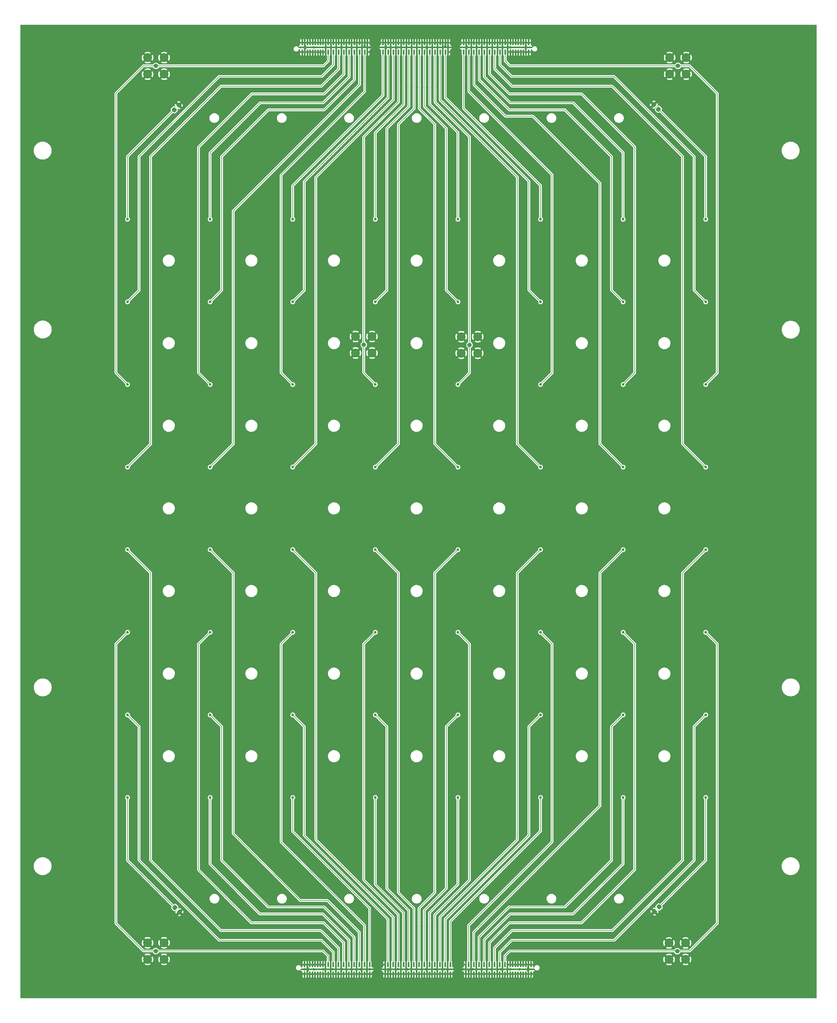
<source format=gbr>
%TF.GenerationSoftware,KiCad,Pcbnew,7.0.2*%
%TF.CreationDate,2023-05-22T19:30:06+02:00*%
%TF.ProjectId,Board2 - Housing and Samtech,426f6172-6432-4202-9d20-486f7573696e,rev?*%
%TF.SameCoordinates,Original*%
%TF.FileFunction,Copper,L4,Bot*%
%TF.FilePolarity,Positive*%
%FSLAX46Y46*%
G04 Gerber Fmt 4.6, Leading zero omitted, Abs format (unit mm)*
G04 Created by KiCad (PCBNEW 7.0.2) date 2023-05-22 19:30:06*
%MOMM*%
%LPD*%
G01*
G04 APERTURE LIST*
G04 Aperture macros list*
%AMRoundRect*
0 Rectangle with rounded corners*
0 $1 Rounding radius*
0 $2 $3 $4 $5 $6 $7 $8 $9 X,Y pos of 4 corners*
0 Add a 4 corners polygon primitive as box body*
4,1,4,$2,$3,$4,$5,$6,$7,$8,$9,$2,$3,0*
0 Add four circle primitives for the rounded corners*
1,1,$1+$1,$2,$3*
1,1,$1+$1,$4,$5*
1,1,$1+$1,$6,$7*
1,1,$1+$1,$8,$9*
0 Add four rect primitives between the rounded corners*
20,1,$1+$1,$2,$3,$4,$5,0*
20,1,$1+$1,$4,$5,$6,$7,0*
20,1,$1+$1,$6,$7,$8,$9,0*
20,1,$1+$1,$8,$9,$2,$3,0*%
G04 Aperture macros list end*
%TA.AperFunction,ComponentPad*%
%ADD10C,0.850000*%
%TD*%
%TA.AperFunction,SMDPad,CuDef*%
%ADD11C,1.371600*%
%TD*%
%TA.AperFunction,ComponentPad*%
%ADD12C,2.740000*%
%TD*%
%TA.AperFunction,SMDPad,CuDef*%
%ADD13RoundRect,0.250000X-0.070711X0.565685X-0.565685X0.070711X0.070711X-0.565685X0.565685X-0.070711X0*%
%TD*%
%TA.AperFunction,SMDPad,CuDef*%
%ADD14RoundRect,0.250000X-0.565685X-0.070711X-0.070711X-0.565685X0.565685X0.070711X0.070711X0.565685X0*%
%TD*%
%TA.AperFunction,SMDPad,CuDef*%
%ADD15RoundRect,0.250000X0.070711X-0.565685X0.565685X-0.070711X-0.070711X0.565685X-0.565685X0.070711X0*%
%TD*%
%TA.AperFunction,SMDPad,CuDef*%
%ADD16R,0.500000X1.500000*%
%TD*%
%TA.AperFunction,SMDPad,CuDef*%
%ADD17R,3.280000X0.510000*%
%TD*%
%TA.AperFunction,SMDPad,CuDef*%
%ADD18R,13.150000X0.510000*%
%TD*%
%TA.AperFunction,SMDPad,CuDef*%
%ADD19RoundRect,0.250000X0.565685X0.070711X0.070711X0.565685X-0.565685X-0.070711X-0.070711X-0.565685X0*%
%TD*%
%TA.AperFunction,ViaPad*%
%ADD20C,0.800000*%
%TD*%
%TA.AperFunction,Conductor*%
%ADD21C,0.500000*%
%TD*%
%TA.AperFunction,Conductor*%
%ADD22C,0.200000*%
%TD*%
G04 APERTURE END LIST*
D10*
%TO.P,U42,1,Pin_1*%
%TO.N,/f2*%
X324256400Y-146837400D03*
%TD*%
%TO.P,U63,1,Pin_1*%
%TO.N,/h7*%
X375056400Y-273837400D03*
%TD*%
%TO.P,U35,1,Pin_1*%
%TO.N,/e3*%
X298856400Y-172237400D03*
%TD*%
%TO.P,U46,1,Pin_1*%
%TO.N,/f6*%
X324256400Y-248437400D03*
%TD*%
%TO.P,U10,1,Pin_1*%
%TO.N,/b2*%
X222656400Y-146837400D03*
%TD*%
%TO.P,U57,1,Pin_1*%
%TO.N,/h1*%
X375056400Y-121437400D03*
%TD*%
%TO.P,U43,1,Pin_1*%
%TO.N,/f3*%
X324256400Y-172237400D03*
%TD*%
%TO.P,U49,1,Pin_1*%
%TO.N,/g1*%
X349656400Y-121437400D03*
%TD*%
%TO.P,U11,1,Pin_1*%
%TO.N,/b3*%
X222656400Y-172237400D03*
%TD*%
%TO.P,U9,1,Pin_1*%
%TO.N,/b1*%
X222656400Y-121437400D03*
%TD*%
%TO.P,U53,1,Pin_1*%
%TO.N,/g5*%
X349656400Y-223037400D03*
%TD*%
%TO.P,U32,1,Pin_1*%
%TO.N,/d8*%
X273456400Y-299237400D03*
%TD*%
%TO.P,U36,1,Pin_1*%
%TO.N,/e4*%
X298856400Y-197637400D03*
%TD*%
%TO.P,U12,1,Pin_1*%
%TO.N,/b4*%
X222656400Y-197637400D03*
%TD*%
%TO.P,U2,1,Pin_1*%
%TO.N,/a2*%
X197256400Y-146837400D03*
%TD*%
%TO.P,U50,1,Pin_1*%
%TO.N,/g2*%
X349656400Y-146837400D03*
%TD*%
%TO.P,U19,1,Pin_1*%
%TO.N,/c3*%
X248056400Y-172237400D03*
%TD*%
%TO.P,U58,1,Pin_1*%
%TO.N,/h2*%
X375056400Y-146837400D03*
%TD*%
%TO.P,U15,1,Pin_1*%
%TO.N,/b7*%
X222656400Y-273837400D03*
%TD*%
%TO.P,U16,1,Pin_1*%
%TO.N,/b8*%
X222656400Y-299237400D03*
%TD*%
%TO.P,U28,1,Pin_1*%
%TO.N,/d4*%
X273456400Y-197637400D03*
%TD*%
%TO.P,U20,1,Pin_1*%
%TO.N,/c4*%
X248056400Y-197637400D03*
%TD*%
%TO.P,U18,1,Pin_1*%
%TO.N,/c2*%
X248056400Y-146837400D03*
%TD*%
%TO.P,U64,1,Pin_1*%
%TO.N,/h8*%
X375056400Y-299237400D03*
%TD*%
%TO.P,U27,1,Pin_1*%
%TO.N,/d3*%
X273456400Y-172237400D03*
%TD*%
%TO.P,U8,1,Pin_1*%
%TO.N,/a8*%
X197256400Y-299237400D03*
%TD*%
%TO.P,U51,1,Pin_1*%
%TO.N,/g3*%
X349656400Y-172237400D03*
%TD*%
%TO.P,U45,1,Pin_1*%
%TO.N,/f5*%
X324256400Y-223037400D03*
%TD*%
%TO.P,U34,1,Pin_1*%
%TO.N,/e2*%
X298856400Y-146837400D03*
%TD*%
%TO.P,U14,1,Pin_1*%
%TO.N,/b6*%
X222656400Y-248437400D03*
%TD*%
%TO.P,U47,1,Pin_1*%
%TO.N,/f7*%
X324256400Y-273837400D03*
%TD*%
%TO.P,U3,1,Pin_1*%
%TO.N,/a3*%
X197256400Y-172237400D03*
%TD*%
%TO.P,U37,1,Pin_1*%
%TO.N,/e5*%
X298856400Y-223037400D03*
%TD*%
%TO.P,U40,1,Pin_1*%
%TO.N,/e8*%
X298856400Y-299237400D03*
%TD*%
%TO.P,U52,1,Pin_1*%
%TO.N,/g4*%
X349656400Y-197637400D03*
%TD*%
%TO.P,U62,1,Pin_1*%
%TO.N,/h6*%
X375056400Y-248437400D03*
%TD*%
%TO.P,U60,1,Pin_1*%
%TO.N,/h4*%
X375056400Y-197637400D03*
%TD*%
%TO.P,U17,1,Pin_1*%
%TO.N,/c1*%
X248056400Y-121437400D03*
%TD*%
%TO.P,U54,1,Pin_1*%
%TO.N,/g6*%
X349656400Y-248437400D03*
%TD*%
%TO.P,U5,1,Pin_1*%
%TO.N,/a5*%
X197256400Y-223037400D03*
%TD*%
%TO.P,U22,1,Pin_1*%
%TO.N,/c6*%
X248056400Y-248437400D03*
%TD*%
%TO.P,U21,1,Pin_1*%
%TO.N,/c5*%
X248056400Y-223037400D03*
%TD*%
%TO.P,U41,1,Pin_1*%
%TO.N,/f1*%
X324256400Y-121437400D03*
%TD*%
%TO.P,U13,1,Pin_1*%
%TO.N,/b5*%
X222656400Y-223037400D03*
%TD*%
%TO.P,U59,1,Pin_1*%
%TO.N,/h3*%
X375056400Y-172237400D03*
%TD*%
%TO.P,U4,1,Pin_1*%
%TO.N,/a4*%
X197256400Y-197637400D03*
%TD*%
%TO.P,U29,1,Pin_1*%
%TO.N,/d5*%
X273456400Y-223037400D03*
%TD*%
%TO.P,U26,1,Pin_1*%
%TO.N,/d2*%
X273456400Y-146837400D03*
%TD*%
%TO.P,U33,1,Pin_1*%
%TO.N,/e1*%
X298856400Y-121437400D03*
%TD*%
%TO.P,U23,1,Pin_1*%
%TO.N,/c7*%
X248056400Y-273837400D03*
%TD*%
%TO.P,U7,1,Pin_1*%
%TO.N,/a7*%
X197256400Y-273837400D03*
%TD*%
%TO.P,U39,1,Pin_1*%
%TO.N,/e7*%
X298856400Y-273837400D03*
%TD*%
%TO.P,U48,1,Pin_1*%
%TO.N,/f8*%
X324256400Y-299237400D03*
%TD*%
%TO.P,U61,1,Pin_1*%
%TO.N,/h5*%
X375056400Y-223037400D03*
%TD*%
%TO.P,U24,1,Pin_1*%
%TO.N,/c8*%
X248056400Y-299237400D03*
%TD*%
%TO.P,U55,1,Pin_1*%
%TO.N,/g7*%
X349656400Y-273837400D03*
%TD*%
%TO.P,U6,1,Pin_1*%
%TO.N,/a6*%
X197256400Y-248437400D03*
%TD*%
%TO.P,U44,1,Pin_1*%
%TO.N,/f4*%
X324256400Y-197637400D03*
%TD*%
%TO.P,U31,1,Pin_1*%
%TO.N,/d7*%
X273456400Y-273837400D03*
%TD*%
%TO.P,U38,1,Pin_1*%
%TO.N,/e6*%
X298856400Y-248437400D03*
%TD*%
%TO.P,U30,1,Pin_1*%
%TO.N,/d6*%
X273456400Y-248437400D03*
%TD*%
%TO.P,U56,1,Pin_1*%
%TO.N,/g8*%
X349656400Y-299237400D03*
%TD*%
%TO.P,U1,1,Pin_1*%
%TO.N,/a1*%
X197256400Y-121437400D03*
%TD*%
%TO.P,U25,1,Pin_1*%
%TO.N,/d1*%
X273456400Y-121437400D03*
%TD*%
D11*
%TO.P,REF\u002A\u002A,1*%
%TO.N,/a6*%
X205950000Y-346460000D03*
D12*
%TO.P,REF\u002A\u002A,2*%
%TO.N,GND*%
X208490000Y-349000000D03*
X208490000Y-343920000D03*
X203410000Y-349000000D03*
X203410000Y-343920000D03*
%TD*%
D13*
%TO.P,R2,1*%
%TO.N,/h8*%
X360702558Y-332879100D03*
%TO.P,R2,2*%
%TO.N,GND*%
X359288344Y-334293314D03*
%TD*%
D11*
%TO.P,REF\u002A\u002A,1*%
%TO.N,/h3*%
X366520000Y-74270000D03*
D12*
%TO.P,REF\u002A\u002A,2*%
%TO.N,GND*%
X369060000Y-76810000D03*
X369060000Y-71730000D03*
X363980000Y-76810000D03*
X363980000Y-71730000D03*
%TD*%
D11*
%TO.P,REF\u002A\u002A,1*%
%TO.N,/e3*%
X302420000Y-160080000D03*
D12*
%TO.P,REF\u002A\u002A,2*%
%TO.N,GND*%
X304960000Y-162620000D03*
X304960000Y-157540000D03*
X299880000Y-162620000D03*
X299880000Y-157540000D03*
%TD*%
D14*
%TO.P,R1,1*%
%TO.N,/a8*%
X211815451Y-333051993D03*
%TO.P,R1,2*%
%TO.N,GND*%
X213229665Y-334466207D03*
%TD*%
D15*
%TO.P,R3,1*%
%TO.N,/a1*%
X211620000Y-87780000D03*
%TO.P,R3,2*%
%TO.N,GND*%
X213034214Y-86365786D03*
%TD*%
D11*
%TO.P,REF\u002A\u002A,1*%
%TO.N,/d3*%
X269910000Y-160030000D03*
D12*
%TO.P,REF\u002A\u002A,2*%
%TO.N,GND*%
X272450000Y-162570000D03*
X272450000Y-157490000D03*
X267370000Y-162570000D03*
X267370000Y-157490000D03*
%TD*%
D16*
%TO.P,J1,01,01*%
%TO.N,GND*%
X320591479Y-67155000D03*
%TO.P,J1,02,02*%
X320591479Y-70005000D03*
%TO.P,J1,03,03*%
X319791479Y-67155000D03*
%TO.P,J1,04,04*%
X319791479Y-70005000D03*
%TO.P,J1,05,05*%
X318991479Y-67155000D03*
%TO.P,J1,06,06*%
X318991479Y-70005000D03*
%TO.P,J1,07,07*%
X318191479Y-67155000D03*
%TO.P,J1,08,08*%
X318191479Y-70005000D03*
%TO.P,J1,09,09*%
X317391479Y-67155000D03*
%TO.P,J1,10,10*%
X317391479Y-70005000D03*
%TO.P,J1,11,11*%
X316591479Y-67155000D03*
%TO.P,J1,12,12*%
X316591479Y-70005000D03*
%TO.P,J1,13,13*%
X315791479Y-67155000D03*
%TO.P,J1,14,14*%
X315791479Y-70005000D03*
%TO.P,J1,15,15*%
X314991479Y-67155000D03*
%TO.P,J1,16,16*%
X314991479Y-70005000D03*
%TO.P,J1,17,17*%
X314191479Y-67155000D03*
%TO.P,J1,18,18*%
X314191479Y-70005000D03*
%TO.P,J1,19,19*%
X313391479Y-67155000D03*
%TO.P,J1,20,20*%
%TO.N,/h3*%
X313391479Y-70005000D03*
%TO.P,J1,21,21*%
%TO.N,GND*%
X312591479Y-67155000D03*
%TO.P,J1,22,22*%
X312591479Y-70005000D03*
%TO.P,J1,23,23*%
X311791479Y-67155000D03*
%TO.P,J1,24,24*%
%TO.N,/h2*%
X311791479Y-70005000D03*
%TO.P,J1,25,25*%
%TO.N,GND*%
X310991479Y-67155000D03*
%TO.P,J1,26,26*%
X310991479Y-70005000D03*
%TO.P,J1,27,27*%
X310191479Y-67155000D03*
%TO.P,J1,28,28*%
%TO.N,/h4*%
X310191479Y-70005000D03*
%TO.P,J1,29,29*%
%TO.N,GND*%
X309391479Y-67155000D03*
%TO.P,J1,30,30*%
X309391479Y-70005000D03*
%TO.P,J1,31,31*%
X308591479Y-67155000D03*
%TO.P,J1,32,32*%
%TO.N,/g3*%
X308591479Y-70005000D03*
%TO.P,J1,33,33*%
%TO.N,GND*%
X307791479Y-67155000D03*
%TO.P,J1,34,34*%
X307791479Y-70005000D03*
%TO.P,J1,35,35*%
X306991479Y-67155000D03*
%TO.P,J1,36,36*%
%TO.N,/g1*%
X306991479Y-70005000D03*
%TO.P,J1,37,37*%
%TO.N,GND*%
X306191479Y-67155000D03*
%TO.P,J1,38,38*%
X306191479Y-70005000D03*
%TO.P,J1,39,39*%
X305391479Y-67155000D03*
%TO.P,J1,40,40*%
%TO.N,/g2*%
X305391479Y-70005000D03*
%TO.P,J1,41,41*%
%TO.N,GND*%
X304591479Y-67155000D03*
%TO.P,J1,42,42*%
X304591479Y-70005000D03*
%TO.P,J1,43,43*%
X303791479Y-67155000D03*
%TO.P,J1,44,44*%
%TO.N,/g4*%
X303791479Y-70005000D03*
%TO.P,J1,45,45*%
%TO.N,GND*%
X302991479Y-67155000D03*
%TO.P,J1,46,46*%
X302991479Y-70005000D03*
%TO.P,J1,47,47*%
X302191479Y-67155000D03*
%TO.P,J1,48,48*%
%TO.N,/f3*%
X302191479Y-70005000D03*
%TO.P,J1,49,49*%
%TO.N,GND*%
X301391479Y-67155000D03*
%TO.P,J1,50,50*%
X301391479Y-70005000D03*
%TO.P,J1,51,51*%
X300591479Y-67155000D03*
%TO.P,J1,52,52*%
%TO.N,/f1*%
X300591479Y-70005000D03*
%TO.P,J1,53,53*%
%TO.N,GND*%
X295791479Y-67155000D03*
%TO.P,J1,54,54*%
X295791479Y-70005000D03*
%TO.P,J1,55,55*%
X294991479Y-67155000D03*
%TO.P,J1,56,56*%
%TO.N,/f2*%
X294991479Y-70005000D03*
%TO.P,J1,57,57*%
%TO.N,GND*%
X294191479Y-67155000D03*
%TO.P,J1,58,58*%
X294191479Y-70005000D03*
%TO.P,J1,59,59*%
X293391479Y-67155000D03*
%TO.P,J1,60,60*%
%TO.N,/f4*%
X293391479Y-70005000D03*
%TO.P,J1,61,61*%
%TO.N,GND*%
X292591479Y-67155000D03*
%TO.P,J1,62,62*%
X292591479Y-70005000D03*
%TO.P,J1,63,63*%
X291791479Y-67155000D03*
%TO.P,J1,64,64*%
%TO.N,/e3*%
X291791479Y-70005000D03*
%TO.P,J1,65,65*%
%TO.N,GND*%
X290991479Y-67155000D03*
%TO.P,J1,66,66*%
X290991479Y-70005000D03*
%TO.P,J1,67,67*%
X290191479Y-67155000D03*
%TO.P,J1,68,68*%
%TO.N,/e1*%
X290191479Y-70005000D03*
%TO.P,J1,69,69*%
%TO.N,GND*%
X289391479Y-67155000D03*
%TO.P,J1,70,70*%
X289391479Y-70005000D03*
%TO.P,J1,71,71*%
X288591479Y-67155000D03*
%TO.P,J1,72,72*%
%TO.N,/e2*%
X288591479Y-70005000D03*
%TO.P,J1,73,73*%
%TO.N,GND*%
X287791479Y-67155000D03*
%TO.P,J1,74,74*%
X287791479Y-70005000D03*
%TO.P,J1,75,75*%
X286991479Y-67155000D03*
%TO.P,J1,76,76*%
%TO.N,/e4*%
X286991479Y-70005000D03*
%TO.P,J1,77,77*%
%TO.N,GND*%
X286191479Y-67155000D03*
%TO.P,J1,78,78*%
X286191479Y-70005000D03*
%TO.P,J1,79,79*%
X285391479Y-67155000D03*
%TO.P,J1,80,80*%
%TO.N,/d4*%
X285391479Y-70005000D03*
%TO.P,J1,81,81*%
%TO.N,GND*%
X284591479Y-67155000D03*
%TO.P,J1,82,82*%
X284591479Y-70005000D03*
%TO.P,J1,83,83*%
X283791479Y-67155000D03*
%TO.P,J1,84,84*%
%TO.N,/d2*%
X283791479Y-70005000D03*
%TO.P,J1,85,85*%
%TO.N,GND*%
X282991479Y-67155000D03*
%TO.P,J1,86,86*%
X282991479Y-70005000D03*
%TO.P,J1,87,87*%
X282191479Y-67155000D03*
%TO.P,J1,88,88*%
%TO.N,/d1*%
X282191479Y-70005000D03*
%TO.P,J1,89,89*%
%TO.N,GND*%
X281391479Y-67155000D03*
%TO.P,J1,90,90*%
X281391479Y-70005000D03*
%TO.P,J1,91,91*%
X280591479Y-67155000D03*
%TO.P,J1,92,92*%
%TO.N,/d3*%
X280591479Y-70005000D03*
%TO.P,J1,93,93*%
%TO.N,GND*%
X279791479Y-67155000D03*
%TO.P,J1,94,94*%
X279791479Y-70005000D03*
%TO.P,J1,95,95*%
X278991479Y-67155000D03*
%TO.P,J1,96,96*%
%TO.N,/c4*%
X278991479Y-70005000D03*
%TO.P,J1,97,97*%
%TO.N,GND*%
X278191479Y-67155000D03*
%TO.P,J1,98,98*%
X278191479Y-70005000D03*
%TO.P,J1,99,99*%
X277391479Y-67155000D03*
%TO.P,J1,100,100*%
%TO.N,/c2*%
X277391479Y-70005000D03*
%TO.P,J1,101,101*%
%TO.N,GND*%
X276591479Y-67155000D03*
%TO.P,J1,102,102*%
X276591479Y-70005000D03*
%TO.P,J1,103,103*%
X275791479Y-67155000D03*
%TO.P,J1,104,104*%
%TO.N,/c1*%
X275791479Y-70005000D03*
%TO.P,J1,105,105*%
%TO.N,GND*%
X270991479Y-67155000D03*
%TO.P,J1,106,106*%
X270991479Y-70005000D03*
%TO.P,J1,107,107*%
X270191479Y-67155000D03*
%TO.P,J1,108,108*%
%TO.N,/c3*%
X270191479Y-70005000D03*
%TO.P,J1,109,109*%
%TO.N,GND*%
X269391479Y-67155000D03*
%TO.P,J1,110,110*%
X269391479Y-70005000D03*
%TO.P,J1,111,111*%
X268591479Y-67155000D03*
%TO.P,J1,112,112*%
%TO.N,/b4*%
X268591479Y-70005000D03*
%TO.P,J1,113,113*%
%TO.N,GND*%
X267791479Y-67155000D03*
%TO.P,J1,114,114*%
X267791479Y-70005000D03*
%TO.P,J1,115,115*%
X266991479Y-67155000D03*
%TO.P,J1,116,116*%
%TO.N,/b2*%
X266991479Y-70005000D03*
%TO.P,J1,117,117*%
%TO.N,GND*%
X266191479Y-67155000D03*
%TO.P,J1,118,118*%
X266191479Y-70005000D03*
%TO.P,J1,119,119*%
X265391479Y-67155000D03*
%TO.P,J1,120,120*%
%TO.N,/b1*%
X265391479Y-70005000D03*
%TO.P,J1,121,121*%
%TO.N,GND*%
X264591479Y-67155000D03*
%TO.P,J1,122,122*%
X264591479Y-70005000D03*
%TO.P,J1,123,123*%
X263791479Y-67155000D03*
%TO.P,J1,124,124*%
%TO.N,/b3*%
X263791479Y-70005000D03*
%TO.P,J1,125,125*%
%TO.N,GND*%
X262991479Y-67155000D03*
%TO.P,J1,126,126*%
X262991479Y-70005000D03*
%TO.P,J1,127,127*%
X262191479Y-67155000D03*
%TO.P,J1,128,128*%
%TO.N,/a4*%
X262191479Y-70005000D03*
%TO.P,J1,129,129*%
%TO.N,GND*%
X261391479Y-67155000D03*
%TO.P,J1,130,130*%
X261391479Y-70005000D03*
%TO.P,J1,131,131*%
X260591479Y-67155000D03*
%TO.P,J1,132,132*%
%TO.N,/a2*%
X260591479Y-70005000D03*
%TO.P,J1,133,133*%
%TO.N,GND*%
X259791479Y-67155000D03*
%TO.P,J1,134,134*%
X259791479Y-70005000D03*
%TO.P,J1,135,135*%
X258991479Y-67155000D03*
%TO.P,J1,136,136*%
%TO.N,/a3*%
X258991479Y-70005000D03*
%TO.P,J1,137,137*%
%TO.N,GND*%
X258191479Y-67155000D03*
%TO.P,J1,138,138*%
X258191479Y-70005000D03*
%TO.P,J1,139,139*%
X257391479Y-67155000D03*
%TO.P,J1,140,140*%
X257391479Y-70005000D03*
%TO.P,J1,141,141*%
X256591479Y-67155000D03*
%TO.P,J1,142,142*%
X256591479Y-70005000D03*
%TO.P,J1,143,143*%
X255791479Y-67155000D03*
%TO.P,J1,144,144*%
X255791479Y-70005000D03*
%TO.P,J1,145,145*%
X254991479Y-67155000D03*
%TO.P,J1,146,146*%
X254991479Y-70005000D03*
%TO.P,J1,147,147*%
X254191479Y-67155000D03*
%TO.P,J1,148,148*%
X254191479Y-70005000D03*
%TO.P,J1,149,149*%
X253391479Y-67155000D03*
%TO.P,J1,150,150*%
X253391479Y-70005000D03*
%TO.P,J1,151,151*%
X252591479Y-67155000D03*
%TO.P,J1,152,152*%
X252591479Y-70005000D03*
%TO.P,J1,153,153*%
X251791479Y-67155000D03*
%TO.P,J1,154,154*%
X251791479Y-70005000D03*
%TO.P,J1,155,155*%
X250991479Y-67155000D03*
%TO.P,J1,156,156*%
X250991479Y-70005000D03*
D17*
%TO.P,J1,G1,G1*%
X319656479Y-68580000D03*
D18*
%TO.P,J1,G2,G2*%
X310591479Y-68580000D03*
D17*
%TO.P,J1,G3,G3*%
X301526479Y-68580000D03*
%TO.P,J1,G4,G4*%
X294856479Y-68580000D03*
D18*
%TO.P,J1,G5,G5*%
X285791479Y-68580000D03*
D17*
%TO.P,J1,G6,G6*%
X276726479Y-68580000D03*
%TO.P,J1,G7,G7*%
X270056479Y-68580000D03*
D18*
%TO.P,J1,G8,G8*%
X260991479Y-68580000D03*
D17*
%TO.P,J1,G9,G9*%
X251926479Y-68580000D03*
%TD*%
D11*
%TO.P,REF\u002A\u002A,1*%
%TO.N,/a3*%
X205980000Y-74300000D03*
D12*
%TO.P,REF\u002A\u002A,2*%
%TO.N,GND*%
X208520000Y-76840000D03*
X208520000Y-71760000D03*
X203440000Y-76840000D03*
X203440000Y-71760000D03*
%TD*%
D16*
%TO.P,J2,01,01*%
%TO.N,GND*%
X251721321Y-353494400D03*
%TO.P,J2,02,02*%
X251721321Y-350644400D03*
%TO.P,J2,03,03*%
X252521321Y-353494400D03*
%TO.P,J2,04,04*%
X252521321Y-350644400D03*
%TO.P,J2,05,05*%
X253321321Y-353494400D03*
%TO.P,J2,06,06*%
X253321321Y-350644400D03*
%TO.P,J2,07,07*%
X254121321Y-353494400D03*
%TO.P,J2,08,08*%
X254121321Y-350644400D03*
%TO.P,J2,09,09*%
X254921321Y-353494400D03*
%TO.P,J2,10,10*%
X254921321Y-350644400D03*
%TO.P,J2,11,11*%
X255721321Y-353494400D03*
%TO.P,J2,12,12*%
X255721321Y-350644400D03*
%TO.P,J2,13,13*%
X256521321Y-353494400D03*
%TO.P,J2,14,14*%
X256521321Y-350644400D03*
%TO.P,J2,15,15*%
X257321321Y-353494400D03*
%TO.P,J2,16,16*%
X257321321Y-350644400D03*
%TO.P,J2,17,17*%
X258121321Y-353494400D03*
%TO.P,J2,18,18*%
X258121321Y-350644400D03*
%TO.P,J2,19,19*%
X258921321Y-353494400D03*
%TO.P,J2,20,20*%
%TO.N,/a6*%
X258921321Y-350644400D03*
%TO.P,J2,21,21*%
%TO.N,GND*%
X259721321Y-353494400D03*
%TO.P,J2,22,22*%
X259721321Y-350644400D03*
%TO.P,J2,23,23*%
X260521321Y-353494400D03*
%TO.P,J2,24,24*%
%TO.N,/a7*%
X260521321Y-350644400D03*
%TO.P,J2,25,25*%
%TO.N,GND*%
X261321321Y-353494400D03*
%TO.P,J2,26,26*%
X261321321Y-350644400D03*
%TO.P,J2,27,27*%
X262121321Y-353494400D03*
%TO.P,J2,28,28*%
%TO.N,/a5*%
X262121321Y-350644400D03*
%TO.P,J2,29,29*%
%TO.N,GND*%
X262921321Y-353494400D03*
%TO.P,J2,30,30*%
X262921321Y-350644400D03*
%TO.P,J2,31,31*%
X263721321Y-353494400D03*
%TO.P,J2,32,32*%
%TO.N,/b6*%
X263721321Y-350644400D03*
%TO.P,J2,33,33*%
%TO.N,GND*%
X264521321Y-353494400D03*
%TO.P,J2,34,34*%
X264521321Y-350644400D03*
%TO.P,J2,35,35*%
X265321321Y-353494400D03*
%TO.P,J2,36,36*%
%TO.N,/b8*%
X265321321Y-350644400D03*
%TO.P,J2,37,37*%
%TO.N,GND*%
X266121321Y-353494400D03*
%TO.P,J2,38,38*%
X266121321Y-350644400D03*
%TO.P,J2,39,39*%
X266921321Y-353494400D03*
%TO.P,J2,40,40*%
%TO.N,/b7*%
X266921321Y-350644400D03*
%TO.P,J2,41,41*%
%TO.N,GND*%
X267721321Y-353494400D03*
%TO.P,J2,42,42*%
X267721321Y-350644400D03*
%TO.P,J2,43,43*%
X268521321Y-353494400D03*
%TO.P,J2,44,44*%
%TO.N,/b5*%
X268521321Y-350644400D03*
%TO.P,J2,45,45*%
%TO.N,GND*%
X269321321Y-353494400D03*
%TO.P,J2,46,46*%
X269321321Y-350644400D03*
%TO.P,J2,47,47*%
X270121321Y-353494400D03*
%TO.P,J2,48,48*%
%TO.N,/c6*%
X270121321Y-350644400D03*
%TO.P,J2,49,49*%
%TO.N,GND*%
X270921321Y-353494400D03*
%TO.P,J2,50,50*%
X270921321Y-350644400D03*
%TO.P,J2,51,51*%
X271721321Y-353494400D03*
%TO.P,J2,52,52*%
%TO.N,/c8*%
X271721321Y-350644400D03*
%TO.P,J2,53,53*%
%TO.N,GND*%
X276521321Y-353494400D03*
%TO.P,J2,54,54*%
X276521321Y-350644400D03*
%TO.P,J2,55,55*%
X277321321Y-353494400D03*
%TO.P,J2,56,56*%
%TO.N,/c7*%
X277321321Y-350644400D03*
%TO.P,J2,57,57*%
%TO.N,GND*%
X278121321Y-353494400D03*
%TO.P,J2,58,58*%
X278121321Y-350644400D03*
%TO.P,J2,59,59*%
X278921321Y-353494400D03*
%TO.P,J2,60,60*%
%TO.N,/c5*%
X278921321Y-350644400D03*
%TO.P,J2,61,61*%
%TO.N,GND*%
X279721321Y-353494400D03*
%TO.P,J2,62,62*%
X279721321Y-350644400D03*
%TO.P,J2,63,63*%
X280521321Y-353494400D03*
%TO.P,J2,64,64*%
%TO.N,/d6*%
X280521321Y-350644400D03*
%TO.P,J2,65,65*%
%TO.N,GND*%
X281321321Y-353494400D03*
%TO.P,J2,66,66*%
X281321321Y-350644400D03*
%TO.P,J2,67,67*%
X282121321Y-353494400D03*
%TO.P,J2,68,68*%
%TO.N,/d8*%
X282121321Y-350644400D03*
%TO.P,J2,69,69*%
%TO.N,GND*%
X282921321Y-353494400D03*
%TO.P,J2,70,70*%
X282921321Y-350644400D03*
%TO.P,J2,71,71*%
X283721321Y-353494400D03*
%TO.P,J2,72,72*%
%TO.N,/d7*%
X283721321Y-350644400D03*
%TO.P,J2,73,73*%
%TO.N,GND*%
X284521321Y-353494400D03*
%TO.P,J2,74,74*%
X284521321Y-350644400D03*
%TO.P,J2,75,75*%
X285321321Y-353494400D03*
%TO.P,J2,76,76*%
%TO.N,/d5*%
X285321321Y-350644400D03*
%TO.P,J2,77,77*%
%TO.N,GND*%
X286121321Y-353494400D03*
%TO.P,J2,78,78*%
X286121321Y-350644400D03*
%TO.P,J2,79,79*%
X286921321Y-353494400D03*
%TO.P,J2,80,80*%
%TO.N,/e5*%
X286921321Y-350644400D03*
%TO.P,J2,81,81*%
%TO.N,GND*%
X287721321Y-353494400D03*
%TO.P,J2,82,82*%
X287721321Y-350644400D03*
%TO.P,J2,83,83*%
X288521321Y-353494400D03*
%TO.P,J2,84,84*%
%TO.N,/e7*%
X288521321Y-350644400D03*
%TO.P,J2,85,85*%
%TO.N,GND*%
X289321321Y-353494400D03*
%TO.P,J2,86,86*%
X289321321Y-350644400D03*
%TO.P,J2,87,87*%
X290121321Y-353494400D03*
%TO.P,J2,88,88*%
%TO.N,/e8*%
X290121321Y-350644400D03*
%TO.P,J2,89,89*%
%TO.N,GND*%
X290921321Y-353494400D03*
%TO.P,J2,90,90*%
X290921321Y-350644400D03*
%TO.P,J2,91,91*%
X291721321Y-353494400D03*
%TO.P,J2,92,92*%
%TO.N,/e6*%
X291721321Y-350644400D03*
%TO.P,J2,93,93*%
%TO.N,GND*%
X292521321Y-353494400D03*
%TO.P,J2,94,94*%
X292521321Y-350644400D03*
%TO.P,J2,95,95*%
X293321321Y-353494400D03*
%TO.P,J2,96,96*%
%TO.N,/f5*%
X293321321Y-350644400D03*
%TO.P,J2,97,97*%
%TO.N,GND*%
X294121321Y-353494400D03*
%TO.P,J2,98,98*%
X294121321Y-350644400D03*
%TO.P,J2,99,99*%
X294921321Y-353494400D03*
%TO.P,J2,100,100*%
%TO.N,/f7*%
X294921321Y-350644400D03*
%TO.P,J2,101,101*%
%TO.N,GND*%
X295721321Y-353494400D03*
%TO.P,J2,102,102*%
X295721321Y-350644400D03*
%TO.P,J2,103,103*%
X296521321Y-353494400D03*
%TO.P,J2,104,104*%
%TO.N,/f8*%
X296521321Y-350644400D03*
%TO.P,J2,105,105*%
%TO.N,GND*%
X301321321Y-353494400D03*
%TO.P,J2,106,106*%
X301321321Y-350644400D03*
%TO.P,J2,107,107*%
X302121321Y-353494400D03*
%TO.P,J2,108,108*%
%TO.N,/f6*%
X302121321Y-350644400D03*
%TO.P,J2,109,109*%
%TO.N,GND*%
X302921321Y-353494400D03*
%TO.P,J2,110,110*%
X302921321Y-350644400D03*
%TO.P,J2,111,111*%
X303721321Y-353494400D03*
%TO.P,J2,112,112*%
%TO.N,/g5*%
X303721321Y-350644400D03*
%TO.P,J2,113,113*%
%TO.N,GND*%
X304521321Y-353494400D03*
%TO.P,J2,114,114*%
X304521321Y-350644400D03*
%TO.P,J2,115,115*%
X305321321Y-353494400D03*
%TO.P,J2,116,116*%
%TO.N,/g7*%
X305321321Y-350644400D03*
%TO.P,J2,117,117*%
%TO.N,GND*%
X306121321Y-353494400D03*
%TO.P,J2,118,118*%
X306121321Y-350644400D03*
%TO.P,J2,119,119*%
X306921321Y-353494400D03*
%TO.P,J2,120,120*%
%TO.N,/g8*%
X306921321Y-350644400D03*
%TO.P,J2,121,121*%
%TO.N,GND*%
X307721321Y-353494400D03*
%TO.P,J2,122,122*%
X307721321Y-350644400D03*
%TO.P,J2,123,123*%
X308521321Y-353494400D03*
%TO.P,J2,124,124*%
%TO.N,/g6*%
X308521321Y-350644400D03*
%TO.P,J2,125,125*%
%TO.N,GND*%
X309321321Y-353494400D03*
%TO.P,J2,126,126*%
X309321321Y-350644400D03*
%TO.P,J2,127,127*%
X310121321Y-353494400D03*
%TO.P,J2,128,128*%
%TO.N,/h5*%
X310121321Y-350644400D03*
%TO.P,J2,129,129*%
%TO.N,GND*%
X310921321Y-353494400D03*
%TO.P,J2,130,130*%
X310921321Y-350644400D03*
%TO.P,J2,131,131*%
X311721321Y-353494400D03*
%TO.P,J2,132,132*%
%TO.N,/h7*%
X311721321Y-350644400D03*
%TO.P,J2,133,133*%
%TO.N,GND*%
X312521321Y-353494400D03*
%TO.P,J2,134,134*%
X312521321Y-350644400D03*
%TO.P,J2,135,135*%
X313321321Y-353494400D03*
%TO.P,J2,136,136*%
%TO.N,/h6*%
X313321321Y-350644400D03*
%TO.P,J2,137,137*%
%TO.N,GND*%
X314121321Y-353494400D03*
%TO.P,J2,138,138*%
X314121321Y-350644400D03*
%TO.P,J2,139,139*%
X314921321Y-353494400D03*
%TO.P,J2,140,140*%
X314921321Y-350644400D03*
%TO.P,J2,141,141*%
X315721321Y-353494400D03*
%TO.P,J2,142,142*%
X315721321Y-350644400D03*
%TO.P,J2,143,143*%
X316521321Y-353494400D03*
%TO.P,J2,144,144*%
X316521321Y-350644400D03*
%TO.P,J2,145,145*%
X317321321Y-353494400D03*
%TO.P,J2,146,146*%
X317321321Y-350644400D03*
%TO.P,J2,147,147*%
X318121321Y-353494400D03*
%TO.P,J2,148,148*%
X318121321Y-350644400D03*
%TO.P,J2,149,149*%
X318921321Y-353494400D03*
%TO.P,J2,150,150*%
X318921321Y-350644400D03*
%TO.P,J2,151,151*%
X319721321Y-353494400D03*
%TO.P,J2,152,152*%
X319721321Y-350644400D03*
%TO.P,J2,153,153*%
X320521321Y-353494400D03*
%TO.P,J2,154,154*%
X320521321Y-350644400D03*
%TO.P,J2,155,155*%
X321321321Y-353494400D03*
%TO.P,J2,156,156*%
X321321321Y-350644400D03*
D17*
%TO.P,J2,G1,G1*%
X252656321Y-352069400D03*
D18*
%TO.P,J2,G2,G2*%
X261721321Y-352069400D03*
D17*
%TO.P,J2,G3,G3*%
X270786321Y-352069400D03*
%TO.P,J2,G4,G4*%
X277456321Y-352069400D03*
D18*
%TO.P,J2,G5,G5*%
X286521321Y-352069400D03*
D17*
%TO.P,J2,G6,G6*%
X295586321Y-352069400D03*
%TO.P,J2,G7,G7*%
X302256321Y-352069400D03*
D18*
%TO.P,J2,G8,G8*%
X311321321Y-352069400D03*
D17*
%TO.P,J2,G9,G9*%
X320386321Y-352069400D03*
%TD*%
D11*
%TO.P,REF\u002A\u002A,1*%
%TO.N,/h6*%
X366310000Y-346490000D03*
D12*
%TO.P,REF\u002A\u002A,2*%
%TO.N,GND*%
X368850000Y-349030000D03*
X368850000Y-343950000D03*
X363770000Y-349030000D03*
X363770000Y-343950000D03*
%TD*%
D19*
%TO.P,R4,1*%
%TO.N,/h1*%
X360507107Y-87607107D03*
%TO.P,R4,2*%
%TO.N,GND*%
X359092893Y-86192893D03*
%TD*%
D20*
%TO.N,GND*%
X211406400Y-100472580D03*
X245906400Y-160714120D03*
X383906400Y-320177020D03*
X355156400Y-210324800D03*
X248781400Y-235130140D03*
X372406400Y-235130140D03*
X335031400Y-320177020D03*
X179781400Y-171344980D03*
X383906400Y-100472580D03*
X329281400Y-352069400D03*
X266031400Y-284740820D03*
X371406400Y-100472580D03*
X221031400Y-320177020D03*
X392531400Y-150083260D03*
X289031400Y-352069400D03*
X217156400Y-259935480D03*
X179781400Y-330807880D03*
X204281400Y-320177020D03*
X293406400Y-235130140D03*
X392531400Y-249304620D03*
X179781400Y-181975840D03*
X245906400Y-320177020D03*
X358031400Y-160714120D03*
X349406400Y-259935480D03*
X392531400Y-160714120D03*
X245906400Y-352069400D03*
X217156400Y-100472580D03*
X188406400Y-284740820D03*
X332156400Y-320177020D03*
X199906400Y-135908780D03*
X221031400Y-100472580D03*
X355156400Y-235130140D03*
X202781400Y-185519460D03*
X337906400Y-320177020D03*
X254531400Y-68580000D03*
X381031400Y-185519460D03*
X372406400Y-259935480D03*
X182656400Y-185519460D03*
X392531400Y-157170500D03*
X245906400Y-100472580D03*
X220031400Y-210324800D03*
X306281400Y-284740820D03*
X197031400Y-100472580D03*
X355156400Y-135908780D03*
X281391479Y-80860000D03*
X290991479Y-80860000D03*
X352281400Y-352069400D03*
X251656400Y-352069400D03*
X329281400Y-210324800D03*
X358031400Y-235130140D03*
X378156400Y-352069400D03*
X349406400Y-235130140D03*
X179781400Y-316633400D03*
X297656400Y-68580000D03*
X392531400Y-245761000D03*
X289031400Y-235130140D03*
X392531400Y-327264260D03*
X266031400Y-235130140D03*
X199906400Y-235130140D03*
X240156400Y-100472580D03*
X205656400Y-352069400D03*
X392531400Y-206781180D03*
X303406400Y-135908780D03*
X297656400Y-185519460D03*
X179781400Y-139452400D03*
X392531400Y-220955660D03*
X199906400Y-210324800D03*
X392531400Y-295371680D03*
X392531400Y-203237560D03*
X182656400Y-100472580D03*
X243031400Y-320177020D03*
X392531400Y-128821540D03*
X378156400Y-68580000D03*
X392531400Y-139452400D03*
X228656400Y-210324800D03*
X237281400Y-320177020D03*
X220031400Y-185519460D03*
X257406400Y-284740820D03*
X179781400Y-249304620D03*
X275156400Y-320177020D03*
X268906400Y-185519460D03*
X392531400Y-313089780D03*
X179781400Y-135908780D03*
X363781400Y-100472580D03*
X309156400Y-352069400D03*
X248781400Y-185519460D03*
X297656400Y-210324800D03*
X271781400Y-210324800D03*
X191281400Y-135908780D03*
X306281400Y-259935480D03*
X179781400Y-199693940D03*
X386781400Y-160714120D03*
X271781400Y-135908780D03*
X253656400Y-135908780D03*
X314906400Y-284740820D03*
X185531400Y-100472580D03*
X392531400Y-252848240D03*
X284591479Y-80860000D03*
X228656400Y-352069400D03*
X217156400Y-352069400D03*
X381031400Y-320177020D03*
X217156400Y-320177020D03*
X392531400Y-291828060D03*
X323531400Y-135908780D03*
X318781400Y-135908780D03*
X329281400Y-235130140D03*
X185531400Y-284740820D03*
X214281400Y-210324800D03*
X310270000Y-100470000D03*
X368031400Y-320177020D03*
X274656400Y-284740820D03*
X188406400Y-320177020D03*
X197031400Y-320177020D03*
X266031400Y-352069400D03*
X366656400Y-135908780D03*
X312550000Y-100472580D03*
X248781400Y-259935480D03*
X326406400Y-100472580D03*
X271781400Y-259935480D03*
X245906400Y-284740820D03*
X205656400Y-284740820D03*
X340781400Y-160714120D03*
X208531400Y-100472580D03*
X179781400Y-118190680D03*
X352281400Y-210324800D03*
X386781400Y-284740820D03*
X326406400Y-259935480D03*
X306281400Y-68580000D03*
X260281400Y-352069400D03*
X392531400Y-334351500D03*
X315406400Y-100472580D03*
X289031400Y-100472580D03*
X179781400Y-337895120D03*
X202781400Y-259935480D03*
X392531400Y-274109960D03*
X372406400Y-210324800D03*
X231531400Y-284740820D03*
X303406400Y-235130140D03*
X197031400Y-259935480D03*
X297656400Y-235130140D03*
X243031400Y-210324800D03*
X268906400Y-352069400D03*
X300531400Y-284740820D03*
X222906400Y-259935480D03*
X294191479Y-80860000D03*
X322531400Y-320177020D03*
X231531400Y-259935480D03*
X352281400Y-235130140D03*
X283281400Y-185519460D03*
X392531400Y-89841720D03*
X392531400Y-330807880D03*
X200906400Y-320177020D03*
X355156400Y-259935480D03*
X179781400Y-86298100D03*
X369531400Y-185519460D03*
X214281400Y-160714120D03*
X314906400Y-185519460D03*
X240156400Y-160714120D03*
X306281400Y-135908780D03*
X309156400Y-259935480D03*
X248781400Y-210324800D03*
X214281400Y-259935480D03*
X349406400Y-210324800D03*
X392531400Y-121734300D03*
X257406400Y-259935480D03*
X268906400Y-100472580D03*
X248781400Y-160714120D03*
X369531400Y-259935480D03*
X392531400Y-228042900D03*
X306281400Y-100472580D03*
X274656400Y-259935480D03*
X263156400Y-259935480D03*
X392531400Y-213868420D03*
X179781400Y-217412040D03*
X248781400Y-135908780D03*
X179781400Y-107559820D03*
X332156400Y-352069400D03*
X366656400Y-259935480D03*
X297656400Y-259935480D03*
X366656400Y-160714120D03*
X351281400Y-320177020D03*
X243031400Y-284740820D03*
X279031400Y-235130140D03*
X179781400Y-142996020D03*
X369531400Y-160714120D03*
X217156400Y-284740820D03*
X314906400Y-259935480D03*
X368031400Y-100472580D03*
X375281400Y-259935480D03*
X280406400Y-352069400D03*
X179781400Y-238673760D03*
X375281400Y-352069400D03*
X179781400Y-132365160D03*
X277531400Y-352069400D03*
X358031400Y-320177020D03*
X287721321Y-338860000D03*
X392531400Y-323720640D03*
X256906400Y-320177020D03*
X314906400Y-210324800D03*
X289031400Y-259935480D03*
X179781400Y-104016200D03*
X179781400Y-100472580D03*
X392531400Y-153626880D03*
X309156400Y-210324800D03*
X309156400Y-135908780D03*
X268906400Y-135908780D03*
X268906400Y-259935480D03*
X208531400Y-352069400D03*
X389656400Y-259935480D03*
X343656400Y-235130140D03*
X257406400Y-185519460D03*
X185531400Y-210324800D03*
X322531400Y-100472580D03*
X283281400Y-235130140D03*
X326406400Y-135908780D03*
X360906400Y-100472580D03*
X179781400Y-274109960D03*
X392531400Y-118190680D03*
X381031400Y-352069400D03*
X366656400Y-284740820D03*
X343656400Y-259935480D03*
X332156400Y-210324800D03*
X283281400Y-160714120D03*
X355156400Y-352069400D03*
X279031400Y-284740820D03*
X234406400Y-68580000D03*
X179781400Y-192606700D03*
X335031400Y-68580000D03*
X179781400Y-89841720D03*
X303406400Y-284740820D03*
X286156400Y-100472580D03*
X358031400Y-100472580D03*
X179781400Y-245761000D03*
X197031400Y-352069400D03*
X191281400Y-284740820D03*
X389656400Y-210324800D03*
X214281400Y-352069400D03*
X231531400Y-160714120D03*
X217156400Y-68580000D03*
X289031400Y-284740820D03*
X243031400Y-160714120D03*
X257406400Y-210324800D03*
X381031400Y-284740820D03*
X392531400Y-259935480D03*
X360906400Y-68580000D03*
X205656400Y-259935480D03*
X202781400Y-160714120D03*
X369531400Y-284740820D03*
X351281400Y-100472580D03*
X179781400Y-270566340D03*
X179781400Y-242217380D03*
X217156400Y-235130140D03*
X179781400Y-160714120D03*
X366656400Y-352069400D03*
X294121321Y-338860000D03*
X222906400Y-135908780D03*
X243031400Y-259935480D03*
X332156400Y-160714120D03*
X392531400Y-171344980D03*
X343656400Y-68580000D03*
X222906400Y-284740820D03*
X228656400Y-284740820D03*
X185531400Y-135908780D03*
X340781400Y-235130140D03*
X179781400Y-153626880D03*
X263156400Y-68580000D03*
X268906400Y-284740820D03*
X314906400Y-135908780D03*
X179781400Y-231586520D03*
X358031400Y-284740820D03*
X352281400Y-284740820D03*
X392531400Y-178432220D03*
X317781400Y-100472580D03*
X182656400Y-135908780D03*
X179781400Y-206781180D03*
X314906400Y-68580000D03*
X222906400Y-160714120D03*
X392531400Y-306002540D03*
X191281400Y-68580000D03*
X179781400Y-185519460D03*
X245906400Y-259935480D03*
X366656400Y-185519460D03*
X392531400Y-298915300D03*
X309156400Y-160714120D03*
X259730000Y-320177020D03*
X214281400Y-185519460D03*
X194156400Y-352069400D03*
X243031400Y-135908780D03*
X293406400Y-100472580D03*
X375281400Y-185519460D03*
X191281400Y-210324800D03*
X182656400Y-320177020D03*
X254531400Y-352069400D03*
X329281400Y-259935480D03*
X191281400Y-259935480D03*
X337906400Y-352069400D03*
X310220000Y-320200000D03*
X225781400Y-100472580D03*
X188406400Y-235130140D03*
X332156400Y-135908780D03*
X332156400Y-284740820D03*
X278906400Y-320177020D03*
X392531400Y-82754480D03*
X197031400Y-185519460D03*
X343656400Y-210324800D03*
X317781400Y-320177020D03*
X293406400Y-210324800D03*
X228656400Y-185519460D03*
X300531400Y-320177020D03*
X179781400Y-267022720D03*
X256906400Y-100472580D03*
X199906400Y-185519460D03*
X257406400Y-160714120D03*
X332156400Y-259935480D03*
X234406400Y-352069400D03*
X392531400Y-146539640D03*
X392531400Y-217412040D03*
X231531400Y-100472580D03*
X372406400Y-160714120D03*
X369531400Y-235130140D03*
X179781400Y-128821540D03*
X284521321Y-338860000D03*
X309156400Y-235130140D03*
X389656400Y-185519460D03*
X389656400Y-160714120D03*
X323531400Y-160714120D03*
X179781400Y-320177020D03*
X281321321Y-338860000D03*
X371406400Y-320177020D03*
X297156400Y-100472580D03*
X200906400Y-100472580D03*
X254531400Y-100472580D03*
X202781400Y-235130140D03*
X372406400Y-352069400D03*
X386781400Y-210324800D03*
X386781400Y-259935480D03*
X318781400Y-160714120D03*
X205656400Y-235130140D03*
X262100000Y-100470000D03*
X220031400Y-352069400D03*
X197031400Y-135908780D03*
X386781400Y-135908780D03*
X274656400Y-210324800D03*
X278906400Y-100472580D03*
X383906400Y-284740820D03*
X360906400Y-352069400D03*
X297656400Y-284740820D03*
X188406400Y-259935480D03*
X220031400Y-160714120D03*
X234406400Y-100472580D03*
X179781400Y-164257740D03*
X306281400Y-185519460D03*
X352281400Y-185519460D03*
X283281400Y-135908780D03*
X366656400Y-210324800D03*
X263156400Y-235130140D03*
X179781400Y-125277920D03*
X179781400Y-295371680D03*
X383906400Y-135908780D03*
X199906400Y-160714120D03*
X349406400Y-284740820D03*
X266031400Y-185519460D03*
X375281400Y-135908780D03*
X245906400Y-210324800D03*
X240156400Y-210324800D03*
X392531400Y-104016200D03*
X383906400Y-160714120D03*
X205656400Y-160714120D03*
X300531400Y-185519460D03*
X197031400Y-284740820D03*
X375281400Y-284740820D03*
X329281400Y-284740820D03*
X240156400Y-235130140D03*
X312031400Y-352069400D03*
X335031400Y-352069400D03*
X300531400Y-235130140D03*
X293406400Y-284740820D03*
X309156400Y-284740820D03*
X248781400Y-284740820D03*
X254531400Y-320177020D03*
X253656400Y-235130140D03*
X346531400Y-100472580D03*
X340781400Y-100472580D03*
X392531400Y-196150320D03*
X358031400Y-259935480D03*
X253656400Y-185519460D03*
X286156400Y-320177020D03*
X271781400Y-185519460D03*
X340781400Y-135908780D03*
X220031400Y-235130140D03*
X381031400Y-235130140D03*
X392531400Y-309546160D03*
X197031400Y-160714120D03*
X286191479Y-80860000D03*
X306281400Y-235130140D03*
X326406400Y-352069400D03*
X329281400Y-100472580D03*
X263156400Y-284740820D03*
X392531400Y-107559820D03*
X340781400Y-352069400D03*
X303406400Y-210324800D03*
X352281400Y-68580000D03*
X249781400Y-320177020D03*
X271781400Y-284740820D03*
X202781400Y-210324800D03*
X279031400Y-185519460D03*
X383906400Y-185519460D03*
X220031400Y-135908780D03*
X289031400Y-320177020D03*
X208531400Y-68580000D03*
X179781400Y-323720640D03*
X179781400Y-189063080D03*
X185531400Y-185519460D03*
X287791479Y-80860000D03*
X300531400Y-135908780D03*
X346531400Y-320177020D03*
X381031400Y-259935480D03*
X323531400Y-235130140D03*
X366656400Y-235130140D03*
X389656400Y-284740820D03*
X179781400Y-174888600D03*
X346531400Y-352069400D03*
X179781400Y-150083260D03*
X240156400Y-185519460D03*
X279721321Y-338860000D03*
X392531400Y-284740820D03*
X392531400Y-86298100D03*
X279791479Y-80860000D03*
X383906400Y-235130140D03*
X266031400Y-259935480D03*
X228656400Y-235130140D03*
X369531400Y-68580000D03*
X381031400Y-135908780D03*
X271781400Y-68580000D03*
X314906400Y-352069400D03*
X278121321Y-338860000D03*
X292591479Y-80860000D03*
X220031400Y-259935480D03*
X292521321Y-338860000D03*
X343656400Y-160714120D03*
X271781400Y-320177020D03*
X231531400Y-320177020D03*
X217156400Y-160714120D03*
X392531400Y-238673760D03*
X185531400Y-259935480D03*
X300531400Y-259935480D03*
X231531400Y-185519460D03*
X386781400Y-320177020D03*
X349406400Y-352069400D03*
X179781400Y-111103440D03*
X355156400Y-185519460D03*
X392531400Y-277653580D03*
X375281400Y-235130140D03*
X179781400Y-210324800D03*
X199906400Y-352069400D03*
X289031400Y-68580000D03*
X243031400Y-185519460D03*
X352281400Y-135908780D03*
X326406400Y-210324800D03*
X318781400Y-210324800D03*
X179781400Y-96928960D03*
X278191479Y-80860000D03*
X204281400Y-100472580D03*
X214281400Y-235130140D03*
X283281400Y-320177020D03*
X392531400Y-100472580D03*
X179781400Y-220955660D03*
X326406400Y-185519460D03*
X214281400Y-100472580D03*
X179781400Y-252848240D03*
X214281400Y-135908780D03*
X337906400Y-100472580D03*
X392531400Y-302458920D03*
X234406400Y-320177020D03*
X355156400Y-160714120D03*
X323531400Y-259935480D03*
X222906400Y-210324800D03*
X279031400Y-210324800D03*
X314906400Y-160714120D03*
X266031400Y-320177020D03*
X243031400Y-235130140D03*
X179781400Y-259935480D03*
X372406400Y-185519460D03*
X392531400Y-125277920D03*
X297656400Y-135908780D03*
X179781400Y-213868420D03*
X263156400Y-185519460D03*
X228656400Y-160714120D03*
X253656400Y-210324800D03*
X392531400Y-185519460D03*
X318781400Y-284740820D03*
X179781400Y-82754480D03*
X263156400Y-135908780D03*
X293406400Y-185519460D03*
X375281400Y-160714120D03*
X363781400Y-352069400D03*
X188406400Y-210324800D03*
X389656400Y-135908780D03*
X202781400Y-135908780D03*
X349406400Y-185519460D03*
X188406400Y-160714120D03*
X392531400Y-96928960D03*
X179781400Y-203237560D03*
X220031400Y-284740820D03*
X266031400Y-100472580D03*
X329281400Y-135908780D03*
X245906400Y-135908780D03*
X392531400Y-263479100D03*
X320656400Y-352069400D03*
X197031400Y-210324800D03*
X282921321Y-338860000D03*
X276591479Y-80860000D03*
X199906400Y-284740820D03*
X225781400Y-320177020D03*
X179781400Y-146539640D03*
X381031400Y-160714120D03*
X211406400Y-320177020D03*
X323531400Y-210324800D03*
X355156400Y-100472580D03*
X340781400Y-320177020D03*
X340781400Y-210324800D03*
X179781400Y-228042900D03*
X389656400Y-235130140D03*
X240156400Y-259935480D03*
X372406400Y-284740820D03*
X253656400Y-284740820D03*
X217156400Y-185519460D03*
X392531400Y-164257740D03*
X262020000Y-320180000D03*
X179781400Y-167801360D03*
X179781400Y-235130140D03*
X274656400Y-352069400D03*
X363781400Y-320177020D03*
X259820000Y-100460000D03*
X199906400Y-259935480D03*
X369531400Y-352069400D03*
X332156400Y-235130140D03*
X349406400Y-135908780D03*
X314906400Y-235130140D03*
X240156400Y-284740820D03*
X291906400Y-352069400D03*
X289031400Y-135908780D03*
X268906400Y-235130140D03*
X179781400Y-309546160D03*
X300531400Y-210324800D03*
X280406400Y-68580000D03*
X335031400Y-100472580D03*
X217156400Y-210324800D03*
X179781400Y-196150320D03*
X326406400Y-320177020D03*
X231531400Y-135908780D03*
X392531400Y-316633400D03*
X323531400Y-185519460D03*
X340781400Y-185519460D03*
X222906400Y-352069400D03*
X253656400Y-160714120D03*
X289031400Y-210324800D03*
X326406400Y-284740820D03*
X179781400Y-306002540D03*
X268906400Y-210324800D03*
X188406400Y-185519460D03*
X392531400Y-132365160D03*
X249781400Y-100472580D03*
X179781400Y-93385340D03*
X293406400Y-135908780D03*
X386781400Y-235130140D03*
X352281400Y-259935480D03*
X289321321Y-338860000D03*
X214281400Y-284740820D03*
X318781400Y-235130140D03*
X179781400Y-224499280D03*
X266031400Y-135908780D03*
X392531400Y-199693940D03*
X182656400Y-235130140D03*
X340781400Y-259935480D03*
X179781400Y-298915300D03*
X392531400Y-142996020D03*
X179781400Y-178432220D03*
X199906400Y-68580000D03*
X381031400Y-210324800D03*
X300531400Y-352069400D03*
X375281400Y-210324800D03*
X275156400Y-100472580D03*
X381031400Y-100472580D03*
X263156400Y-160714120D03*
X392531400Y-231586520D03*
X358031400Y-135908780D03*
X297656400Y-352069400D03*
X315406400Y-320177020D03*
X306281400Y-210324800D03*
X369531400Y-210324800D03*
X191281400Y-320177020D03*
X245906400Y-185519460D03*
X231531400Y-352069400D03*
X253656400Y-259935480D03*
X191281400Y-235130140D03*
X243031400Y-352069400D03*
X392531400Y-224499280D03*
X202781400Y-352069400D03*
X392531400Y-281197200D03*
X303406400Y-320177020D03*
X208531400Y-320177020D03*
X182656400Y-259935480D03*
X231531400Y-235130140D03*
X392531400Y-174888600D03*
X293406400Y-160714120D03*
X326406400Y-160714120D03*
X188406400Y-135908780D03*
X222906400Y-235130140D03*
X293406400Y-320177020D03*
X188406400Y-100472580D03*
X343656400Y-352069400D03*
X323531400Y-284740820D03*
X392531400Y-181975840D03*
X263156400Y-352069400D03*
X293406400Y-259935480D03*
X318781400Y-259935480D03*
X392531400Y-192606700D03*
X185531400Y-235130140D03*
X214281400Y-320177020D03*
X231531400Y-210324800D03*
X303406400Y-352069400D03*
X317781400Y-352069400D03*
X332156400Y-185519460D03*
X329281400Y-185519460D03*
X369531400Y-135908780D03*
X392531400Y-167801360D03*
X222906400Y-185519460D03*
X295721321Y-338860000D03*
X182656400Y-284740820D03*
X286121321Y-338860000D03*
X372406400Y-135908780D03*
X268906400Y-320177020D03*
X392531400Y-235130140D03*
X340781400Y-284740820D03*
X279031400Y-135908780D03*
X271781400Y-235130140D03*
X303406400Y-185519460D03*
X182656400Y-210324800D03*
X392531400Y-210324800D03*
X243031400Y-100472580D03*
X383906400Y-210324800D03*
X283281400Y-210324800D03*
X205656400Y-210324800D03*
X355156400Y-320177020D03*
X349406400Y-160714120D03*
X263156400Y-210324800D03*
X329281400Y-320177020D03*
X343656400Y-135908780D03*
X358031400Y-210324800D03*
X392531400Y-242217380D03*
X179781400Y-288284440D03*
X358031400Y-352069400D03*
X392531400Y-320177020D03*
X306281400Y-352069400D03*
X202781400Y-284740820D03*
X225781400Y-68580000D03*
X228656400Y-135908780D03*
X389656400Y-320177020D03*
X179781400Y-277653580D03*
X191281400Y-160714120D03*
X297156400Y-320177020D03*
X266031400Y-210324800D03*
X392531400Y-135908780D03*
X185531400Y-160714120D03*
X205656400Y-185519460D03*
X225781400Y-352069400D03*
X179781400Y-327264260D03*
X375281400Y-320177020D03*
X392531400Y-114647060D03*
X179781400Y-256391860D03*
X257406400Y-352069400D03*
X286156400Y-352069400D03*
X383906400Y-259935480D03*
X329281400Y-160714120D03*
X283281400Y-259935480D03*
X274656400Y-135908780D03*
X179781400Y-284740820D03*
X306281400Y-320177020D03*
X271781400Y-352069400D03*
X283281400Y-284740820D03*
X185531400Y-320177020D03*
X392531400Y-337895120D03*
X271781400Y-100472580D03*
X279031400Y-160714120D03*
X274656400Y-185519460D03*
X282991479Y-80860000D03*
X343656400Y-185519460D03*
X386781400Y-100472580D03*
X312520000Y-320177020D03*
X179781400Y-313089780D03*
X191281400Y-185519460D03*
X389656400Y-100472580D03*
X245906400Y-235130140D03*
X294781400Y-352069400D03*
X228656400Y-259935480D03*
X289391479Y-80860000D03*
X179781400Y-302458920D03*
X352281400Y-160714120D03*
X343656400Y-284740820D03*
X289031400Y-185519460D03*
X240156400Y-135908780D03*
X355156400Y-284740820D03*
X283281400Y-100472580D03*
X392531400Y-111103440D03*
X257406400Y-235130140D03*
X360906400Y-320177020D03*
X392531400Y-93385340D03*
X279031400Y-259935480D03*
X318781400Y-185519460D03*
X191281400Y-352069400D03*
X392531400Y-189063080D03*
X182656400Y-160714120D03*
X326406400Y-68580000D03*
X237281400Y-352069400D03*
X358031400Y-185519460D03*
X309156400Y-185519460D03*
X274656400Y-235130140D03*
X392531400Y-270566340D03*
X240156400Y-352069400D03*
X191281400Y-100472580D03*
X326406400Y-235130140D03*
X392531400Y-267022720D03*
X392531400Y-256391860D03*
X197031400Y-235130140D03*
X375281400Y-100472580D03*
X243031400Y-68580000D03*
X303406400Y-259935480D03*
X205656400Y-135908780D03*
X179781400Y-121734300D03*
X303406400Y-100472580D03*
X179781400Y-334351500D03*
X179781400Y-263479100D03*
X290921321Y-338860000D03*
X237281400Y-100472580D03*
X300531400Y-100472580D03*
X211406400Y-352069400D03*
X179781400Y-157170500D03*
X257406400Y-135908780D03*
X179781400Y-291828060D03*
X283281400Y-352069400D03*
X392531400Y-288284440D03*
X386781400Y-185519460D03*
X217156400Y-135908780D03*
X179781400Y-114647060D03*
X179781400Y-281197200D03*
X289031400Y-160714120D03*
%TD*%
D21*
%TO.N,GND*%
X282921321Y-350644400D02*
X282921321Y-353494400D01*
D22*
X289321321Y-350669800D02*
X289321321Y-334270063D01*
X292521321Y-350669800D02*
X292521321Y-335622703D01*
D21*
X284591479Y-67155000D02*
X284591479Y-70005000D01*
D22*
X292591479Y-85061697D02*
X305206400Y-97676618D01*
X279791479Y-85052097D02*
X267995400Y-96848176D01*
D21*
X310991479Y-67155000D02*
X310991479Y-70005000D01*
X261321321Y-350644400D02*
X261321321Y-353494400D01*
D22*
X284591479Y-87081057D02*
X278790400Y-92882136D01*
D21*
X307791479Y-67155000D02*
X307791479Y-70005000D01*
X262921321Y-350644400D02*
X262921321Y-353494400D01*
D22*
X286259378Y-87834876D02*
X286113980Y-87834876D01*
D21*
X276591479Y-67155000D02*
X276591479Y-70005000D01*
X259721321Y-350644400D02*
X259721321Y-353494400D01*
D22*
X284521321Y-333584143D02*
X279044400Y-328107222D01*
X287930921Y-331107823D02*
X287930921Y-325878521D01*
D21*
X282991479Y-67155000D02*
X282991479Y-70005000D01*
D22*
X284321321Y-331107823D02*
X284321321Y-325862879D01*
X287791479Y-87090657D02*
X293268400Y-92567578D01*
D21*
X276521321Y-350644400D02*
X276521321Y-353494400D01*
D22*
X286121321Y-332839924D02*
X286053422Y-332839924D01*
X287721321Y-350669800D02*
X287721321Y-333593743D01*
X279791479Y-70005000D02*
X279791479Y-85052097D01*
X281391479Y-85728417D02*
X271805400Y-95314496D01*
D21*
X284521321Y-350644400D02*
X284521321Y-353494400D01*
D22*
X281391479Y-70005000D02*
X281391479Y-85728417D01*
D21*
X309391479Y-67155000D02*
X309391479Y-70005000D01*
X312521321Y-350644400D02*
X312521321Y-353494400D01*
D22*
X278121321Y-350669800D02*
X278121321Y-336289423D01*
X287991479Y-89566977D02*
X287991479Y-94811921D01*
D21*
X259791479Y-70005000D02*
X259791479Y-67155000D01*
X270921321Y-350644400D02*
X270921321Y-353494400D01*
X266191479Y-67155000D02*
X266191479Y-70005000D01*
X289391479Y-67155000D02*
X289391479Y-70005000D01*
X301321321Y-350644400D02*
X301321321Y-353494400D01*
X310921321Y-350644400D02*
X310921321Y-353494400D01*
D22*
X286191479Y-87834876D02*
X286259378Y-87834876D01*
X276591479Y-83699457D02*
X269693168Y-90597768D01*
X286259378Y-87834876D02*
X287991479Y-89566977D01*
D21*
X294121321Y-350644400D02*
X294121321Y-353494400D01*
X306121321Y-350644400D02*
X306121321Y-353494400D01*
X279721321Y-350644400D02*
X279721321Y-353494400D01*
X279791479Y-67155000D02*
X279791479Y-70005000D01*
X286121321Y-350644400D02*
X286121321Y-353494400D01*
X292591479Y-67155000D02*
X292591479Y-70005000D01*
X287721321Y-350644400D02*
X287721321Y-353494400D01*
D22*
X290991479Y-70005000D02*
X290991479Y-85738017D01*
X286053422Y-332839924D02*
X284321321Y-331107823D01*
X278191479Y-84375777D02*
X262821456Y-99745800D01*
X284521321Y-350669800D02*
X284521321Y-333584143D01*
X276591479Y-70005000D02*
X276591479Y-83699457D01*
D21*
X290991479Y-67155000D02*
X290991479Y-70005000D01*
D22*
X282921321Y-334260463D02*
X275412200Y-326751342D01*
D21*
X287791479Y-67155000D02*
X287791479Y-70005000D01*
D22*
X289321321Y-334270063D02*
X297053000Y-326538384D01*
X284381879Y-89566977D02*
X284381879Y-94796279D01*
X281321321Y-334936783D02*
X271627600Y-325243062D01*
D21*
X281321321Y-350644400D02*
X281321321Y-353494400D01*
X301391479Y-67155000D02*
X301391479Y-70005000D01*
X267721321Y-350644400D02*
X267721321Y-353494400D01*
D22*
X294191479Y-84385377D02*
X306883851Y-97077749D01*
D21*
X309321321Y-350644400D02*
X309321321Y-353494400D01*
D22*
X279721321Y-335613103D02*
X267106400Y-322998182D01*
D21*
X302991479Y-67155000D02*
X302991479Y-70005000D01*
X258191479Y-67155000D02*
X258191479Y-70005000D01*
X258121321Y-350644400D02*
X258121321Y-353494400D01*
X292521321Y-350644400D02*
X292521321Y-353494400D01*
D22*
X289391479Y-86414337D02*
X296900600Y-93923458D01*
D21*
X264521321Y-350644400D02*
X264521321Y-353494400D01*
D22*
X286113980Y-87834876D02*
X284381879Y-89566977D01*
D21*
X314121321Y-350644400D02*
X314121321Y-353494400D01*
D22*
X290921321Y-350669800D02*
X290921321Y-334946383D01*
X287791479Y-70005000D02*
X287791479Y-87090657D01*
X286198820Y-332839924D02*
X287930921Y-331107823D01*
X286121321Y-350669800D02*
X286121321Y-332839924D01*
X278191479Y-70005000D02*
X278191479Y-84375777D01*
D21*
X278191479Y-67155000D02*
X278191479Y-70005000D01*
X278121321Y-350644400D02*
X278121321Y-353494400D01*
D22*
X289391479Y-70005000D02*
X289391479Y-86414337D01*
D21*
X312591479Y-67155000D02*
X312591479Y-70005000D01*
D22*
X290921321Y-334946383D02*
X300507400Y-325360304D01*
D21*
X302921321Y-350644400D02*
X302921321Y-353494400D01*
D22*
X294121321Y-336299023D02*
X309491344Y-320929000D01*
X292591479Y-70005000D02*
X292591479Y-85061697D01*
D21*
X281391479Y-67155000D02*
X281391479Y-70005000D01*
X294191479Y-67155000D02*
X294191479Y-70005000D01*
D22*
X286053422Y-332839924D02*
X286198820Y-332839924D01*
D21*
X304521321Y-350644400D02*
X304521321Y-353494400D01*
X270991479Y-67155000D02*
X270991479Y-70005000D01*
D22*
X284591479Y-70005000D02*
X284591479Y-87081057D01*
X287721321Y-333593743D02*
X293522400Y-327792664D01*
D21*
X306191479Y-67155000D02*
X306191479Y-70005000D01*
D22*
X295721321Y-336975343D02*
X302619632Y-330077032D01*
D21*
X289321321Y-350644400D02*
X289321321Y-353494400D01*
X262991479Y-67155000D02*
X262991479Y-70005000D01*
X314191479Y-67155000D02*
X314191479Y-70005000D01*
D22*
X278121321Y-336289423D02*
X265428949Y-323597051D01*
X282991479Y-86404737D02*
X275259800Y-94136416D01*
X281321321Y-350669800D02*
X281321321Y-334936783D01*
D21*
X264591479Y-67155000D02*
X264591479Y-70005000D01*
X295721321Y-350644400D02*
X295721321Y-353494400D01*
X266121321Y-350644400D02*
X266121321Y-353494400D01*
X304591479Y-67155000D02*
X304591479Y-70005000D01*
X307721321Y-350644400D02*
X307721321Y-353494400D01*
X269391479Y-67155000D02*
X269391479Y-70005000D01*
X269321321Y-350644400D02*
X269321321Y-353494400D01*
D22*
X294191479Y-70005000D02*
X294191479Y-84385377D01*
D21*
X286191479Y-67155000D02*
X286191479Y-70005000D01*
D22*
X290991479Y-85738017D02*
X300685200Y-95431738D01*
X279721321Y-350669800D02*
X279721321Y-335613103D01*
D21*
X261391479Y-67155000D02*
X261391479Y-70005000D01*
X267791479Y-67155000D02*
X267791479Y-70005000D01*
D22*
X282991479Y-70005000D02*
X282991479Y-86404737D01*
X294121321Y-350669800D02*
X294121321Y-336299023D01*
X286191479Y-70005000D02*
X286191479Y-87834876D01*
D21*
X290921321Y-350644400D02*
X290921321Y-353494400D01*
D22*
X292521321Y-335622703D02*
X304317400Y-323826624D01*
D21*
X295791479Y-67155000D02*
X295791479Y-70005000D01*
D22*
X282921321Y-350669800D02*
X282921321Y-334260463D01*
X295721321Y-350669800D02*
X295721321Y-336975343D01*
%TO.N,/h3*%
X314873508Y-74251980D02*
X370131980Y-74251980D01*
X313391479Y-72769951D02*
X314873508Y-74251980D01*
X378612400Y-168681400D02*
X375056400Y-172237400D01*
X378610000Y-82730000D02*
X378610000Y-102131000D01*
X378612400Y-102133400D02*
X378612400Y-168681400D01*
X370131980Y-74251980D02*
X378610000Y-82730000D01*
X378610000Y-102131000D02*
X378612400Y-102133400D01*
X313391479Y-70005000D02*
X313391479Y-72769951D01*
%TO.N,/h2*%
X311791479Y-73913151D02*
X315419608Y-77541280D01*
X371500400Y-102133400D02*
X346908280Y-77541280D01*
X375056400Y-146837400D02*
X371500400Y-143281400D01*
X311791479Y-70005000D02*
X311791479Y-73913151D01*
X371500400Y-143281400D02*
X371500400Y-102133400D01*
X315419608Y-77541280D02*
X346557600Y-77541280D01*
X346908280Y-77541280D02*
X346557600Y-77541280D01*
%TO.N,/h4*%
X344297000Y-80543065D02*
X315538493Y-80543065D01*
X310191479Y-70005000D02*
X310191479Y-75196051D01*
X346354065Y-80543065D02*
X367944400Y-102133400D01*
X367944400Y-190525400D02*
X375056400Y-197637400D01*
X367944400Y-102133400D02*
X367944400Y-190525400D01*
X344297000Y-80543065D02*
X346354065Y-80543065D01*
X310191479Y-75196051D02*
X315538493Y-80543065D01*
%TO.N,/g3*%
X308591479Y-70005000D02*
X308591479Y-76796451D01*
X353212400Y-102133400D02*
X353212400Y-168681400D01*
X352196400Y-169697400D02*
X349656400Y-172237400D01*
X314712993Y-82917965D02*
X336962723Y-82917965D01*
X353212400Y-99167642D02*
X353212400Y-102133400D01*
X353212400Y-168681400D02*
X352196400Y-169697400D01*
X336962723Y-82917965D02*
X353212400Y-99167642D01*
X308591479Y-76796451D02*
X314712993Y-82917965D01*
%TO.N,/g1*%
X306991479Y-77668601D02*
X314962818Y-85639940D01*
X349656400Y-121437400D02*
X349656400Y-100949482D01*
X349656400Y-100949482D02*
X334346858Y-85639940D01*
X306991479Y-70005000D02*
X306991479Y-77668601D01*
X334346858Y-85639940D02*
X314962818Y-85639940D01*
%TO.N,/g2*%
X346100400Y-143281400D02*
X349656400Y-146837400D01*
X305391479Y-70005000D02*
X305391479Y-78557801D01*
X307393618Y-80559940D02*
X314645318Y-87811640D01*
X305391479Y-78557801D02*
X307393618Y-80559940D01*
X331848798Y-87881798D02*
X331848798Y-87811640D01*
X314645318Y-87811640D02*
X331848798Y-87811640D01*
X346100400Y-102133400D02*
X346100400Y-143281400D01*
X346100400Y-102133400D02*
X331848798Y-87881798D01*
%TO.N,/g4*%
X342544400Y-110363000D02*
X342544400Y-190525400D01*
X321942580Y-89761180D02*
X342544400Y-110363000D01*
X313496058Y-89761180D02*
X321942580Y-89761180D01*
X342544400Y-190525400D02*
X349656400Y-197637400D01*
X303791479Y-70005000D02*
X303791479Y-80056601D01*
X303791479Y-80056601D02*
X313496058Y-89761180D01*
%TO.N,/f3*%
X327812400Y-168681400D02*
X327812400Y-110718600D01*
X302191479Y-70005000D02*
X302191479Y-82138221D01*
X324256400Y-172237400D02*
X327812400Y-168681400D01*
X327812400Y-107759142D02*
X327812400Y-110718600D01*
X302191479Y-82138221D02*
X313451598Y-93398340D01*
X313451598Y-93398340D02*
X327812400Y-107759142D01*
%TO.N,/f1*%
X324256400Y-111035818D02*
X324256400Y-112395000D01*
X300591479Y-70005000D02*
X300591479Y-87370897D01*
X324256400Y-121437400D02*
X324256400Y-113182400D01*
X324256400Y-112395000D02*
X324256400Y-113182400D01*
X300591479Y-87370897D02*
X324256400Y-111035818D01*
%TO.N,/f2*%
X320700400Y-109756138D02*
X320700400Y-112725200D01*
X294991479Y-84047217D02*
X320700400Y-109756138D01*
X324256400Y-146837400D02*
X320700400Y-143281400D01*
X294991479Y-70005000D02*
X294991479Y-84047217D01*
X320700400Y-143281400D02*
X320700400Y-112725200D01*
%TO.N,/f4*%
X293391479Y-84723537D02*
X317144400Y-108476458D01*
X293391479Y-70005000D02*
X293391479Y-84723537D01*
X324256400Y-197637400D02*
X317144400Y-190525400D01*
X317144400Y-190525400D02*
X317144400Y-111150400D01*
X317144400Y-108476458D02*
X317144400Y-111150400D01*
%TO.N,/e3*%
X302412400Y-100025200D02*
X302412400Y-102895400D01*
X302412400Y-96020778D02*
X302412400Y-100025200D01*
X301396400Y-169697400D02*
X302412400Y-168681400D01*
X298856400Y-172237400D02*
X301396400Y-169697400D01*
X291791479Y-70005000D02*
X291791479Y-85399857D01*
X302412400Y-110769400D02*
X302412400Y-102895400D01*
X291791479Y-85399857D02*
X302412400Y-96020778D01*
X302412400Y-168681400D02*
X302412400Y-110769400D01*
%TO.N,/e1*%
X298856400Y-94741098D02*
X298856400Y-121437400D01*
X290191479Y-70005000D02*
X290191479Y-86076177D01*
X290191479Y-86076177D02*
X298856400Y-94741098D01*
%TO.N,/e2*%
X295300400Y-93461418D02*
X295300400Y-117500400D01*
X295300400Y-143281400D02*
X295300400Y-117500400D01*
X288591479Y-70005000D02*
X288591479Y-86752497D01*
X298856400Y-146837400D02*
X295300400Y-143281400D01*
X288591479Y-86752497D02*
X295300400Y-93461418D01*
%TO.N,/e4*%
X291744400Y-92181738D02*
X291744400Y-100685600D01*
X286991479Y-70005000D02*
X286991479Y-87428817D01*
X298856400Y-197637400D02*
X291744400Y-190525400D01*
X291744400Y-134645400D02*
X291744400Y-110769400D01*
X291744400Y-110769400D02*
X291744400Y-102895400D01*
X291744400Y-102895400D02*
X291744400Y-100685600D01*
X291744400Y-190525400D02*
X291744400Y-134645400D01*
X286991479Y-87428817D02*
X291744400Y-92181738D01*
%TO.N,/d4*%
X280568400Y-134645400D02*
X280568400Y-110769400D01*
X285391479Y-87419217D02*
X280568400Y-92242296D01*
X280568400Y-190525400D02*
X280568400Y-134645400D01*
X273456400Y-197637400D02*
X280568400Y-190525400D01*
X280568400Y-110769400D02*
X280568400Y-103657400D01*
X280568400Y-92242296D02*
X280568400Y-100228400D01*
X280568400Y-100228400D02*
X280568400Y-103657400D01*
X285391479Y-70005000D02*
X285391479Y-87419217D01*
%TO.N,/d2*%
X277012400Y-100330000D02*
X277012400Y-103149400D01*
X283791479Y-86742897D02*
X277012400Y-93521976D01*
X277012400Y-143281400D02*
X277012400Y-110769400D01*
X277012400Y-93521976D02*
X277012400Y-100330000D01*
X277012400Y-110769400D02*
X277012400Y-103149400D01*
X273456400Y-146837400D02*
X277012400Y-143281400D01*
X283791479Y-70005000D02*
X283791479Y-86742897D01*
%TO.N,/d1*%
X282191479Y-70005000D02*
X282191479Y-86066577D01*
X273456400Y-110769400D02*
X273456400Y-102895400D01*
X273456400Y-94801656D02*
X273456400Y-100101400D01*
X273456400Y-100101400D02*
X273456400Y-102895400D01*
X282191479Y-86066577D02*
X273456400Y-94801656D01*
X273456400Y-121437400D02*
X273456400Y-110769400D01*
%TO.N,/d3*%
X280591479Y-85390257D02*
X269881066Y-96100670D01*
X270916400Y-169697400D02*
X273456400Y-172237400D01*
X280591479Y-70005000D02*
X280591479Y-85390257D01*
X269900400Y-168681400D02*
X270916400Y-169697400D01*
X269881066Y-103098600D02*
X269881066Y-102463600D01*
X269881066Y-103098600D02*
X269900400Y-168681400D01*
X269881066Y-96100670D02*
X269881066Y-102463600D01*
%TO.N,/c4*%
X278991479Y-70005000D02*
X278991479Y-84713937D01*
X255168400Y-190525400D02*
X255168400Y-113995200D01*
X278991479Y-84713937D02*
X255168400Y-108537016D01*
X255168400Y-108537016D02*
X255168400Y-113995200D01*
X248056400Y-197637400D02*
X255168400Y-190525400D01*
%TO.N,/c2*%
X277391479Y-70005000D02*
X277391479Y-84037617D01*
X251612400Y-109816696D02*
X251612400Y-143281400D01*
X277391479Y-84037617D02*
X251612400Y-109816696D01*
X251612400Y-143281400D02*
X248056400Y-146837400D01*
%TO.N,/c1*%
X248056400Y-119735600D02*
X248056400Y-113100606D01*
X275791479Y-70005000D02*
X275791479Y-83361297D01*
X275791479Y-83361297D02*
X248056400Y-111096376D01*
X248056400Y-111096376D02*
X248056400Y-113100606D01*
X248056400Y-121437400D02*
X248056400Y-119735600D01*
%TO.N,/c3*%
X244500400Y-107829300D02*
X244500400Y-168681400D01*
X268646250Y-83683450D02*
X270191479Y-82138221D01*
X244500400Y-168681400D02*
X248056400Y-172237400D01*
X268646250Y-83683450D02*
X244500400Y-107829300D01*
X270191479Y-82138221D02*
X270191479Y-70005000D01*
%TO.N,/b4*%
X229768400Y-118879680D02*
X266437140Y-82210940D01*
X222656400Y-197637400D02*
X229768400Y-190525400D01*
X229768400Y-190525400D02*
X229768400Y-118879680D01*
X268591479Y-80056601D02*
X266437140Y-82210940D01*
X268591479Y-70005000D02*
X268591479Y-80056601D01*
%TO.N,/b2*%
X266991479Y-70005000D02*
X266991479Y-78557801D01*
X266991479Y-78557801D02*
X264989340Y-80559940D01*
X240534160Y-87811640D02*
X226212400Y-102133400D01*
X226212400Y-143281400D02*
X222656400Y-146837400D01*
X257737640Y-87811640D02*
X240534160Y-87811640D01*
X226212400Y-102133400D02*
X226212400Y-143281400D01*
X264989340Y-80559940D02*
X257737640Y-87811640D01*
%TO.N,/b1*%
X238036100Y-85639940D02*
X222656400Y-101019640D01*
X222656400Y-101019640D02*
X222656400Y-121437400D01*
X265391479Y-77668601D02*
X257420140Y-85639940D01*
X265391479Y-70005000D02*
X265391479Y-77668601D01*
X257420140Y-85639940D02*
X238036100Y-85639940D01*
%TO.N,/b3*%
X235420235Y-82917965D02*
X219100400Y-99237800D01*
X257669965Y-82917965D02*
X235420235Y-82917965D01*
X219100400Y-99237800D02*
X219100400Y-168681400D01*
X263791479Y-70005000D02*
X263791479Y-76796451D01*
X219100400Y-168681400D02*
X222656400Y-172237400D01*
X263791479Y-76796451D02*
X257669965Y-82917965D01*
%TO.N,/a4*%
X262191479Y-75196051D02*
X256844465Y-80543065D01*
X204368400Y-190525400D02*
X204368400Y-102133400D01*
X204368400Y-102133400D02*
X225958735Y-80543065D01*
X197256400Y-197637400D02*
X204368400Y-190525400D01*
X225958735Y-80543065D02*
X256844465Y-80543065D01*
X262191479Y-70005000D02*
X262191479Y-75196051D01*
%TO.N,/a2*%
X200812400Y-143281400D02*
X197256400Y-146837400D01*
X225404520Y-77541280D02*
X200812400Y-102133400D01*
X200812400Y-102133400D02*
X200812400Y-143281400D01*
X260591479Y-70005000D02*
X260591479Y-73913151D01*
X256963350Y-77541280D02*
X225404520Y-77541280D01*
X260591479Y-73913151D02*
X256963350Y-77541280D01*
%TO.N,/a3*%
X193700400Y-168681400D02*
X197256400Y-172237400D01*
X202158020Y-74251980D02*
X193700400Y-82709600D01*
X258991479Y-72769951D02*
X257509450Y-74251980D01*
X193700400Y-82709600D02*
X193700400Y-168681400D01*
X257509450Y-74251980D02*
X202158020Y-74251980D01*
X258991479Y-70005000D02*
X258991479Y-72769951D01*
%TO.N,/a6*%
X193700400Y-337940400D02*
X193700400Y-251993400D01*
X257439292Y-346422820D02*
X202182820Y-346422820D01*
X193700400Y-251993400D02*
X197256400Y-248437400D01*
X202182820Y-346422820D02*
X193700400Y-337940400D01*
X258921321Y-347904849D02*
X257439292Y-346422820D01*
X258921321Y-350669800D02*
X258921321Y-347904849D01*
%TO.N,/a7*%
X197256400Y-273837400D02*
X200812400Y-277393400D01*
X200812400Y-277393400D02*
X200812400Y-309905400D01*
X200812400Y-309905400D02*
X200812400Y-318541400D01*
X256893192Y-343133520D02*
X225755200Y-343133520D01*
X260521321Y-346761649D02*
X256893192Y-343133520D01*
X200812400Y-318541400D02*
X225404520Y-343133520D01*
X260521321Y-350669800D02*
X260521321Y-346761649D01*
X225404520Y-343133520D02*
X225755200Y-343133520D01*
%TO.N,/a5*%
X262121321Y-345478749D02*
X256774307Y-340131735D01*
X204368400Y-230149400D02*
X204368400Y-286029400D01*
X228015800Y-340131735D02*
X225958735Y-340131735D01*
X262121321Y-350669800D02*
X262121321Y-345478749D01*
X204368400Y-309905400D02*
X204368400Y-318541400D01*
X204368400Y-286029400D02*
X204368400Y-309905400D01*
X197256400Y-223037400D02*
X204368400Y-230149400D01*
X228015800Y-340131735D02*
X256774307Y-340131735D01*
X225958735Y-340131735D02*
X204368400Y-318541400D01*
%TO.N,/b6*%
X263721321Y-350669800D02*
X263721321Y-343878349D01*
X219100400Y-251993400D02*
X219100400Y-309905400D01*
X222656400Y-248437400D02*
X220116400Y-250977400D01*
X220116400Y-250977400D02*
X219100400Y-251993400D01*
X257599807Y-337756835D02*
X235350077Y-337756835D01*
X235350077Y-337756835D02*
X219100400Y-321507158D01*
X219100400Y-321507158D02*
X219100400Y-318541400D01*
X219100400Y-309905400D02*
X219100400Y-318541400D01*
X263721321Y-343878349D02*
X257599807Y-337756835D01*
%TO.N,/b8*%
X222656400Y-319725318D02*
X237965942Y-335034860D01*
X265321321Y-350669800D02*
X265321321Y-343006199D01*
X222656400Y-299237400D02*
X222656400Y-319725318D01*
X237965942Y-335034860D02*
X257349982Y-335034860D01*
X265321321Y-343006199D02*
X257349982Y-335034860D01*
%TO.N,/b7*%
X264919182Y-340114860D02*
X257667482Y-332863160D01*
X266921321Y-342116999D02*
X264919182Y-340114860D01*
X257667482Y-332863160D02*
X240464002Y-332863160D01*
X266921321Y-350669800D02*
X266921321Y-342116999D01*
X222656400Y-273837400D02*
X226212400Y-277393400D01*
X240464002Y-332793002D02*
X240464002Y-332863160D01*
X226212400Y-277393400D02*
X226212400Y-309905400D01*
X226212400Y-318541400D02*
X240464002Y-332793002D01*
X226212400Y-309905400D02*
X226212400Y-318541400D01*
%TO.N,/b5*%
X222656400Y-223037400D02*
X229768400Y-230149400D01*
X258816742Y-330913620D02*
X250370220Y-330913620D01*
X250370220Y-330913620D02*
X229768400Y-310311800D01*
X268521321Y-340618199D02*
X258816742Y-330913620D01*
X268521321Y-350669800D02*
X268521321Y-340618199D01*
X229768400Y-230149400D02*
X229768400Y-310311800D01*
%TO.N,/c6*%
X244500400Y-312915658D02*
X244500400Y-309956200D01*
X245516400Y-250977400D02*
X244500400Y-251993400D01*
X244500400Y-251993400D02*
X244500400Y-309905400D01*
X270121321Y-338536579D02*
X258861202Y-327276460D01*
X248056400Y-248437400D02*
X245516400Y-250977400D01*
X258861202Y-327276460D02*
X244500400Y-312915658D01*
X270121321Y-350669800D02*
X270121321Y-338536579D01*
%TO.N,/c8*%
X271721321Y-333303903D02*
X248056400Y-309638982D01*
X248056400Y-309638982D02*
X248056400Y-308279800D01*
X248056400Y-308279800D02*
X248056400Y-307492400D01*
X271721321Y-350669800D02*
X271721321Y-333303903D01*
X248056400Y-299237400D02*
X248056400Y-307492400D01*
%TO.N,/c7*%
X251612400Y-310918662D02*
X251612400Y-307949600D01*
X248056400Y-273837400D02*
X251612400Y-277393400D01*
X277321321Y-350669800D02*
X277321321Y-336627583D01*
X251612400Y-277393400D02*
X251612400Y-309905400D01*
X277321321Y-336627583D02*
X251612400Y-310918662D01*
%TO.N,/c5*%
X248056400Y-223037400D02*
X255168400Y-230149400D01*
X255168400Y-230149400D02*
X255168400Y-286029400D01*
X255168400Y-286029400D02*
X255168400Y-309905400D01*
X278921321Y-350669800D02*
X278921321Y-335951263D01*
X278921321Y-335951263D02*
X255168400Y-312198342D01*
X255168400Y-312198342D02*
X255168400Y-309524400D01*
%TO.N,/d6*%
X280521321Y-335274943D02*
X269900400Y-324654022D01*
X273456400Y-248437400D02*
X270916400Y-250977400D01*
X269900400Y-309905400D02*
X269900400Y-317779400D01*
X269900400Y-309905400D02*
X269900400Y-318541400D01*
X269900400Y-320649600D02*
X269900400Y-317779400D01*
X270916400Y-250977400D02*
X269900400Y-251993400D01*
X280521321Y-350669800D02*
X280521321Y-335274943D01*
X269900400Y-251993400D02*
X269900400Y-309905400D01*
X269900400Y-324654022D02*
X269900400Y-320649600D01*
%TO.N,/d8*%
X273456400Y-299237400D02*
X273456400Y-309905400D01*
X273456400Y-309905400D02*
X273456400Y-318541400D01*
X282121321Y-334598623D02*
X273456400Y-325933702D01*
X282121321Y-350669800D02*
X282121321Y-334598623D01*
X273456400Y-325933702D02*
X273456400Y-299237400D01*
%TO.N,/d7*%
X273456400Y-273837400D02*
X277012400Y-277393400D01*
X283721321Y-333922303D02*
X277012400Y-327213382D01*
X283721321Y-350669800D02*
X283721321Y-333922303D01*
X277012400Y-327213382D02*
X277012400Y-303174400D01*
X277012400Y-277393400D02*
X277012400Y-309905400D01*
%TO.N,/d5*%
X280568400Y-230149400D02*
X280568400Y-286029400D01*
X273456400Y-223037400D02*
X280568400Y-230149400D01*
X280568400Y-317779400D02*
X280568400Y-319989200D01*
X280568400Y-286029400D02*
X280568400Y-309905400D01*
X280568400Y-309905400D02*
X280568400Y-318541400D01*
X285321321Y-350669800D02*
X285321321Y-333245983D01*
X280568400Y-328493062D02*
X280568400Y-319989200D01*
X280568400Y-309905400D02*
X280568400Y-317779400D01*
X280568400Y-286029400D02*
X280568400Y-309905400D01*
X285321321Y-333245983D02*
X280568400Y-328493062D01*
%TO.N,/e5*%
X291744400Y-328432504D02*
X291744400Y-320446400D01*
X291744400Y-309905400D02*
X291744400Y-318541400D01*
X291744400Y-309905400D02*
X291744400Y-317017400D01*
X291744400Y-230149400D02*
X291744400Y-286029400D01*
X298856400Y-223037400D02*
X291744400Y-230149400D01*
X291744400Y-286029400D02*
X291744400Y-309905400D01*
X291744400Y-320446400D02*
X291744400Y-317017400D01*
X286921321Y-333255583D02*
X291744400Y-328432504D01*
X291744400Y-286029400D02*
X291744400Y-309905400D01*
X286921321Y-350669800D02*
X286921321Y-333255583D01*
%TO.N,/e7*%
X295300400Y-277393400D02*
X295300400Y-309905400D01*
X295300400Y-309905400D02*
X295300400Y-317525400D01*
X288521321Y-333931903D02*
X295300400Y-327152824D01*
X295300400Y-320344800D02*
X295300400Y-317525400D01*
X288521321Y-350669800D02*
X288521321Y-333931903D01*
X298856400Y-273837400D02*
X295300400Y-277393400D01*
X295300400Y-309905400D02*
X295300400Y-318541400D01*
X295300400Y-327152824D02*
X295300400Y-320344800D01*
%TO.N,/e8*%
X298856400Y-325873144D02*
X298856400Y-320573400D01*
X290121321Y-350669800D02*
X290121321Y-334608223D01*
X298856400Y-309905400D02*
X298856400Y-318541400D01*
X298856400Y-309905400D02*
X298856400Y-317779400D01*
X298856400Y-299237400D02*
X298856400Y-309905400D01*
X290121321Y-334608223D02*
X298856400Y-325873144D01*
X298856400Y-299237400D02*
X298856400Y-309905400D01*
X298856400Y-320573400D02*
X298856400Y-317779400D01*
%TO.N,/e6*%
X302412400Y-324593464D02*
X302412400Y-251993400D01*
X291721321Y-335284543D02*
X302412400Y-324593464D01*
X291721321Y-350669800D02*
X291721321Y-335284543D01*
X298856400Y-248437400D02*
X302412400Y-251993400D01*
%TO.N,/f5*%
X317144400Y-309364320D02*
X317144400Y-307492400D01*
X317144400Y-286029400D02*
X317144400Y-309905400D01*
X293321321Y-350669800D02*
X293321321Y-335960863D01*
X293321321Y-335960863D02*
X317144400Y-312137784D01*
X317144400Y-230149400D02*
X317144400Y-286029400D01*
X317144400Y-312137784D02*
X317144400Y-306679600D01*
X317144400Y-306679600D02*
X317144400Y-307492400D01*
X324256400Y-223037400D02*
X317144400Y-230149400D01*
%TO.N,/f7*%
X320700400Y-310858104D02*
X320700400Y-309905400D01*
X324256400Y-273837400D02*
X320700400Y-277393400D01*
X294921321Y-350669800D02*
X294921321Y-336637183D01*
X294921321Y-336637183D02*
X320700400Y-310858104D01*
X320700400Y-277393400D02*
X320700400Y-309905400D01*
%TO.N,/f8*%
X296521321Y-337313503D02*
X324256400Y-309578424D01*
X324256400Y-300939200D02*
X324256400Y-307574194D01*
X324256400Y-299237400D02*
X324256400Y-300939200D01*
X324256400Y-309578424D02*
X324256400Y-307574194D01*
X296521321Y-350669800D02*
X296521321Y-337313503D01*
%TO.N,/f6*%
X303666550Y-336991350D02*
X302121321Y-338536579D01*
X327812400Y-251993400D02*
X324256400Y-248437400D01*
X302121321Y-338536579D02*
X302121321Y-350669800D01*
X303666550Y-336991350D02*
X327812400Y-312845500D01*
X327812400Y-312845500D02*
X327812400Y-251993400D01*
%TO.N,/g5*%
X342544400Y-230149400D02*
X349656400Y-223037400D01*
X305875660Y-338463860D02*
X342544400Y-301795120D01*
X303721321Y-350669800D02*
X303721321Y-340618199D01*
X342544400Y-301795120D02*
X342544400Y-230149400D01*
X303721321Y-340618199D02*
X305875660Y-338463860D01*
%TO.N,/g7*%
X314575160Y-332863160D02*
X331778640Y-332863160D01*
X349656400Y-273837400D02*
X346100400Y-277393400D01*
X346100400Y-277393400D02*
X346100400Y-309905400D01*
X307323460Y-340114860D02*
X314575160Y-332863160D01*
X331778640Y-332863160D02*
X346100400Y-318541400D01*
X305321321Y-342116999D02*
X307323460Y-340114860D01*
X346100400Y-309905400D02*
X346100400Y-318541400D01*
X305321321Y-350669800D02*
X305321321Y-342116999D01*
%TO.N,/g8*%
X349656400Y-319655160D02*
X349656400Y-299237400D01*
X334276700Y-335034860D02*
X349656400Y-319655160D01*
X314892660Y-335034860D02*
X334276700Y-335034860D01*
X306921321Y-350669800D02*
X306921321Y-343006199D01*
X306921321Y-343006199D02*
X314892660Y-335034860D01*
%TO.N,/g6*%
X336892565Y-337756835D02*
X314642835Y-337756835D01*
X353212400Y-251993400D02*
X353212400Y-321437000D01*
X308521321Y-350669800D02*
X308521321Y-343878349D01*
X353212400Y-321437000D02*
X336892565Y-337756835D01*
X308521321Y-343878349D02*
X314642835Y-337756835D01*
X349656400Y-248437400D02*
X353212400Y-251993400D01*
%TO.N,/h5*%
X367944400Y-309905400D02*
X367944400Y-318541400D01*
X367944400Y-318541400D02*
X346354065Y-340131735D01*
X375056400Y-223037400D02*
X367944400Y-230149400D01*
X367944400Y-230149400D02*
X367944400Y-286029400D01*
X346354065Y-340131735D02*
X315468335Y-340131735D01*
X367944400Y-286029400D02*
X367944400Y-309905400D01*
X310121321Y-345478749D02*
X315468335Y-340131735D01*
X310121321Y-350669800D02*
X310121321Y-345478749D01*
%TO.N,/h7*%
X311721321Y-350669800D02*
X311721321Y-346761649D01*
X311721321Y-346761649D02*
X315349450Y-343133520D01*
X315349450Y-343133520D02*
X346908280Y-343133520D01*
X371500400Y-309905400D02*
X371500400Y-318541400D01*
X371500400Y-277393400D02*
X371500400Y-309905400D01*
X346908280Y-343133520D02*
X371500400Y-318541400D01*
X375056400Y-273837400D02*
X371500400Y-277393400D01*
%TO.N,/h6*%
X314803350Y-346422820D02*
X370127180Y-346422820D01*
X370127180Y-346422820D02*
X378612400Y-337937600D01*
X313321321Y-350669800D02*
X313321321Y-347904849D01*
X378612400Y-337937600D02*
X378612400Y-251993400D01*
X313321321Y-347904849D02*
X314803350Y-346422820D01*
X378612400Y-251993400D02*
X375056400Y-248437400D01*
%TO.N,/a8*%
X197256400Y-309905400D02*
X197256400Y-318541400D01*
X197256400Y-299237400D02*
X197256400Y-309905400D01*
X197256400Y-318541400D02*
X211489800Y-332774800D01*
X197256400Y-309905400D02*
X197256400Y-318541400D01*
X197256400Y-299237400D02*
X197256400Y-309905400D01*
%TO.N,/h8*%
X375056400Y-309905400D02*
X375056400Y-318541400D01*
X375056400Y-299237400D02*
X375056400Y-309905400D01*
X375056400Y-318541400D02*
X360832400Y-332765400D01*
%TO.N,/a1*%
X197256400Y-102133400D02*
X211480400Y-87909400D01*
X197256400Y-121437400D02*
X197256400Y-110769400D01*
X197256400Y-110769400D02*
X197256400Y-102133400D01*
%TO.N,/h1*%
X375056400Y-102133400D02*
X360823000Y-87900000D01*
X375056400Y-110769400D02*
X375056400Y-102133400D01*
X375056400Y-121437400D02*
X375056400Y-110769400D01*
%TD*%
%TA.AperFunction,Conductor*%
%TO.N,GND*%
G36*
X409169552Y-61616477D02*
G01*
X409172979Y-61624750D01*
X409172979Y-360964750D01*
X409169552Y-360973023D01*
X409161279Y-360976450D01*
X164278879Y-360976450D01*
X164270606Y-360973023D01*
X164267179Y-360964750D01*
X164267179Y-353744400D01*
X251064922Y-353744400D01*
X251064922Y-354276384D01*
X251079993Y-354371548D01*
X251138438Y-354486255D01*
X251229465Y-354577282D01*
X251344171Y-354635727D01*
X251439335Y-354650799D01*
X251471320Y-354650799D01*
X251471321Y-354650798D01*
X251471321Y-353744400D01*
X251971321Y-353744400D01*
X251971321Y-354650799D01*
X252003305Y-354650799D01*
X252098470Y-354635727D01*
X252116008Y-354626790D01*
X252124935Y-354626087D01*
X252126632Y-354626790D01*
X252144171Y-354635727D01*
X252239335Y-354650799D01*
X252271320Y-354650799D01*
X252271321Y-354650798D01*
X252271321Y-353744400D01*
X252771321Y-353744400D01*
X252771321Y-354650799D01*
X252803305Y-354650799D01*
X252898470Y-354635727D01*
X252916008Y-354626790D01*
X252924935Y-354626087D01*
X252926632Y-354626790D01*
X252944171Y-354635727D01*
X253039335Y-354650799D01*
X253071320Y-354650799D01*
X253071321Y-354650798D01*
X253071321Y-353744400D01*
X253571321Y-353744400D01*
X253571321Y-354650799D01*
X253603305Y-354650799D01*
X253698470Y-354635727D01*
X253716008Y-354626790D01*
X253724935Y-354626087D01*
X253726632Y-354626790D01*
X253744171Y-354635727D01*
X253839335Y-354650799D01*
X253871320Y-354650799D01*
X253871321Y-354650798D01*
X253871321Y-353744400D01*
X254371321Y-353744400D01*
X254371321Y-354650799D01*
X254403305Y-354650799D01*
X254498470Y-354635727D01*
X254516008Y-354626790D01*
X254524935Y-354626087D01*
X254526632Y-354626790D01*
X254544171Y-354635727D01*
X254639335Y-354650799D01*
X254671320Y-354650799D01*
X254671321Y-354650798D01*
X254671321Y-353744400D01*
X255171321Y-353744400D01*
X255171321Y-354650799D01*
X255203305Y-354650799D01*
X255298470Y-354635727D01*
X255316008Y-354626790D01*
X255324935Y-354626087D01*
X255326632Y-354626790D01*
X255344171Y-354635727D01*
X255439335Y-354650799D01*
X255471320Y-354650799D01*
X255471321Y-354650798D01*
X255471321Y-353744400D01*
X255971321Y-353744400D01*
X255971321Y-354650799D01*
X256003305Y-354650799D01*
X256098470Y-354635727D01*
X256116008Y-354626790D01*
X256124935Y-354626087D01*
X256126632Y-354626790D01*
X256144171Y-354635727D01*
X256239335Y-354650799D01*
X256271320Y-354650799D01*
X256271321Y-354650798D01*
X256271321Y-353744400D01*
X256771321Y-353744400D01*
X256771321Y-354650799D01*
X256803305Y-354650799D01*
X256898470Y-354635727D01*
X256916008Y-354626790D01*
X256924935Y-354626087D01*
X256926632Y-354626790D01*
X256944171Y-354635727D01*
X257039335Y-354650799D01*
X257071320Y-354650799D01*
X257071321Y-354650798D01*
X257071321Y-353744400D01*
X257571321Y-353744400D01*
X257571321Y-354650799D01*
X257603305Y-354650799D01*
X257698470Y-354635727D01*
X257716008Y-354626790D01*
X257724935Y-354626087D01*
X257726632Y-354626790D01*
X257744171Y-354635727D01*
X257839335Y-354650799D01*
X257871320Y-354650799D01*
X257871321Y-354650798D01*
X257871321Y-353744400D01*
X258371321Y-353744400D01*
X258371321Y-354650799D01*
X258403305Y-354650799D01*
X258498470Y-354635727D01*
X258516008Y-354626790D01*
X258524935Y-354626087D01*
X258526632Y-354626790D01*
X258544171Y-354635727D01*
X258639335Y-354650799D01*
X258671320Y-354650799D01*
X258671321Y-354650798D01*
X258671321Y-353744400D01*
X259171321Y-353744400D01*
X259171321Y-354650799D01*
X259203305Y-354650799D01*
X259298470Y-354635727D01*
X259316008Y-354626790D01*
X259324935Y-354626087D01*
X259326632Y-354626790D01*
X259344171Y-354635727D01*
X259439335Y-354650799D01*
X259471320Y-354650799D01*
X259471321Y-354650798D01*
X259471321Y-353744400D01*
X259971321Y-353744400D01*
X259971321Y-354650799D01*
X260003305Y-354650799D01*
X260098470Y-354635727D01*
X260116008Y-354626790D01*
X260124935Y-354626087D01*
X260126632Y-354626790D01*
X260144171Y-354635727D01*
X260239335Y-354650799D01*
X260271320Y-354650799D01*
X260271321Y-354650798D01*
X260271321Y-353744400D01*
X260771321Y-353744400D01*
X260771321Y-354650799D01*
X260803305Y-354650799D01*
X260898470Y-354635727D01*
X260916008Y-354626790D01*
X260924935Y-354626087D01*
X260926632Y-354626790D01*
X260944171Y-354635727D01*
X261039335Y-354650799D01*
X261071320Y-354650799D01*
X261071321Y-354650798D01*
X261071321Y-353744400D01*
X261571321Y-353744400D01*
X261571321Y-354650799D01*
X261603305Y-354650799D01*
X261698470Y-354635727D01*
X261716008Y-354626790D01*
X261724935Y-354626087D01*
X261726632Y-354626790D01*
X261744171Y-354635727D01*
X261839335Y-354650799D01*
X261871320Y-354650799D01*
X261871321Y-354650798D01*
X261871321Y-353744400D01*
X262371321Y-353744400D01*
X262371321Y-354650799D01*
X262403305Y-354650799D01*
X262498470Y-354635727D01*
X262516008Y-354626790D01*
X262524935Y-354626087D01*
X262526632Y-354626790D01*
X262544171Y-354635727D01*
X262639335Y-354650799D01*
X262671320Y-354650799D01*
X262671321Y-354650798D01*
X262671321Y-353744400D01*
X263171321Y-353744400D01*
X263171321Y-354650799D01*
X263203305Y-354650799D01*
X263298470Y-354635727D01*
X263316008Y-354626790D01*
X263324935Y-354626087D01*
X263326632Y-354626790D01*
X263344171Y-354635727D01*
X263439335Y-354650799D01*
X263471320Y-354650799D01*
X263471321Y-354650798D01*
X263471321Y-353744400D01*
X263971321Y-353744400D01*
X263971321Y-354650799D01*
X264003305Y-354650799D01*
X264098470Y-354635727D01*
X264116008Y-354626790D01*
X264124935Y-354626087D01*
X264126632Y-354626790D01*
X264144171Y-354635727D01*
X264239335Y-354650799D01*
X264271320Y-354650799D01*
X264271321Y-354650798D01*
X264271321Y-353744400D01*
X264771321Y-353744400D01*
X264771321Y-354650799D01*
X264803305Y-354650799D01*
X264898470Y-354635727D01*
X264916008Y-354626790D01*
X264924935Y-354626087D01*
X264926632Y-354626790D01*
X264944171Y-354635727D01*
X265039335Y-354650799D01*
X265071320Y-354650799D01*
X265071321Y-354650798D01*
X265071321Y-353744400D01*
X265571321Y-353744400D01*
X265571321Y-354650799D01*
X265603305Y-354650799D01*
X265698470Y-354635727D01*
X265716008Y-354626790D01*
X265724935Y-354626087D01*
X265726632Y-354626790D01*
X265744171Y-354635727D01*
X265839335Y-354650799D01*
X265871320Y-354650799D01*
X265871321Y-354650798D01*
X265871321Y-353744400D01*
X266371321Y-353744400D01*
X266371321Y-354650799D01*
X266403305Y-354650799D01*
X266498470Y-354635727D01*
X266516008Y-354626790D01*
X266524935Y-354626087D01*
X266526632Y-354626790D01*
X266544171Y-354635727D01*
X266639335Y-354650799D01*
X266671320Y-354650799D01*
X266671321Y-354650798D01*
X266671321Y-353744400D01*
X267171321Y-353744400D01*
X267171321Y-354650799D01*
X267203305Y-354650799D01*
X267298470Y-354635727D01*
X267316008Y-354626790D01*
X267324935Y-354626087D01*
X267326632Y-354626790D01*
X267344171Y-354635727D01*
X267439335Y-354650799D01*
X267471320Y-354650799D01*
X267471321Y-354650798D01*
X267471321Y-353744400D01*
X267971321Y-353744400D01*
X267971321Y-354650799D01*
X268003305Y-354650799D01*
X268098470Y-354635727D01*
X268116008Y-354626790D01*
X268124935Y-354626087D01*
X268126632Y-354626790D01*
X268144171Y-354635727D01*
X268239335Y-354650799D01*
X268271320Y-354650799D01*
X268271321Y-354650798D01*
X268271321Y-353744400D01*
X268771321Y-353744400D01*
X268771321Y-354650799D01*
X268803305Y-354650799D01*
X268898470Y-354635727D01*
X268916008Y-354626790D01*
X268924935Y-354626087D01*
X268926632Y-354626790D01*
X268944171Y-354635727D01*
X269039335Y-354650799D01*
X269071320Y-354650799D01*
X269071321Y-354650798D01*
X269071321Y-353744400D01*
X269571321Y-353744400D01*
X269571321Y-354650799D01*
X269603305Y-354650799D01*
X269698470Y-354635727D01*
X269716008Y-354626790D01*
X269724935Y-354626087D01*
X269726632Y-354626790D01*
X269744171Y-354635727D01*
X269839335Y-354650799D01*
X269871320Y-354650799D01*
X269871321Y-354650798D01*
X269871321Y-353744400D01*
X270371321Y-353744400D01*
X270371321Y-354650799D01*
X270403305Y-354650799D01*
X270498470Y-354635727D01*
X270516008Y-354626790D01*
X270524935Y-354626087D01*
X270526632Y-354626790D01*
X270544171Y-354635727D01*
X270639335Y-354650799D01*
X270671320Y-354650799D01*
X270671321Y-354650798D01*
X270671321Y-353744400D01*
X271171321Y-353744400D01*
X271171321Y-354650799D01*
X271203305Y-354650799D01*
X271298470Y-354635727D01*
X271316008Y-354626790D01*
X271324935Y-354626087D01*
X271326632Y-354626790D01*
X271344171Y-354635727D01*
X271439335Y-354650799D01*
X271471320Y-354650799D01*
X271471321Y-354650798D01*
X271471321Y-353744400D01*
X271971321Y-353744400D01*
X271971321Y-354650799D01*
X272003305Y-354650799D01*
X272098469Y-354635727D01*
X272213176Y-354577282D01*
X272304203Y-354486255D01*
X272362648Y-354371549D01*
X272377721Y-354276385D01*
X272377721Y-353744400D01*
X275864922Y-353744400D01*
X275864922Y-354276384D01*
X275879993Y-354371548D01*
X275938438Y-354486255D01*
X276029465Y-354577282D01*
X276144171Y-354635727D01*
X276239335Y-354650799D01*
X276271320Y-354650799D01*
X276271321Y-354650798D01*
X276271321Y-353744400D01*
X276771321Y-353744400D01*
X276771321Y-354650799D01*
X276803305Y-354650799D01*
X276898470Y-354635727D01*
X276916008Y-354626790D01*
X276924935Y-354626087D01*
X276926632Y-354626790D01*
X276944171Y-354635727D01*
X277039335Y-354650799D01*
X277071320Y-354650799D01*
X277071321Y-354650798D01*
X277071321Y-353744400D01*
X277571321Y-353744400D01*
X277571321Y-354650799D01*
X277603305Y-354650799D01*
X277698470Y-354635727D01*
X277716008Y-354626790D01*
X277724935Y-354626087D01*
X277726632Y-354626790D01*
X277744171Y-354635727D01*
X277839335Y-354650799D01*
X277871320Y-354650799D01*
X277871321Y-354650798D01*
X277871321Y-353744400D01*
X278371321Y-353744400D01*
X278371321Y-354650799D01*
X278403305Y-354650799D01*
X278498470Y-354635727D01*
X278516008Y-354626790D01*
X278524935Y-354626087D01*
X278526632Y-354626790D01*
X278544171Y-354635727D01*
X278639335Y-354650799D01*
X278671320Y-354650799D01*
X278671321Y-354650798D01*
X278671321Y-353744400D01*
X279171321Y-353744400D01*
X279171321Y-354650799D01*
X279203305Y-354650799D01*
X279298470Y-354635727D01*
X279316008Y-354626790D01*
X279324935Y-354626087D01*
X279326632Y-354626790D01*
X279344171Y-354635727D01*
X279439335Y-354650799D01*
X279471320Y-354650799D01*
X279471321Y-354650798D01*
X279471321Y-353744400D01*
X279971321Y-353744400D01*
X279971321Y-354650799D01*
X280003305Y-354650799D01*
X280098470Y-354635727D01*
X280116008Y-354626790D01*
X280124935Y-354626087D01*
X280126632Y-354626790D01*
X280144171Y-354635727D01*
X280239335Y-354650799D01*
X280271320Y-354650799D01*
X280271321Y-354650798D01*
X280271321Y-353744400D01*
X280771321Y-353744400D01*
X280771321Y-354650799D01*
X280803305Y-354650799D01*
X280898470Y-354635727D01*
X280916008Y-354626790D01*
X280924935Y-354626087D01*
X280926632Y-354626790D01*
X280944171Y-354635727D01*
X281039335Y-354650799D01*
X281071320Y-354650799D01*
X281071321Y-354650798D01*
X281071321Y-353744400D01*
X281571321Y-353744400D01*
X281571321Y-354650799D01*
X281603305Y-354650799D01*
X281698470Y-354635727D01*
X281716008Y-354626790D01*
X281724935Y-354626087D01*
X281726632Y-354626790D01*
X281744171Y-354635727D01*
X281839335Y-354650799D01*
X281871320Y-354650799D01*
X281871321Y-354650798D01*
X281871321Y-353744400D01*
X282371321Y-353744400D01*
X282371321Y-354650799D01*
X282403305Y-354650799D01*
X282498470Y-354635727D01*
X282516008Y-354626790D01*
X282524935Y-354626087D01*
X282526632Y-354626790D01*
X282544171Y-354635727D01*
X282639335Y-354650799D01*
X282671320Y-354650799D01*
X282671321Y-354650798D01*
X282671321Y-353744400D01*
X283171321Y-353744400D01*
X283171321Y-354650799D01*
X283203305Y-354650799D01*
X283298470Y-354635727D01*
X283316008Y-354626790D01*
X283324935Y-354626087D01*
X283326632Y-354626790D01*
X283344171Y-354635727D01*
X283439335Y-354650799D01*
X283471320Y-354650799D01*
X283471321Y-354650798D01*
X283471321Y-353744400D01*
X283971321Y-353744400D01*
X283971321Y-354650799D01*
X284003305Y-354650799D01*
X284098470Y-354635727D01*
X284116008Y-354626790D01*
X284124935Y-354626087D01*
X284126632Y-354626790D01*
X284144171Y-354635727D01*
X284239335Y-354650799D01*
X284271320Y-354650799D01*
X284271321Y-354650798D01*
X284271321Y-353744400D01*
X284771321Y-353744400D01*
X284771321Y-354650799D01*
X284803305Y-354650799D01*
X284898470Y-354635727D01*
X284916008Y-354626790D01*
X284924935Y-354626087D01*
X284926632Y-354626790D01*
X284944171Y-354635727D01*
X285039335Y-354650799D01*
X285071320Y-354650799D01*
X285071321Y-354650798D01*
X285071321Y-353744400D01*
X285571321Y-353744400D01*
X285571321Y-354650799D01*
X285603305Y-354650799D01*
X285698470Y-354635727D01*
X285716008Y-354626790D01*
X285724935Y-354626087D01*
X285726632Y-354626790D01*
X285744171Y-354635727D01*
X285839335Y-354650799D01*
X285871320Y-354650799D01*
X285871321Y-354650798D01*
X285871321Y-353744400D01*
X286371321Y-353744400D01*
X286371321Y-354650799D01*
X286403305Y-354650799D01*
X286498470Y-354635727D01*
X286516008Y-354626790D01*
X286524935Y-354626087D01*
X286526632Y-354626790D01*
X286544171Y-354635727D01*
X286639335Y-354650799D01*
X286671320Y-354650799D01*
X286671321Y-354650798D01*
X286671321Y-353744400D01*
X287171321Y-353744400D01*
X287171321Y-354650799D01*
X287203305Y-354650799D01*
X287298470Y-354635727D01*
X287316008Y-354626790D01*
X287324935Y-354626087D01*
X287326632Y-354626790D01*
X287344171Y-354635727D01*
X287439335Y-354650799D01*
X287471320Y-354650799D01*
X287471321Y-354650798D01*
X287471321Y-353744400D01*
X287971321Y-353744400D01*
X287971321Y-354650799D01*
X288003305Y-354650799D01*
X288098470Y-354635727D01*
X288116008Y-354626790D01*
X288124935Y-354626087D01*
X288126632Y-354626790D01*
X288144171Y-354635727D01*
X288239335Y-354650799D01*
X288271320Y-354650799D01*
X288271321Y-354650798D01*
X288271321Y-353744400D01*
X288771321Y-353744400D01*
X288771321Y-354650799D01*
X288803305Y-354650799D01*
X288898470Y-354635727D01*
X288916008Y-354626790D01*
X288924935Y-354626087D01*
X288926632Y-354626790D01*
X288944171Y-354635727D01*
X289039335Y-354650799D01*
X289071320Y-354650799D01*
X289071321Y-354650798D01*
X289071321Y-353744400D01*
X289571321Y-353744400D01*
X289571321Y-354650799D01*
X289603305Y-354650799D01*
X289698470Y-354635727D01*
X289716008Y-354626790D01*
X289724935Y-354626087D01*
X289726632Y-354626790D01*
X289744171Y-354635727D01*
X289839335Y-354650799D01*
X289871320Y-354650799D01*
X289871321Y-354650798D01*
X289871321Y-353744400D01*
X290371321Y-353744400D01*
X290371321Y-354650799D01*
X290403305Y-354650799D01*
X290498470Y-354635727D01*
X290516008Y-354626790D01*
X290524935Y-354626087D01*
X290526632Y-354626790D01*
X290544171Y-354635727D01*
X290639335Y-354650799D01*
X290671320Y-354650799D01*
X290671321Y-354650798D01*
X290671321Y-353744400D01*
X291171321Y-353744400D01*
X291171321Y-354650799D01*
X291203305Y-354650799D01*
X291298470Y-354635727D01*
X291316008Y-354626790D01*
X291324935Y-354626087D01*
X291326632Y-354626790D01*
X291344171Y-354635727D01*
X291439335Y-354650799D01*
X291471320Y-354650799D01*
X291471321Y-354650798D01*
X291471321Y-353744400D01*
X291971321Y-353744400D01*
X291971321Y-354650799D01*
X292003305Y-354650799D01*
X292098470Y-354635727D01*
X292116008Y-354626790D01*
X292124935Y-354626087D01*
X292126632Y-354626790D01*
X292144171Y-354635727D01*
X292239335Y-354650799D01*
X292271320Y-354650799D01*
X292271321Y-354650798D01*
X292271321Y-353744400D01*
X292771321Y-353744400D01*
X292771321Y-354650799D01*
X292803305Y-354650799D01*
X292898470Y-354635727D01*
X292916008Y-354626790D01*
X292924935Y-354626087D01*
X292926632Y-354626790D01*
X292944171Y-354635727D01*
X293039335Y-354650799D01*
X293071320Y-354650799D01*
X293071321Y-354650798D01*
X293071321Y-353744400D01*
X293571321Y-353744400D01*
X293571321Y-354650799D01*
X293603305Y-354650799D01*
X293698470Y-354635727D01*
X293716008Y-354626790D01*
X293724935Y-354626087D01*
X293726632Y-354626790D01*
X293744171Y-354635727D01*
X293839335Y-354650799D01*
X293871320Y-354650799D01*
X293871321Y-354650798D01*
X293871321Y-353744400D01*
X294371321Y-353744400D01*
X294371321Y-354650799D01*
X294403305Y-354650799D01*
X294498470Y-354635727D01*
X294516008Y-354626790D01*
X294524935Y-354626087D01*
X294526632Y-354626790D01*
X294544171Y-354635727D01*
X294639335Y-354650799D01*
X294671320Y-354650799D01*
X294671321Y-354650798D01*
X294671321Y-353744400D01*
X295171321Y-353744400D01*
X295171321Y-354650799D01*
X295203305Y-354650799D01*
X295298470Y-354635727D01*
X295316008Y-354626790D01*
X295324935Y-354626087D01*
X295326632Y-354626790D01*
X295344171Y-354635727D01*
X295439335Y-354650799D01*
X295471320Y-354650799D01*
X295471321Y-354650798D01*
X295471321Y-353744400D01*
X295971321Y-353744400D01*
X295971321Y-354650799D01*
X296003305Y-354650799D01*
X296098470Y-354635727D01*
X296116008Y-354626790D01*
X296124935Y-354626087D01*
X296126632Y-354626790D01*
X296144171Y-354635727D01*
X296239335Y-354650799D01*
X296271320Y-354650799D01*
X296271321Y-354650798D01*
X296271321Y-353744400D01*
X296771321Y-353744400D01*
X296771321Y-354650799D01*
X296803305Y-354650799D01*
X296898469Y-354635727D01*
X297013176Y-354577282D01*
X297104203Y-354486255D01*
X297162648Y-354371549D01*
X297177721Y-354276385D01*
X297177721Y-353744400D01*
X300664922Y-353744400D01*
X300664922Y-354276384D01*
X300679993Y-354371548D01*
X300738438Y-354486255D01*
X300829465Y-354577282D01*
X300944171Y-354635727D01*
X301039335Y-354650799D01*
X301071320Y-354650799D01*
X301071321Y-354650798D01*
X301071321Y-353744400D01*
X301571321Y-353744400D01*
X301571321Y-354650799D01*
X301603305Y-354650799D01*
X301698470Y-354635727D01*
X301716008Y-354626790D01*
X301724935Y-354626087D01*
X301726632Y-354626790D01*
X301744171Y-354635727D01*
X301839335Y-354650799D01*
X301871320Y-354650799D01*
X301871321Y-354650798D01*
X301871321Y-353744400D01*
X302371321Y-353744400D01*
X302371321Y-354650799D01*
X302403305Y-354650799D01*
X302498470Y-354635727D01*
X302516008Y-354626790D01*
X302524935Y-354626087D01*
X302526632Y-354626790D01*
X302544171Y-354635727D01*
X302639335Y-354650799D01*
X302671320Y-354650799D01*
X302671321Y-354650798D01*
X302671321Y-353744400D01*
X303171321Y-353744400D01*
X303171321Y-354650799D01*
X303203305Y-354650799D01*
X303298470Y-354635727D01*
X303316008Y-354626790D01*
X303324935Y-354626087D01*
X303326632Y-354626790D01*
X303344171Y-354635727D01*
X303439335Y-354650799D01*
X303471320Y-354650799D01*
X303471321Y-354650798D01*
X303471321Y-353744400D01*
X303971321Y-353744400D01*
X303971321Y-354650799D01*
X304003305Y-354650799D01*
X304098470Y-354635727D01*
X304116008Y-354626790D01*
X304124935Y-354626087D01*
X304126632Y-354626790D01*
X304144171Y-354635727D01*
X304239335Y-354650799D01*
X304271320Y-354650799D01*
X304271321Y-354650798D01*
X304271321Y-353744400D01*
X304771321Y-353744400D01*
X304771321Y-354650799D01*
X304803305Y-354650799D01*
X304898470Y-354635727D01*
X304916008Y-354626790D01*
X304924935Y-354626087D01*
X304926632Y-354626790D01*
X304944171Y-354635727D01*
X305039335Y-354650799D01*
X305071320Y-354650799D01*
X305071321Y-354650798D01*
X305071321Y-353744400D01*
X305571321Y-353744400D01*
X305571321Y-354650799D01*
X305603305Y-354650799D01*
X305698470Y-354635727D01*
X305716008Y-354626790D01*
X305724935Y-354626087D01*
X305726632Y-354626790D01*
X305744171Y-354635727D01*
X305839335Y-354650799D01*
X305871320Y-354650799D01*
X305871321Y-354650798D01*
X305871321Y-353744400D01*
X306371321Y-353744400D01*
X306371321Y-354650799D01*
X306403305Y-354650799D01*
X306498470Y-354635727D01*
X306516008Y-354626790D01*
X306524935Y-354626087D01*
X306526632Y-354626790D01*
X306544171Y-354635727D01*
X306639335Y-354650799D01*
X306671320Y-354650799D01*
X306671321Y-354650798D01*
X306671321Y-353744400D01*
X307171321Y-353744400D01*
X307171321Y-354650799D01*
X307203305Y-354650799D01*
X307298470Y-354635727D01*
X307316008Y-354626790D01*
X307324935Y-354626087D01*
X307326632Y-354626790D01*
X307344171Y-354635727D01*
X307439335Y-354650799D01*
X307471320Y-354650799D01*
X307471321Y-354650798D01*
X307471321Y-353744400D01*
X307971321Y-353744400D01*
X307971321Y-354650799D01*
X308003305Y-354650799D01*
X308098470Y-354635727D01*
X308116008Y-354626790D01*
X308124935Y-354626087D01*
X308126632Y-354626790D01*
X308144171Y-354635727D01*
X308239335Y-354650799D01*
X308271320Y-354650799D01*
X308271321Y-354650798D01*
X308271321Y-353744400D01*
X308771321Y-353744400D01*
X308771321Y-354650799D01*
X308803305Y-354650799D01*
X308898470Y-354635727D01*
X308916008Y-354626790D01*
X308924935Y-354626087D01*
X308926632Y-354626790D01*
X308944171Y-354635727D01*
X309039335Y-354650799D01*
X309071320Y-354650799D01*
X309071321Y-354650798D01*
X309071321Y-353744400D01*
X309571321Y-353744400D01*
X309571321Y-354650799D01*
X309603305Y-354650799D01*
X309698470Y-354635727D01*
X309716008Y-354626790D01*
X309724935Y-354626087D01*
X309726632Y-354626790D01*
X309744171Y-354635727D01*
X309839335Y-354650799D01*
X309871320Y-354650799D01*
X309871321Y-354650798D01*
X309871321Y-353744400D01*
X310371321Y-353744400D01*
X310371321Y-354650799D01*
X310403305Y-354650799D01*
X310498470Y-354635727D01*
X310516008Y-354626790D01*
X310524935Y-354626087D01*
X310526632Y-354626790D01*
X310544171Y-354635727D01*
X310639335Y-354650799D01*
X310671320Y-354650799D01*
X310671321Y-354650798D01*
X310671321Y-353744400D01*
X311171321Y-353744400D01*
X311171321Y-354650799D01*
X311203305Y-354650799D01*
X311298470Y-354635727D01*
X311316008Y-354626790D01*
X311324935Y-354626087D01*
X311326632Y-354626790D01*
X311344171Y-354635727D01*
X311439335Y-354650799D01*
X311471320Y-354650799D01*
X311471321Y-354650798D01*
X311471321Y-353744400D01*
X311971321Y-353744400D01*
X311971321Y-354650799D01*
X312003305Y-354650799D01*
X312098470Y-354635727D01*
X312116008Y-354626790D01*
X312124935Y-354626087D01*
X312126632Y-354626790D01*
X312144171Y-354635727D01*
X312239335Y-354650799D01*
X312271320Y-354650799D01*
X312271321Y-354650798D01*
X312271321Y-353744400D01*
X312771321Y-353744400D01*
X312771321Y-354650799D01*
X312803305Y-354650799D01*
X312898470Y-354635727D01*
X312916008Y-354626790D01*
X312924935Y-354626087D01*
X312926632Y-354626790D01*
X312944171Y-354635727D01*
X313039335Y-354650799D01*
X313071320Y-354650799D01*
X313071321Y-354650798D01*
X313071321Y-353744400D01*
X313571321Y-353744400D01*
X313571321Y-354650799D01*
X313603305Y-354650799D01*
X313698470Y-354635727D01*
X313716008Y-354626790D01*
X313724935Y-354626087D01*
X313726632Y-354626790D01*
X313744171Y-354635727D01*
X313839335Y-354650799D01*
X313871320Y-354650799D01*
X313871321Y-354650798D01*
X313871321Y-353744400D01*
X314371321Y-353744400D01*
X314371321Y-354650799D01*
X314403305Y-354650799D01*
X314498470Y-354635727D01*
X314516008Y-354626790D01*
X314524935Y-354626087D01*
X314526632Y-354626790D01*
X314544171Y-354635727D01*
X314639335Y-354650799D01*
X314671320Y-354650799D01*
X314671321Y-354650798D01*
X314671321Y-353744400D01*
X315171321Y-353744400D01*
X315171321Y-354650799D01*
X315203305Y-354650799D01*
X315298470Y-354635727D01*
X315316008Y-354626790D01*
X315324935Y-354626087D01*
X315326632Y-354626790D01*
X315344171Y-354635727D01*
X315439335Y-354650799D01*
X315471320Y-354650799D01*
X315471321Y-354650798D01*
X315471321Y-353744400D01*
X315971321Y-353744400D01*
X315971321Y-354650799D01*
X316003305Y-354650799D01*
X316098470Y-354635727D01*
X316116008Y-354626790D01*
X316124935Y-354626087D01*
X316126632Y-354626790D01*
X316144171Y-354635727D01*
X316239335Y-354650799D01*
X316271320Y-354650799D01*
X316271321Y-354650798D01*
X316271321Y-353744400D01*
X316771321Y-353744400D01*
X316771321Y-354650799D01*
X316803305Y-354650799D01*
X316898470Y-354635727D01*
X316916008Y-354626790D01*
X316924935Y-354626087D01*
X316926632Y-354626790D01*
X316944171Y-354635727D01*
X317039335Y-354650799D01*
X317071320Y-354650799D01*
X317071321Y-354650798D01*
X317071321Y-353744400D01*
X317571321Y-353744400D01*
X317571321Y-354650799D01*
X317603305Y-354650799D01*
X317698470Y-354635727D01*
X317716008Y-354626790D01*
X317724935Y-354626087D01*
X317726632Y-354626790D01*
X317744171Y-354635727D01*
X317839335Y-354650799D01*
X317871320Y-354650799D01*
X317871321Y-354650798D01*
X317871321Y-353744400D01*
X318371321Y-353744400D01*
X318371321Y-354650799D01*
X318403305Y-354650799D01*
X318498470Y-354635727D01*
X318516008Y-354626790D01*
X318524935Y-354626087D01*
X318526632Y-354626790D01*
X318544171Y-354635727D01*
X318639335Y-354650799D01*
X318671320Y-354650799D01*
X318671321Y-354650798D01*
X318671321Y-353744400D01*
X319171321Y-353744400D01*
X319171321Y-354650799D01*
X319203305Y-354650799D01*
X319298470Y-354635727D01*
X319316008Y-354626790D01*
X319324935Y-354626087D01*
X319326632Y-354626790D01*
X319344171Y-354635727D01*
X319439335Y-354650799D01*
X319471320Y-354650799D01*
X319471321Y-354650798D01*
X319471321Y-353744400D01*
X319971321Y-353744400D01*
X319971321Y-354650799D01*
X320003305Y-354650799D01*
X320098470Y-354635727D01*
X320116008Y-354626790D01*
X320124935Y-354626087D01*
X320126632Y-354626790D01*
X320144171Y-354635727D01*
X320239335Y-354650799D01*
X320271320Y-354650799D01*
X320271321Y-354650798D01*
X320271321Y-353744400D01*
X320771321Y-353744400D01*
X320771321Y-354650799D01*
X320803305Y-354650799D01*
X320898470Y-354635727D01*
X320916008Y-354626790D01*
X320924935Y-354626087D01*
X320926632Y-354626790D01*
X320944171Y-354635727D01*
X321039335Y-354650799D01*
X321071320Y-354650799D01*
X321071321Y-354650798D01*
X321071321Y-353744400D01*
X321571321Y-353744400D01*
X321571321Y-354650799D01*
X321603305Y-354650799D01*
X321698469Y-354635727D01*
X321813176Y-354577282D01*
X321904203Y-354486255D01*
X321962648Y-354371549D01*
X321977721Y-354276385D01*
X321977721Y-353744400D01*
X321571321Y-353744400D01*
X321071321Y-353744400D01*
X320771321Y-353744400D01*
X320271321Y-353744400D01*
X319971321Y-353744400D01*
X319471321Y-353744400D01*
X319171321Y-353744400D01*
X318671321Y-353744400D01*
X318371321Y-353744400D01*
X317871321Y-353744400D01*
X317571321Y-353744400D01*
X317071321Y-353744400D01*
X316771321Y-353744400D01*
X316271321Y-353744400D01*
X315971321Y-353744400D01*
X315471321Y-353744400D01*
X315171321Y-353744400D01*
X314671321Y-353744400D01*
X314371321Y-353744400D01*
X313871321Y-353744400D01*
X313571321Y-353744400D01*
X313071321Y-353744400D01*
X312771321Y-353744400D01*
X312271321Y-353744400D01*
X311971321Y-353744400D01*
X311471321Y-353744400D01*
X311171321Y-353744400D01*
X310671321Y-353744400D01*
X310371321Y-353744400D01*
X309871321Y-353744400D01*
X309571321Y-353744400D01*
X309071321Y-353744400D01*
X308771321Y-353744400D01*
X308271321Y-353744400D01*
X307971321Y-353744400D01*
X307471321Y-353744400D01*
X307171321Y-353744400D01*
X306671321Y-353744400D01*
X306371321Y-353744400D01*
X305871321Y-353744400D01*
X305571321Y-353744400D01*
X305071321Y-353744400D01*
X304771321Y-353744400D01*
X304271321Y-353744400D01*
X303971321Y-353744400D01*
X303471321Y-353744400D01*
X303171321Y-353744400D01*
X302671321Y-353744400D01*
X302371321Y-353744400D01*
X301871321Y-353744400D01*
X301571321Y-353744400D01*
X301071321Y-353744400D01*
X300664922Y-353744400D01*
X297177721Y-353744400D01*
X296771321Y-353744400D01*
X296271321Y-353744400D01*
X295971321Y-353744400D01*
X295471321Y-353744400D01*
X295171321Y-353744400D01*
X294671321Y-353744400D01*
X294371321Y-353744400D01*
X293871321Y-353744400D01*
X293571321Y-353744400D01*
X293071321Y-353744400D01*
X292771321Y-353744400D01*
X292271321Y-353744400D01*
X291971321Y-353744400D01*
X291471321Y-353744400D01*
X291171321Y-353744400D01*
X290671321Y-353744400D01*
X290371321Y-353744400D01*
X289871321Y-353744400D01*
X289571321Y-353744400D01*
X289071321Y-353744400D01*
X288771321Y-353744400D01*
X288271321Y-353744400D01*
X287971321Y-353744400D01*
X287471321Y-353744400D01*
X287171321Y-353744400D01*
X286671321Y-353744400D01*
X286371321Y-353744400D01*
X285871321Y-353744400D01*
X285571321Y-353744400D01*
X285071321Y-353744400D01*
X284771321Y-353744400D01*
X284271321Y-353744400D01*
X283971321Y-353744400D01*
X283471321Y-353744400D01*
X283171321Y-353744400D01*
X282671321Y-353744400D01*
X282371321Y-353744400D01*
X281871321Y-353744400D01*
X281571321Y-353744400D01*
X281071321Y-353744400D01*
X280771321Y-353744400D01*
X280271321Y-353744400D01*
X279971321Y-353744400D01*
X279471321Y-353744400D01*
X279171321Y-353744400D01*
X278671321Y-353744400D01*
X278371321Y-353744400D01*
X277871321Y-353744400D01*
X277571321Y-353744400D01*
X277071321Y-353744400D01*
X276771321Y-353744400D01*
X276271321Y-353744400D01*
X275864922Y-353744400D01*
X272377721Y-353744400D01*
X271971321Y-353744400D01*
X271471321Y-353744400D01*
X271171321Y-353744400D01*
X270671321Y-353744400D01*
X270371321Y-353744400D01*
X269871321Y-353744400D01*
X269571321Y-353744400D01*
X269071321Y-353744400D01*
X268771321Y-353744400D01*
X268271321Y-353744400D01*
X267971321Y-353744400D01*
X267471321Y-353744400D01*
X267171321Y-353744400D01*
X266671321Y-353744400D01*
X266371321Y-353744400D01*
X265871321Y-353744400D01*
X265571321Y-353744400D01*
X265071321Y-353744400D01*
X264771321Y-353744400D01*
X264271321Y-353744400D01*
X263971321Y-353744400D01*
X263471321Y-353744400D01*
X263171321Y-353744400D01*
X262671321Y-353744400D01*
X262371321Y-353744400D01*
X261871321Y-353744400D01*
X261571321Y-353744400D01*
X261071321Y-353744400D01*
X260771321Y-353744400D01*
X260271321Y-353744400D01*
X259971321Y-353744400D01*
X259471321Y-353744400D01*
X259171321Y-353744400D01*
X258671321Y-353744400D01*
X258371321Y-353744400D01*
X257871321Y-353744400D01*
X257571321Y-353744400D01*
X257071321Y-353744400D01*
X256771321Y-353744400D01*
X256271321Y-353744400D01*
X255971321Y-353744400D01*
X255471321Y-353744400D01*
X255171321Y-353744400D01*
X254671321Y-353744400D01*
X254371321Y-353744400D01*
X253871321Y-353744400D01*
X253571321Y-353744400D01*
X253071321Y-353744400D01*
X252771321Y-353744400D01*
X252271321Y-353744400D01*
X251971321Y-353744400D01*
X251471321Y-353744400D01*
X251064922Y-353744400D01*
X164267179Y-353744400D01*
X164267179Y-351569399D01*
X249050660Y-351569399D01*
X249071236Y-351752014D01*
X249131930Y-351925467D01*
X249131931Y-351925469D01*
X249131932Y-351925471D01*
X249229703Y-352081073D01*
X249359648Y-352211018D01*
X249515250Y-352308789D01*
X249515253Y-352308790D01*
X249688706Y-352369484D01*
X249729119Y-352374037D01*
X249825525Y-352384900D01*
X249825849Y-352384900D01*
X249916793Y-352384900D01*
X249917117Y-352384900D01*
X250053935Y-352369484D01*
X250182778Y-352324400D01*
X250609922Y-352324400D01*
X250609922Y-352356384D01*
X250624993Y-352451548D01*
X250683438Y-352566255D01*
X250774465Y-352657282D01*
X250889171Y-352715727D01*
X250984335Y-352730799D01*
X251053221Y-352730799D01*
X251061494Y-352734226D01*
X251064921Y-352742499D01*
X251064921Y-353244400D01*
X252271320Y-353244400D01*
X252771321Y-353244400D01*
X270671321Y-353244400D01*
X270671321Y-352770800D01*
X270543021Y-352770800D01*
X270534748Y-352767373D01*
X270531321Y-352759100D01*
X270531321Y-352324400D01*
X271171321Y-352324400D01*
X271171321Y-353244400D01*
X272377720Y-353244400D01*
X272377720Y-352742499D01*
X272381147Y-352734226D01*
X272389420Y-352730799D01*
X272458305Y-352730799D01*
X272553469Y-352715727D01*
X272668176Y-352657282D01*
X272759203Y-352566255D01*
X272817648Y-352451549D01*
X272832721Y-352356385D01*
X272832721Y-352324400D01*
X275409922Y-352324400D01*
X275409922Y-352356384D01*
X275424993Y-352451548D01*
X275483438Y-352566255D01*
X275574465Y-352657282D01*
X275689171Y-352715727D01*
X275784335Y-352730799D01*
X275853221Y-352730799D01*
X275861494Y-352734226D01*
X275864921Y-352742499D01*
X275864921Y-353244400D01*
X277071321Y-353244400D01*
X277571321Y-353244400D01*
X295471321Y-353244400D01*
X295471321Y-352770800D01*
X295343021Y-352770800D01*
X295334748Y-352767373D01*
X295331321Y-352759100D01*
X295331321Y-352324400D01*
X295971321Y-352324400D01*
X295971321Y-353244400D01*
X297177720Y-353244400D01*
X297177720Y-352742499D01*
X297181147Y-352734226D01*
X297189420Y-352730799D01*
X297258305Y-352730799D01*
X297353469Y-352715727D01*
X297468176Y-352657282D01*
X297559203Y-352566255D01*
X297617648Y-352451549D01*
X297632721Y-352356385D01*
X297632721Y-352324400D01*
X300209922Y-352324400D01*
X300209922Y-352356384D01*
X300224993Y-352451548D01*
X300283438Y-352566255D01*
X300374465Y-352657282D01*
X300489171Y-352715727D01*
X300584335Y-352730799D01*
X300653221Y-352730799D01*
X300661494Y-352734226D01*
X300664921Y-352742499D01*
X300664921Y-353244400D01*
X301871321Y-353244400D01*
X302371321Y-353244400D01*
X320271321Y-353244400D01*
X320271321Y-352770800D01*
X320143021Y-352770800D01*
X320134748Y-352767373D01*
X320131321Y-352759100D01*
X320131321Y-352324400D01*
X320771321Y-352324400D01*
X320771321Y-353244400D01*
X321977720Y-353244400D01*
X321977720Y-352742499D01*
X321981147Y-352734226D01*
X321989420Y-352730799D01*
X322058305Y-352730799D01*
X322153469Y-352715727D01*
X322268176Y-352657282D01*
X322359203Y-352566255D01*
X322417648Y-352451549D01*
X322432721Y-352356385D01*
X322432721Y-352324400D01*
X320771321Y-352324400D01*
X320131321Y-352324400D01*
X318339921Y-352324400D01*
X318339921Y-352326300D01*
X318336494Y-352334573D01*
X318328221Y-352338000D01*
X318314420Y-352338000D01*
X318306147Y-352334573D01*
X318302720Y-352326300D01*
X318302720Y-352324400D01*
X304339921Y-352324400D01*
X304339921Y-352326300D01*
X304336494Y-352334573D01*
X304328221Y-352338000D01*
X304314420Y-352338000D01*
X304306147Y-352334573D01*
X304302720Y-352326300D01*
X304302720Y-352324400D01*
X302511321Y-352324400D01*
X302511321Y-352759100D01*
X302507894Y-352767373D01*
X302499621Y-352770800D01*
X302371321Y-352770800D01*
X302371321Y-353244400D01*
X301871321Y-353244400D01*
X301871321Y-352324400D01*
X300209922Y-352324400D01*
X297632721Y-352324400D01*
X295971321Y-352324400D01*
X295331321Y-352324400D01*
X293539921Y-352324400D01*
X293539921Y-352326300D01*
X293536494Y-352334573D01*
X293528221Y-352338000D01*
X293514420Y-352338000D01*
X293506147Y-352334573D01*
X293502720Y-352326300D01*
X293502720Y-352324400D01*
X279539921Y-352324400D01*
X279539921Y-352326300D01*
X279536494Y-352334573D01*
X279528221Y-352338000D01*
X279514420Y-352338000D01*
X279506147Y-352334573D01*
X279502720Y-352326300D01*
X279502720Y-352324400D01*
X277711321Y-352324400D01*
X277711321Y-352759100D01*
X277707894Y-352767373D01*
X277699621Y-352770800D01*
X277571321Y-352770800D01*
X277571321Y-353244400D01*
X277071321Y-353244400D01*
X277071321Y-352324400D01*
X275409922Y-352324400D01*
X272832721Y-352324400D01*
X271171321Y-352324400D01*
X270531321Y-352324400D01*
X268739921Y-352324400D01*
X268739921Y-352326300D01*
X268736494Y-352334573D01*
X268728221Y-352338000D01*
X268714420Y-352338000D01*
X268706147Y-352334573D01*
X268702720Y-352326300D01*
X268702720Y-352324400D01*
X254739921Y-352324400D01*
X254739921Y-352326300D01*
X254736494Y-352334573D01*
X254728221Y-352338000D01*
X254714420Y-352338000D01*
X254706147Y-352334573D01*
X254702720Y-352326300D01*
X254702720Y-352324400D01*
X252911321Y-352324400D01*
X252911321Y-352759100D01*
X252907894Y-352767373D01*
X252899621Y-352770800D01*
X252771321Y-352770800D01*
X252771321Y-353244400D01*
X252271320Y-353244400D01*
X252271321Y-352324400D01*
X250609922Y-352324400D01*
X250182778Y-352324400D01*
X250227392Y-352308789D01*
X250382994Y-352211018D01*
X250512939Y-352081073D01*
X250610710Y-351925471D01*
X250646833Y-351822235D01*
X250652799Y-351815559D01*
X250657876Y-351814400D01*
X252271320Y-351814400D01*
X252271321Y-350894400D01*
X251064921Y-350894400D01*
X251064921Y-351396300D01*
X251061494Y-351404573D01*
X251053221Y-351408000D01*
X250984336Y-351408000D01*
X250889172Y-351423072D01*
X250774465Y-351481517D01*
X250708612Y-351547370D01*
X250700339Y-351550797D01*
X250692066Y-351547370D01*
X250688714Y-351540410D01*
X250671405Y-351386786D01*
X250610710Y-351213329D01*
X250512939Y-351057727D01*
X250382994Y-350927782D01*
X250227392Y-350830011D01*
X250227390Y-350830010D01*
X250227388Y-350830009D01*
X250053935Y-350769315D01*
X249917442Y-350753936D01*
X249917431Y-350753935D01*
X249917117Y-350753900D01*
X249825525Y-350753900D01*
X249825211Y-350753935D01*
X249825199Y-350753936D01*
X249688706Y-350769315D01*
X249515253Y-350830009D01*
X249359645Y-350927784D01*
X249229705Y-351057724D01*
X249131930Y-351213332D01*
X249071236Y-351386785D01*
X249050660Y-351569399D01*
X164267179Y-351569399D01*
X164267179Y-349000000D01*
X201628618Y-349000000D01*
X201648515Y-349265497D01*
X201707761Y-349525074D01*
X201805028Y-349772907D01*
X201912364Y-349958819D01*
X202601726Y-349269457D01*
X202614873Y-349316808D01*
X202701567Y-349480330D01*
X202821386Y-349621392D01*
X202968729Y-349733399D01*
X203136704Y-349811112D01*
X203137522Y-349811292D01*
X202451991Y-350496822D01*
X202451991Y-350496823D01*
X202519313Y-350542723D01*
X202759185Y-350658240D01*
X203013606Y-350736718D01*
X203276875Y-350776400D01*
X203543125Y-350776400D01*
X203806393Y-350736718D01*
X204060814Y-350658240D01*
X204300687Y-350542723D01*
X204368008Y-350496824D01*
X204368008Y-350496823D01*
X203678588Y-349807403D01*
X203769390Y-349776809D01*
X203927979Y-349681390D01*
X204062347Y-349554109D01*
X204166213Y-349400919D01*
X204218501Y-349269686D01*
X204907635Y-349958820D01*
X205014971Y-349772907D01*
X205112238Y-349525074D01*
X205171484Y-349265497D01*
X205191381Y-349000000D01*
X206708618Y-349000000D01*
X206728515Y-349265497D01*
X206787761Y-349525074D01*
X206885028Y-349772907D01*
X206992364Y-349958819D01*
X207681725Y-349269457D01*
X207694873Y-349316808D01*
X207781567Y-349480330D01*
X207901386Y-349621392D01*
X208048729Y-349733399D01*
X208216704Y-349811112D01*
X208217522Y-349811292D01*
X207531991Y-350496822D01*
X207531991Y-350496823D01*
X207599313Y-350542723D01*
X207839185Y-350658240D01*
X208093606Y-350736718D01*
X208356875Y-350776400D01*
X208623125Y-350776400D01*
X208886393Y-350736718D01*
X209140814Y-350658240D01*
X209380687Y-350542723D01*
X209448008Y-350496824D01*
X209448008Y-350496823D01*
X209345585Y-350394400D01*
X251064921Y-350394400D01*
X251471321Y-350394400D01*
X251471321Y-349488000D01*
X251971321Y-349488000D01*
X251971321Y-350394400D01*
X252271321Y-350394400D01*
X252271321Y-349488000D01*
X252771321Y-349488000D01*
X252771321Y-350394400D01*
X253071321Y-350394400D01*
X253071321Y-349488000D01*
X253571321Y-349488000D01*
X253571321Y-350394400D01*
X253871321Y-350394400D01*
X253871321Y-349488000D01*
X254371321Y-349488000D01*
X254371321Y-350394400D01*
X254671321Y-350394400D01*
X254671321Y-349488000D01*
X255171321Y-349488000D01*
X255171321Y-350394400D01*
X255471321Y-350394400D01*
X255471321Y-349488000D01*
X255971321Y-349488000D01*
X255971321Y-350394400D01*
X256271321Y-350394400D01*
X256271321Y-349488000D01*
X256771321Y-349488000D01*
X256771321Y-350394400D01*
X257071321Y-350394400D01*
X257071321Y-349488000D01*
X257571321Y-349488000D01*
X257571321Y-350394400D01*
X257871321Y-350394400D01*
X257871321Y-349488000D01*
X257839336Y-349488000D01*
X257744170Y-349503073D01*
X257726631Y-349512008D01*
X257717703Y-349512710D01*
X257716009Y-349512008D01*
X257698471Y-349503073D01*
X257603306Y-349488000D01*
X257571321Y-349488000D01*
X257071321Y-349488000D01*
X257039336Y-349488000D01*
X256944170Y-349503073D01*
X256926631Y-349512008D01*
X256917703Y-349512710D01*
X256916009Y-349512008D01*
X256898471Y-349503073D01*
X256803306Y-349488000D01*
X256771321Y-349488000D01*
X256271321Y-349488000D01*
X256239336Y-349488000D01*
X256144170Y-349503073D01*
X256126631Y-349512008D01*
X256117703Y-349512710D01*
X256116009Y-349512008D01*
X256098471Y-349503073D01*
X256003306Y-349488000D01*
X255971321Y-349488000D01*
X255471321Y-349488000D01*
X255439336Y-349488000D01*
X255344170Y-349503073D01*
X255326631Y-349512008D01*
X255317703Y-349512710D01*
X255316009Y-349512008D01*
X255298471Y-349503073D01*
X255203306Y-349488000D01*
X255171321Y-349488000D01*
X254671321Y-349488000D01*
X254639336Y-349488000D01*
X254544170Y-349503073D01*
X254526631Y-349512008D01*
X254517703Y-349512710D01*
X254516009Y-349512008D01*
X254498471Y-349503073D01*
X254403306Y-349488000D01*
X254371321Y-349488000D01*
X253871321Y-349488000D01*
X253839336Y-349488000D01*
X253744170Y-349503073D01*
X253726631Y-349512008D01*
X253717703Y-349512710D01*
X253716009Y-349512008D01*
X253698471Y-349503073D01*
X253603306Y-349488000D01*
X253571321Y-349488000D01*
X253071321Y-349488000D01*
X253039336Y-349488000D01*
X252944170Y-349503073D01*
X252926631Y-349512008D01*
X252917703Y-349512710D01*
X252916009Y-349512008D01*
X252898471Y-349503073D01*
X252803306Y-349488000D01*
X252771321Y-349488000D01*
X252271321Y-349488000D01*
X252239336Y-349488000D01*
X252144170Y-349503073D01*
X252126631Y-349512008D01*
X252117703Y-349512710D01*
X252116009Y-349512008D01*
X252098471Y-349503073D01*
X252003306Y-349488000D01*
X251971321Y-349488000D01*
X251471321Y-349488000D01*
X251439336Y-349488000D01*
X251344172Y-349503072D01*
X251229465Y-349561517D01*
X251138438Y-349652544D01*
X251079993Y-349767250D01*
X251064921Y-349862414D01*
X251064921Y-350394400D01*
X209345585Y-350394400D01*
X208758588Y-349807403D01*
X208849390Y-349776809D01*
X209007979Y-349681390D01*
X209142347Y-349554109D01*
X209246213Y-349400919D01*
X209298501Y-349269686D01*
X209987635Y-349958820D01*
X210094971Y-349772907D01*
X210192238Y-349525074D01*
X210251484Y-349265497D01*
X210271381Y-349000000D01*
X210251484Y-348734502D01*
X210192238Y-348474925D01*
X210094971Y-348227092D01*
X209987634Y-348041179D01*
X209298273Y-348730540D01*
X209285127Y-348683192D01*
X209198433Y-348519670D01*
X209078614Y-348378608D01*
X208931271Y-348266601D01*
X208763296Y-348188888D01*
X208762475Y-348188707D01*
X209448008Y-347503175D01*
X209448008Y-347503174D01*
X209380687Y-347457276D01*
X209140814Y-347341759D01*
X208886393Y-347263281D01*
X208623125Y-347223600D01*
X208356875Y-347223600D01*
X208093606Y-347263281D01*
X207839185Y-347341759D01*
X207599313Y-347457276D01*
X207531991Y-347503175D01*
X207531991Y-347503176D01*
X208221411Y-348192596D01*
X208130610Y-348223191D01*
X207972021Y-348318610D01*
X207837653Y-348445891D01*
X207733787Y-348599081D01*
X207681498Y-348730313D01*
X206992364Y-348041179D01*
X206885028Y-348227092D01*
X206787761Y-348474925D01*
X206728515Y-348734502D01*
X206708618Y-349000000D01*
X205191381Y-349000000D01*
X205171484Y-348734502D01*
X205112238Y-348474925D01*
X205014971Y-348227092D01*
X204907634Y-348041179D01*
X204218273Y-348730540D01*
X204205127Y-348683192D01*
X204118433Y-348519670D01*
X203998614Y-348378608D01*
X203851271Y-348266601D01*
X203683296Y-348188888D01*
X203682475Y-348188707D01*
X204368008Y-347503175D01*
X204368008Y-347503174D01*
X204300687Y-347457276D01*
X204060814Y-347341759D01*
X203806393Y-347263281D01*
X203543125Y-347223600D01*
X203276875Y-347223600D01*
X203013606Y-347263281D01*
X202759185Y-347341759D01*
X202519313Y-347457276D01*
X202451991Y-347503175D01*
X202451991Y-347503176D01*
X203141411Y-348192596D01*
X203050610Y-348223191D01*
X202892021Y-348318610D01*
X202757653Y-348445891D01*
X202653787Y-348599081D01*
X202601498Y-348730313D01*
X201912364Y-348041179D01*
X201805028Y-348227092D01*
X201707761Y-348474925D01*
X201648515Y-348734502D01*
X201628618Y-349000000D01*
X164267179Y-349000000D01*
X164267179Y-338004594D01*
X193295100Y-338004594D01*
X193304794Y-338034431D01*
X193305223Y-338036215D01*
X193310132Y-338067206D01*
X193324375Y-338095162D01*
X193325077Y-338096857D01*
X193334772Y-338126696D01*
X193353214Y-338152079D01*
X193354172Y-338153642D01*
X193366991Y-338178799D01*
X193368419Y-338181600D01*
X201850838Y-346664019D01*
X201941620Y-346754802D01*
X201969581Y-346769048D01*
X201971145Y-346770006D01*
X201996524Y-346788446D01*
X202026375Y-346798145D01*
X202028044Y-346798836D01*
X202056014Y-346813088D01*
X202087002Y-346817995D01*
X202088788Y-346818424D01*
X202118626Y-346828120D01*
X202150923Y-346828120D01*
X205017293Y-346828120D01*
X205025566Y-346831547D01*
X205028489Y-346836424D01*
X205029911Y-346841114D01*
X205121942Y-347013289D01*
X205245794Y-347164205D01*
X205396710Y-347288057D01*
X205568885Y-347380088D01*
X205755706Y-347436759D01*
X205755707Y-347436759D01*
X205755710Y-347436760D01*
X205950000Y-347455896D01*
X206144290Y-347436760D01*
X206232216Y-347410088D01*
X206331114Y-347380088D01*
X206447164Y-347318057D01*
X206503290Y-347288057D01*
X206654205Y-347164205D01*
X206778057Y-347013290D01*
X206854053Y-346871113D01*
X206870088Y-346841114D01*
X206871511Y-346836424D01*
X206877192Y-346829502D01*
X206882707Y-346828120D01*
X257266565Y-346828120D01*
X257274838Y-346831547D01*
X258512594Y-348069302D01*
X258516021Y-348077575D01*
X258516021Y-349492922D01*
X258512594Y-349501195D01*
X258504321Y-349504622D01*
X258499011Y-349503347D01*
X258498473Y-349503073D01*
X258403306Y-349488000D01*
X258371321Y-349488000D01*
X258371321Y-349815528D01*
X258370324Y-349820253D01*
X258368984Y-349823289D01*
X258368983Y-349823291D01*
X258366021Y-349848821D01*
X258366021Y-350572723D01*
X258366022Y-350882700D01*
X258362595Y-350890973D01*
X258354322Y-350894400D01*
X252771321Y-350894400D01*
X252771321Y-351368000D01*
X252899621Y-351368000D01*
X252907894Y-351371427D01*
X252911321Y-351379700D01*
X252911321Y-351814400D01*
X254702720Y-351814400D01*
X254702720Y-351812499D01*
X254706147Y-351804226D01*
X254714420Y-351800799D01*
X254728221Y-351800799D01*
X254736494Y-351804226D01*
X254739921Y-351812499D01*
X254739921Y-351814400D01*
X268702720Y-351814400D01*
X268702720Y-351782415D01*
X268691762Y-351713229D01*
X268693853Y-351704522D01*
X268701488Y-351699843D01*
X268703315Y-351699699D01*
X268739323Y-351699699D01*
X268747596Y-351703126D01*
X268751023Y-351711399D01*
X268750879Y-351713229D01*
X268739921Y-351782414D01*
X268739921Y-351814400D01*
X270531321Y-351814400D01*
X270531321Y-351665111D01*
X270534748Y-351656838D01*
X270538289Y-351654411D01*
X270546846Y-351650634D01*
X270627555Y-351569925D01*
X270673659Y-351465509D01*
X270676621Y-351439979D01*
X270676620Y-349848822D01*
X270673659Y-349823291D01*
X270672318Y-349820253D01*
X270671321Y-349815528D01*
X270671321Y-349488000D01*
X270639336Y-349488000D01*
X270544167Y-349503073D01*
X270543629Y-349503348D01*
X270534702Y-349504048D01*
X270527895Y-349498230D01*
X270526621Y-349492922D01*
X270526621Y-338472385D01*
X270516925Y-338442547D01*
X270516496Y-338440761D01*
X270511589Y-338409774D01*
X270511589Y-338409773D01*
X270497339Y-338381806D01*
X270496648Y-338380137D01*
X270486948Y-338350283D01*
X270486946Y-338350280D01*
X270468508Y-338324902D01*
X270467548Y-338323337D01*
X270464385Y-338317130D01*
X270453303Y-338295380D01*
X270362520Y-338204597D01*
X264745574Y-332587651D01*
X262626809Y-330468886D01*
X263908979Y-330468886D01*
X263949907Y-330714162D01*
X263949908Y-330714164D01*
X264030651Y-330949360D01*
X264149005Y-331168059D01*
X264301741Y-331364294D01*
X264397000Y-331451986D01*
X264484693Y-331532714D01*
X264680856Y-331660872D01*
X264692872Y-331668723D01*
X264920598Y-331768613D01*
X265161658Y-331829658D01*
X265347412Y-331845050D01*
X265347654Y-331845050D01*
X265471304Y-331845050D01*
X265471546Y-331845050D01*
X265657300Y-331829658D01*
X265898360Y-331768613D01*
X266126086Y-331668723D01*
X266334264Y-331532714D01*
X266517217Y-331364294D01*
X266669953Y-331168059D01*
X266788307Y-330949360D01*
X266869050Y-330714164D01*
X266903399Y-330508320D01*
X266909979Y-330468886D01*
X266909979Y-330220213D01*
X266869050Y-329974937D01*
X266869050Y-329974936D01*
X266788307Y-329739740D01*
X266669953Y-329521041D01*
X266517217Y-329324806D01*
X266429523Y-329244078D01*
X266334264Y-329156385D01*
X266126088Y-329020378D01*
X266126086Y-329020377D01*
X265898360Y-328920487D01*
X265898358Y-328920486D01*
X265898357Y-328920486D01*
X265657299Y-328859441D01*
X265471788Y-328844070D01*
X265471786Y-328844069D01*
X265471546Y-328844050D01*
X265347412Y-328844050D01*
X265347172Y-328844069D01*
X265347169Y-328844070D01*
X265161658Y-328859441D01*
X264920600Y-328920486D01*
X264692869Y-329020378D01*
X264484693Y-329156385D01*
X264301741Y-329324806D01*
X264149007Y-329521038D01*
X264030650Y-329739742D01*
X263949907Y-329974937D01*
X263908979Y-330220213D01*
X263908979Y-330468886D01*
X262626809Y-330468886D01*
X259123596Y-326965672D01*
X259123589Y-326965667D01*
X252024755Y-319866833D01*
X244909125Y-312751202D01*
X244905699Y-312742933D01*
X244905700Y-309924303D01*
X244905700Y-299237400D01*
X247321478Y-299237400D01*
X247339904Y-299400935D01*
X247394257Y-299556266D01*
X247394258Y-299556268D01*
X247394259Y-299556270D01*
X247481816Y-299695616D01*
X247598184Y-299811984D01*
X247645624Y-299841792D01*
X247650806Y-299849096D01*
X247651099Y-299851699D01*
X247651100Y-307460502D01*
X247651100Y-309703176D01*
X247660794Y-309733013D01*
X247661223Y-309734797D01*
X247666132Y-309765788D01*
X247680375Y-309793744D01*
X247681077Y-309795439D01*
X247690772Y-309825278D01*
X247709214Y-309850661D01*
X247710172Y-309852224D01*
X247721015Y-309873503D01*
X247724419Y-309880182D01*
X271312594Y-333468357D01*
X271316021Y-333476630D01*
X271316021Y-349492922D01*
X271312594Y-349501195D01*
X271304321Y-349504622D01*
X271299011Y-349503347D01*
X271298473Y-349503073D01*
X271203306Y-349488000D01*
X271171321Y-349488000D01*
X271171321Y-349815528D01*
X271170324Y-349820253D01*
X271168984Y-349823289D01*
X271168983Y-349823291D01*
X271166021Y-349848821D01*
X271166021Y-349849150D01*
X271166021Y-349849151D01*
X271166021Y-351439647D01*
X271166021Y-351439663D01*
X271166022Y-351439978D01*
X271166059Y-351440305D01*
X271166060Y-351440306D01*
X271168983Y-351465508D01*
X271170324Y-351468545D01*
X271171321Y-351473271D01*
X271171321Y-351814400D01*
X272832720Y-351814400D01*
X272832720Y-351782415D01*
X272817648Y-351687251D01*
X272759203Y-351572544D01*
X272668176Y-351481517D01*
X272553470Y-351423072D01*
X272458306Y-351408000D01*
X272288321Y-351408000D01*
X272280048Y-351404573D01*
X272276621Y-351396300D01*
X272276620Y-350394400D01*
X275864921Y-350394400D01*
X276271321Y-350394400D01*
X276271321Y-349488000D01*
X276239336Y-349488000D01*
X276144172Y-349503072D01*
X276029465Y-349561517D01*
X275938438Y-349652544D01*
X275879993Y-349767250D01*
X275864921Y-349862414D01*
X275864921Y-350394400D01*
X272276620Y-350394400D01*
X272276620Y-349849152D01*
X272276620Y-349849151D01*
X272276620Y-349848822D01*
X272273659Y-349823291D01*
X272227555Y-349718875D01*
X272227555Y-349718874D01*
X272146846Y-349638165D01*
X272133595Y-349632314D01*
X272127411Y-349625837D01*
X272126621Y-349621611D01*
X272126621Y-333239709D01*
X272116926Y-333209872D01*
X272116497Y-333208086D01*
X272111589Y-333177097D01*
X272103221Y-333160674D01*
X272097340Y-333149133D01*
X272096640Y-333147439D01*
X272086947Y-333117606D01*
X272068509Y-333092230D01*
X272067549Y-333090664D01*
X272053303Y-333062703D01*
X271964167Y-332973568D01*
X271964163Y-332973562D01*
X248465127Y-309474527D01*
X248461700Y-309466254D01*
X248461700Y-308243058D01*
X248461699Y-308243056D01*
X248461700Y-307460503D01*
X248461700Y-299851699D01*
X248465127Y-299843426D01*
X248467169Y-299841796D01*
X248514616Y-299811984D01*
X248630984Y-299695616D01*
X248718541Y-299556270D01*
X248772895Y-299400935D01*
X248791321Y-299237400D01*
X248772895Y-299073865D01*
X248718541Y-298918530D01*
X248630984Y-298779184D01*
X248514616Y-298662816D01*
X248375270Y-298575259D01*
X248375268Y-298575258D01*
X248375266Y-298575257D01*
X248219935Y-298520904D01*
X248056400Y-298502478D01*
X247892864Y-298520904D01*
X247737533Y-298575257D01*
X247598181Y-298662818D01*
X247481818Y-298779181D01*
X247394257Y-298918533D01*
X247339904Y-299073864D01*
X247321478Y-299237400D01*
X244905700Y-299237400D01*
X244905700Y-273837400D01*
X247321478Y-273837400D01*
X247339904Y-274000935D01*
X247394257Y-274156266D01*
X247394258Y-274156268D01*
X247394259Y-274156270D01*
X247481816Y-274295616D01*
X247598184Y-274411984D01*
X247737530Y-274499541D01*
X247737533Y-274499542D01*
X247892864Y-274553895D01*
X248056399Y-274572321D01*
X248056399Y-274572320D01*
X248056400Y-274572321D01*
X248196163Y-274556572D01*
X248204766Y-274559050D01*
X248205743Y-274559924D01*
X251203673Y-277557854D01*
X251207100Y-277566126D01*
X251207100Y-310982856D01*
X251216794Y-311012693D01*
X251217223Y-311014477D01*
X251222132Y-311045468D01*
X251236375Y-311073424D01*
X251237077Y-311075119D01*
X251246772Y-311104958D01*
X251265214Y-311130341D01*
X251266174Y-311131906D01*
X251280419Y-311159862D01*
X251303255Y-311182698D01*
X276912594Y-336792036D01*
X276916021Y-336800309D01*
X276916021Y-349492922D01*
X276912594Y-349501195D01*
X276904321Y-349504622D01*
X276899011Y-349503347D01*
X276898473Y-349503073D01*
X276803306Y-349488000D01*
X276771321Y-349488000D01*
X276771321Y-349815528D01*
X276770324Y-349820253D01*
X276768984Y-349823289D01*
X276768983Y-349823291D01*
X276766021Y-349848821D01*
X276766021Y-350572723D01*
X276766022Y-350882700D01*
X276762595Y-350890973D01*
X276754322Y-350894400D01*
X275864921Y-350894400D01*
X275864921Y-351396300D01*
X275861494Y-351404573D01*
X275853221Y-351408000D01*
X275784336Y-351408000D01*
X275689172Y-351423072D01*
X275574465Y-351481517D01*
X275483438Y-351572544D01*
X275424993Y-351687250D01*
X275409921Y-351782414D01*
X275409921Y-351814400D01*
X279502720Y-351814400D01*
X279502720Y-351812499D01*
X279506147Y-351804226D01*
X279514420Y-351800799D01*
X279528221Y-351800799D01*
X279536494Y-351804226D01*
X279539921Y-351812499D01*
X279539921Y-351814400D01*
X293502720Y-351814400D01*
X293502720Y-351782415D01*
X293491762Y-351713229D01*
X293493853Y-351704522D01*
X293501488Y-351699843D01*
X293503315Y-351699699D01*
X293539323Y-351699699D01*
X293547596Y-351703126D01*
X293551023Y-351711399D01*
X293550879Y-351713229D01*
X293539921Y-351782414D01*
X293539921Y-351814400D01*
X295331321Y-351814400D01*
X295331321Y-351665111D01*
X295334748Y-351656838D01*
X295338289Y-351654411D01*
X295346846Y-351650634D01*
X295427555Y-351569925D01*
X295473659Y-351465509D01*
X295476621Y-351439979D01*
X295476621Y-351439663D01*
X295966021Y-351439663D01*
X295966022Y-351439978D01*
X295966059Y-351440305D01*
X295966060Y-351440306D01*
X295968983Y-351465508D01*
X295970324Y-351468545D01*
X295971321Y-351473271D01*
X295971321Y-351814400D01*
X297632720Y-351814400D01*
X300209921Y-351814400D01*
X304302720Y-351814400D01*
X304302720Y-351812499D01*
X304306147Y-351804226D01*
X304314420Y-351800799D01*
X304328221Y-351800799D01*
X304336494Y-351804226D01*
X304339921Y-351812499D01*
X304339921Y-351814400D01*
X318302720Y-351814400D01*
X318302720Y-351812499D01*
X318306147Y-351804226D01*
X318314420Y-351800799D01*
X318328221Y-351800799D01*
X318336494Y-351804226D01*
X318339921Y-351812499D01*
X318339921Y-351814400D01*
X320131321Y-351814400D01*
X320771321Y-351814400D01*
X322384766Y-351814400D01*
X322393039Y-351817827D01*
X322395809Y-351822236D01*
X322431930Y-351925467D01*
X322431931Y-351925469D01*
X322431932Y-351925471D01*
X322529703Y-352081073D01*
X322659648Y-352211018D01*
X322815250Y-352308789D01*
X322815253Y-352308790D01*
X322988706Y-352369484D01*
X323029119Y-352374037D01*
X323125525Y-352384900D01*
X323125849Y-352384900D01*
X323216793Y-352384900D01*
X323217117Y-352384900D01*
X323353935Y-352369484D01*
X323527392Y-352308789D01*
X323682994Y-352211018D01*
X323812939Y-352081073D01*
X323910710Y-351925471D01*
X323971405Y-351752014D01*
X323991981Y-351569400D01*
X323980275Y-351465508D01*
X323971405Y-351386785D01*
X323910711Y-351213332D01*
X323910710Y-351213329D01*
X323812939Y-351057727D01*
X323682994Y-350927782D01*
X323527392Y-350830011D01*
X323527390Y-350830010D01*
X323527388Y-350830009D01*
X323353935Y-350769315D01*
X323217442Y-350753936D01*
X323217431Y-350753935D01*
X323217117Y-350753900D01*
X323125525Y-350753900D01*
X323125211Y-350753935D01*
X323125199Y-350753936D01*
X322988706Y-350769315D01*
X322815253Y-350830009D01*
X322659645Y-350927784D01*
X322529705Y-351057724D01*
X322431930Y-351213332D01*
X322371236Y-351386785D01*
X322353927Y-351540406D01*
X322349596Y-351548243D01*
X322340991Y-351550722D01*
X322334028Y-351547369D01*
X322268176Y-351481517D01*
X322153470Y-351423072D01*
X322058306Y-351408000D01*
X321989420Y-351408000D01*
X321981147Y-351404573D01*
X321977720Y-351396300D01*
X321977720Y-350894400D01*
X320771321Y-350894400D01*
X320771321Y-351814400D01*
X320131321Y-351814400D01*
X320131321Y-351379700D01*
X320134748Y-351371427D01*
X320143021Y-351368000D01*
X320271321Y-351368000D01*
X320271321Y-350894400D01*
X313888321Y-350894400D01*
X313880048Y-350890973D01*
X313876621Y-350882700D01*
X313876620Y-349849152D01*
X313876620Y-349849151D01*
X313876620Y-349848822D01*
X313873659Y-349823291D01*
X313872318Y-349820253D01*
X313871321Y-349815528D01*
X313871321Y-349488000D01*
X314371321Y-349488000D01*
X314371321Y-350394400D01*
X314671321Y-350394400D01*
X314671321Y-349488000D01*
X315171321Y-349488000D01*
X315171321Y-350394400D01*
X315471321Y-350394400D01*
X315471321Y-349488000D01*
X315971321Y-349488000D01*
X315971321Y-350394400D01*
X316271321Y-350394400D01*
X316271321Y-349488000D01*
X316771321Y-349488000D01*
X316771321Y-350394400D01*
X317071321Y-350394400D01*
X317071321Y-349488000D01*
X317571321Y-349488000D01*
X317571321Y-350394400D01*
X317871321Y-350394400D01*
X317871321Y-349488000D01*
X318371321Y-349488000D01*
X318371321Y-350394400D01*
X318671321Y-350394400D01*
X318671321Y-349488000D01*
X319171321Y-349488000D01*
X319171321Y-350394400D01*
X319471321Y-350394400D01*
X319471321Y-349488000D01*
X319971321Y-349488000D01*
X319971321Y-350394400D01*
X320271321Y-350394400D01*
X320271321Y-349488000D01*
X320771321Y-349488000D01*
X320771321Y-350394400D01*
X321071321Y-350394400D01*
X321071321Y-349488000D01*
X321571321Y-349488000D01*
X321571321Y-350394400D01*
X321977720Y-350394400D01*
X321977720Y-349862415D01*
X321962648Y-349767251D01*
X321904203Y-349652544D01*
X321813176Y-349561517D01*
X321698470Y-349503072D01*
X321603306Y-349488000D01*
X321571321Y-349488000D01*
X321071321Y-349488000D01*
X321039336Y-349488000D01*
X320944170Y-349503073D01*
X320926632Y-349512009D01*
X320917705Y-349512711D01*
X320916010Y-349512009D01*
X320898470Y-349503073D01*
X320803306Y-349488000D01*
X320771321Y-349488000D01*
X320271321Y-349488000D01*
X320239336Y-349488000D01*
X320144170Y-349503073D01*
X320126632Y-349512009D01*
X320117705Y-349512711D01*
X320116010Y-349512009D01*
X320098470Y-349503073D01*
X320003306Y-349488000D01*
X319971321Y-349488000D01*
X319471321Y-349488000D01*
X319439336Y-349488000D01*
X319344170Y-349503073D01*
X319326632Y-349512009D01*
X319317705Y-349512711D01*
X319316010Y-349512009D01*
X319298470Y-349503073D01*
X319203306Y-349488000D01*
X319171321Y-349488000D01*
X318671321Y-349488000D01*
X318639336Y-349488000D01*
X318544170Y-349503073D01*
X318526632Y-349512009D01*
X318517705Y-349512711D01*
X318516010Y-349512009D01*
X318498470Y-349503073D01*
X318403306Y-349488000D01*
X318371321Y-349488000D01*
X317871321Y-349488000D01*
X317839336Y-349488000D01*
X317744170Y-349503073D01*
X317726632Y-349512009D01*
X317717705Y-349512711D01*
X317716010Y-349512009D01*
X317698470Y-349503073D01*
X317603306Y-349488000D01*
X317571321Y-349488000D01*
X317071321Y-349488000D01*
X317039336Y-349488000D01*
X316944170Y-349503073D01*
X316926632Y-349512009D01*
X316917705Y-349512711D01*
X316916010Y-349512009D01*
X316898470Y-349503073D01*
X316803306Y-349488000D01*
X316771321Y-349488000D01*
X316271321Y-349488000D01*
X316239336Y-349488000D01*
X316144170Y-349503073D01*
X316126632Y-349512009D01*
X316117705Y-349512711D01*
X316116010Y-349512009D01*
X316098470Y-349503073D01*
X316003306Y-349488000D01*
X315971321Y-349488000D01*
X315471321Y-349488000D01*
X315439336Y-349488000D01*
X315344170Y-349503073D01*
X315326632Y-349512009D01*
X315317705Y-349512711D01*
X315316010Y-349512009D01*
X315298470Y-349503073D01*
X315203306Y-349488000D01*
X315171321Y-349488000D01*
X314671321Y-349488000D01*
X314639336Y-349488000D01*
X314544170Y-349503073D01*
X314526632Y-349512009D01*
X314517705Y-349512711D01*
X314516010Y-349512009D01*
X314498470Y-349503073D01*
X314403306Y-349488000D01*
X314371321Y-349488000D01*
X313871321Y-349488000D01*
X313839336Y-349488000D01*
X313744167Y-349503073D01*
X313743629Y-349503348D01*
X313734702Y-349504048D01*
X313727895Y-349498230D01*
X313726621Y-349492922D01*
X313726621Y-349030000D01*
X361988618Y-349030000D01*
X362008515Y-349295497D01*
X362067761Y-349555074D01*
X362165028Y-349802907D01*
X362272364Y-349988819D01*
X362961726Y-349299458D01*
X362974873Y-349346808D01*
X363061567Y-349510330D01*
X363181386Y-349651392D01*
X363328729Y-349763399D01*
X363496704Y-349841112D01*
X363497522Y-349841292D01*
X362811991Y-350526822D01*
X362811991Y-350526823D01*
X362879313Y-350572723D01*
X363119185Y-350688240D01*
X363373606Y-350766718D01*
X363636875Y-350806400D01*
X363903125Y-350806400D01*
X364166393Y-350766718D01*
X364420814Y-350688240D01*
X364660687Y-350572723D01*
X364728008Y-350526824D01*
X364728008Y-350526823D01*
X364038588Y-349837403D01*
X364129390Y-349806809D01*
X364287979Y-349711390D01*
X364422347Y-349584109D01*
X364526213Y-349430919D01*
X364578501Y-349299685D01*
X365267635Y-349988820D01*
X365374971Y-349802907D01*
X365472238Y-349555074D01*
X365531484Y-349295497D01*
X365551381Y-349030000D01*
X367068618Y-349030000D01*
X367088515Y-349295497D01*
X367147761Y-349555074D01*
X367245028Y-349802907D01*
X367352364Y-349988819D01*
X368041726Y-349299458D01*
X368054873Y-349346808D01*
X368141567Y-349510330D01*
X368261386Y-349651392D01*
X368408729Y-349763399D01*
X368576704Y-349841112D01*
X368577522Y-349841292D01*
X367891991Y-350526822D01*
X367891991Y-350526823D01*
X367959313Y-350572723D01*
X368199185Y-350688240D01*
X368453606Y-350766718D01*
X368716875Y-350806400D01*
X368983125Y-350806400D01*
X369246393Y-350766718D01*
X369500814Y-350688240D01*
X369740687Y-350572723D01*
X369808008Y-350526824D01*
X369808008Y-350526823D01*
X369118588Y-349837403D01*
X369209390Y-349806809D01*
X369367979Y-349711390D01*
X369502347Y-349584109D01*
X369606213Y-349430919D01*
X369658501Y-349299686D01*
X370347635Y-349988820D01*
X370454971Y-349802907D01*
X370552238Y-349555074D01*
X370611484Y-349295497D01*
X370631381Y-349030000D01*
X370611484Y-348764502D01*
X370552238Y-348504925D01*
X370454971Y-348257092D01*
X370347634Y-348071179D01*
X369658273Y-348760539D01*
X369645127Y-348713192D01*
X369558433Y-348549670D01*
X369438614Y-348408608D01*
X369291271Y-348296601D01*
X369123296Y-348218888D01*
X369122475Y-348218707D01*
X369808008Y-347533175D01*
X369808008Y-347533174D01*
X369740687Y-347487276D01*
X369500814Y-347371759D01*
X369246393Y-347293281D01*
X368983125Y-347253600D01*
X368716875Y-347253600D01*
X368453606Y-347293281D01*
X368199185Y-347371759D01*
X367959313Y-347487276D01*
X367891991Y-347533175D01*
X367891991Y-347533176D01*
X368581411Y-348222596D01*
X368490610Y-348253191D01*
X368332021Y-348348610D01*
X368197653Y-348475891D01*
X368093787Y-348629081D01*
X368041498Y-348760313D01*
X367352364Y-348071179D01*
X367245028Y-348257092D01*
X367147761Y-348504925D01*
X367088515Y-348764502D01*
X367068618Y-349030000D01*
X365551381Y-349030000D01*
X365531484Y-348764502D01*
X365472238Y-348504925D01*
X365374971Y-348257092D01*
X365267634Y-348071179D01*
X364578273Y-348760540D01*
X364565127Y-348713192D01*
X364478433Y-348549670D01*
X364358614Y-348408608D01*
X364211271Y-348296601D01*
X364043296Y-348218888D01*
X364042475Y-348218707D01*
X364728008Y-347533175D01*
X364728008Y-347533174D01*
X364660687Y-347487276D01*
X364420814Y-347371759D01*
X364166393Y-347293281D01*
X363903125Y-347253600D01*
X363636875Y-347253600D01*
X363373606Y-347293281D01*
X363119185Y-347371759D01*
X362879313Y-347487276D01*
X362811991Y-347533175D01*
X362811991Y-347533176D01*
X363501411Y-348222596D01*
X363410610Y-348253191D01*
X363252021Y-348348610D01*
X363117653Y-348475891D01*
X363013787Y-348629081D01*
X362961498Y-348760313D01*
X362272364Y-348071179D01*
X362165028Y-348257092D01*
X362067761Y-348504925D01*
X362008515Y-348764502D01*
X361988618Y-349030000D01*
X313726621Y-349030000D01*
X313726621Y-348077575D01*
X313730048Y-348069302D01*
X314967803Y-346831547D01*
X314976076Y-346828120D01*
X365368193Y-346828120D01*
X365376466Y-346831547D01*
X365379389Y-346836424D01*
X365389911Y-346871114D01*
X365481942Y-347043289D01*
X365605794Y-347194205D01*
X365756710Y-347318057D01*
X365928885Y-347410088D01*
X366115706Y-347466759D01*
X366115707Y-347466759D01*
X366115710Y-347466760D01*
X366310000Y-347485896D01*
X366504290Y-347466760D01*
X366603187Y-347436760D01*
X366691114Y-347410088D01*
X366777201Y-347364072D01*
X366863290Y-347318057D01*
X367014205Y-347194205D01*
X367138057Y-347043290D01*
X367200696Y-346926102D01*
X367230088Y-346871114D01*
X367240611Y-346836424D01*
X367246292Y-346829502D01*
X367251807Y-346828120D01*
X370191373Y-346828120D01*
X370221213Y-346818423D01*
X370222993Y-346817995D01*
X370253986Y-346813088D01*
X370281955Y-346798836D01*
X370283615Y-346798148D01*
X370313476Y-346788447D01*
X370338867Y-346769998D01*
X370340417Y-346769048D01*
X370368379Y-346754802D01*
X370459162Y-346664019D01*
X370459161Y-346664019D01*
X378921545Y-338201636D01*
X378921545Y-338201635D01*
X378923186Y-338199995D01*
X378923187Y-338199992D01*
X378944382Y-338178799D01*
X378958630Y-338150832D01*
X378959578Y-338149286D01*
X378978026Y-338123896D01*
X378987725Y-338094044D01*
X378988416Y-338092375D01*
X379002668Y-338064406D01*
X379007576Y-338033412D01*
X379008005Y-338031629D01*
X379017700Y-338001793D01*
X379017700Y-337868562D01*
X379017699Y-337868560D01*
X379017699Y-320337400D01*
X398400873Y-320337400D01*
X398400894Y-320337747D01*
X398420942Y-320669191D01*
X398420943Y-320669203D01*
X398420964Y-320669542D01*
X398480944Y-320996841D01*
X398481045Y-320997166D01*
X398481048Y-320997177D01*
X398566856Y-321272545D01*
X398579937Y-321314523D01*
X398716502Y-321617957D01*
X398888646Y-321902718D01*
X399093858Y-322164652D01*
X399329148Y-322399942D01*
X399591082Y-322605154D01*
X399875843Y-322777298D01*
X400179277Y-322913863D01*
X400496959Y-323012856D01*
X400824258Y-323072836D01*
X401073294Y-323087900D01*
X401073474Y-323087900D01*
X401239326Y-323087900D01*
X401239506Y-323087900D01*
X401488542Y-323072836D01*
X401815841Y-323012856D01*
X402133523Y-322913863D01*
X402436957Y-322777298D01*
X402721718Y-322605154D01*
X402983652Y-322399942D01*
X403218942Y-322164652D01*
X403424154Y-321902718D01*
X403596298Y-321617957D01*
X403732863Y-321314523D01*
X403831856Y-320996841D01*
X403891836Y-320669542D01*
X403911927Y-320337400D01*
X403891836Y-320005258D01*
X403831856Y-319677959D01*
X403732863Y-319360277D01*
X403596298Y-319056843D01*
X403424154Y-318772082D01*
X403218942Y-318510148D01*
X402983652Y-318274858D01*
X402721718Y-318069646D01*
X402436957Y-317897502D01*
X402133523Y-317760937D01*
X402133179Y-317760830D01*
X402133177Y-317760829D01*
X401816177Y-317662048D01*
X401816166Y-317662045D01*
X401815841Y-317661944D01*
X401815492Y-317661880D01*
X401488892Y-317602028D01*
X401488889Y-317602027D01*
X401488542Y-317601964D01*
X401488203Y-317601943D01*
X401488191Y-317601942D01*
X401239680Y-317586910D01*
X401239663Y-317586909D01*
X401239506Y-317586900D01*
X401073294Y-317586900D01*
X401073137Y-317586909D01*
X401073119Y-317586910D01*
X400824608Y-317601942D01*
X400824594Y-317601943D01*
X400824258Y-317601964D01*
X400823912Y-317602027D01*
X400823907Y-317602028D01*
X400497307Y-317661880D01*
X400497303Y-317661880D01*
X400496959Y-317661944D01*
X400496637Y-317662044D01*
X400496622Y-317662048D01*
X400179622Y-317760829D01*
X400179614Y-317760831D01*
X400179277Y-317760937D01*
X400178954Y-317761082D01*
X400178947Y-317761085D01*
X399876171Y-317897354D01*
X399876165Y-317897356D01*
X399875843Y-317897502D01*
X399875542Y-317897683D01*
X399875538Y-317897686D01*
X399591382Y-318069464D01*
X399591374Y-318069469D01*
X399591082Y-318069646D01*
X399590812Y-318069857D01*
X399590804Y-318069863D01*
X399329421Y-318274644D01*
X399329148Y-318274858D01*
X399328908Y-318275097D01*
X399328900Y-318275105D01*
X399094105Y-318509900D01*
X399094097Y-318509908D01*
X399093858Y-318510148D01*
X399093645Y-318510419D01*
X399093644Y-318510421D01*
X398888863Y-318771804D01*
X398888857Y-318771812D01*
X398888646Y-318772082D01*
X398888469Y-318772374D01*
X398888464Y-318772382D01*
X398826824Y-318874348D01*
X398716502Y-319056843D01*
X398716356Y-319057165D01*
X398716354Y-319057171D01*
X398580085Y-319359947D01*
X398580082Y-319359954D01*
X398579937Y-319360277D01*
X398579831Y-319360614D01*
X398579829Y-319360622D01*
X398481048Y-319677622D01*
X398481044Y-319677637D01*
X398480944Y-319677959D01*
X398480880Y-319678303D01*
X398480880Y-319678307D01*
X398423879Y-319989354D01*
X398420964Y-320005258D01*
X398420943Y-320005594D01*
X398420942Y-320005608D01*
X398402355Y-320312902D01*
X398400873Y-320337400D01*
X379017699Y-320337400D01*
X379017700Y-265371350D01*
X398442352Y-265371350D01*
X398442373Y-265371697D01*
X398462421Y-265703141D01*
X398462422Y-265703153D01*
X398462443Y-265703492D01*
X398522423Y-266030791D01*
X398522524Y-266031116D01*
X398522527Y-266031127D01*
X398621308Y-266348127D01*
X398621416Y-266348473D01*
X398757981Y-266651907D01*
X398930125Y-266936668D01*
X399135337Y-267198602D01*
X399370627Y-267433892D01*
X399632561Y-267639104D01*
X399917322Y-267811248D01*
X400220756Y-267947813D01*
X400538438Y-268046806D01*
X400865737Y-268106786D01*
X401114773Y-268121850D01*
X401114953Y-268121850D01*
X401280805Y-268121850D01*
X401280985Y-268121850D01*
X401530021Y-268106786D01*
X401857320Y-268046806D01*
X402175002Y-267947813D01*
X402478436Y-267811248D01*
X402763197Y-267639104D01*
X403025131Y-267433892D01*
X403260421Y-267198602D01*
X403465633Y-266936668D01*
X403637777Y-266651907D01*
X403774342Y-266348473D01*
X403873335Y-266030791D01*
X403933315Y-265703492D01*
X403953406Y-265371350D01*
X403933315Y-265039208D01*
X403873335Y-264711909D01*
X403774342Y-264394227D01*
X403637777Y-264090793D01*
X403465633Y-263806032D01*
X403260421Y-263544098D01*
X403025131Y-263308808D01*
X402763197Y-263103596D01*
X402478436Y-262931452D01*
X402175002Y-262794887D01*
X402174658Y-262794780D01*
X402174656Y-262794779D01*
X401857656Y-262695998D01*
X401857645Y-262695995D01*
X401857320Y-262695894D01*
X401797006Y-262684841D01*
X401530371Y-262635978D01*
X401530368Y-262635977D01*
X401530021Y-262635914D01*
X401529682Y-262635893D01*
X401529670Y-262635892D01*
X401281159Y-262620860D01*
X401281142Y-262620859D01*
X401280985Y-262620850D01*
X401114773Y-262620850D01*
X401114616Y-262620859D01*
X401114598Y-262620860D01*
X400866087Y-262635892D01*
X400866073Y-262635893D01*
X400865737Y-262635914D01*
X400865391Y-262635977D01*
X400865386Y-262635978D01*
X400538786Y-262695830D01*
X400538782Y-262695830D01*
X400538438Y-262695894D01*
X400538116Y-262695994D01*
X400538101Y-262695998D01*
X400221101Y-262794779D01*
X400221093Y-262794781D01*
X400220756Y-262794887D01*
X400220433Y-262795032D01*
X400220426Y-262795035D01*
X399917650Y-262931304D01*
X399917644Y-262931306D01*
X399917322Y-262931452D01*
X399917021Y-262931633D01*
X399917017Y-262931636D01*
X399632861Y-263103414D01*
X399632853Y-263103419D01*
X399632561Y-263103596D01*
X399632291Y-263103807D01*
X399632283Y-263103813D01*
X399370900Y-263308594D01*
X399370627Y-263308808D01*
X399370387Y-263309047D01*
X399370379Y-263309055D01*
X399135584Y-263543850D01*
X399135576Y-263543858D01*
X399135337Y-263544098D01*
X399135124Y-263544369D01*
X399135123Y-263544371D01*
X398930342Y-263805754D01*
X398930336Y-263805762D01*
X398930125Y-263806032D01*
X398929948Y-263806324D01*
X398929943Y-263806332D01*
X398758165Y-264090488D01*
X398757981Y-264090793D01*
X398757835Y-264091115D01*
X398757833Y-264091121D01*
X398621564Y-264393897D01*
X398621561Y-264393904D01*
X398621416Y-264394227D01*
X398621310Y-264394564D01*
X398621308Y-264394572D01*
X398522527Y-264711572D01*
X398522523Y-264711587D01*
X398522423Y-264711909D01*
X398462443Y-265039208D01*
X398462422Y-265039544D01*
X398462421Y-265039558D01*
X398442373Y-265371002D01*
X398442352Y-265371350D01*
X379017700Y-265371350D01*
X379017700Y-251961503D01*
X379017700Y-251929205D01*
X379008004Y-251899368D01*
X379007575Y-251897582D01*
X379002668Y-251866595D01*
X379002668Y-251866594D01*
X378988416Y-251838624D01*
X378987725Y-251836955D01*
X378978026Y-251807104D01*
X378959586Y-251781725D01*
X378958628Y-251780161D01*
X378944382Y-251752200D01*
X378853599Y-251661418D01*
X375778925Y-248586744D01*
X375775498Y-248578471D01*
X375775570Y-248577178D01*
X375791321Y-248437400D01*
X375772895Y-248273865D01*
X375718541Y-248118530D01*
X375630984Y-247979184D01*
X375514616Y-247862816D01*
X375375270Y-247775259D01*
X375375268Y-247775258D01*
X375375266Y-247775257D01*
X375219935Y-247720904D01*
X375056399Y-247702478D01*
X374892864Y-247720904D01*
X374737533Y-247775257D01*
X374598181Y-247862818D01*
X374481818Y-247979181D01*
X374394257Y-248118533D01*
X374339904Y-248273864D01*
X374321478Y-248437400D01*
X374339904Y-248600935D01*
X374394257Y-248756266D01*
X374394258Y-248756268D01*
X374394259Y-248756270D01*
X374481816Y-248895616D01*
X374598184Y-249011984D01*
X374737530Y-249099541D01*
X374737533Y-249099542D01*
X374892864Y-249153895D01*
X375056399Y-249172321D01*
X375056399Y-249172320D01*
X375056400Y-249172321D01*
X375196163Y-249156572D01*
X375204766Y-249159050D01*
X375205744Y-249159925D01*
X378203673Y-252157854D01*
X378207100Y-252166127D01*
X378207100Y-337764873D01*
X378203673Y-337773146D01*
X369962726Y-346014093D01*
X369954453Y-346017520D01*
X367188263Y-346017520D01*
X367179990Y-346014093D01*
X367177947Y-346011340D01*
X367138057Y-345936710D01*
X367113434Y-345906706D01*
X367014205Y-345785794D01*
X366863289Y-345661942D01*
X366691114Y-345569911D01*
X366504293Y-345513240D01*
X366310000Y-345494103D01*
X366115706Y-345513240D01*
X365928885Y-345569911D01*
X365756710Y-345661942D01*
X365605794Y-345785794D01*
X365481945Y-345936706D01*
X365481942Y-345936710D01*
X365481943Y-345936710D01*
X365442054Y-346011336D01*
X365435133Y-346017016D01*
X365431737Y-346017520D01*
X314869446Y-346017520D01*
X314869440Y-346017519D01*
X314867544Y-346017519D01*
X314739157Y-346017519D01*
X314739155Y-346017519D01*
X314709316Y-346027214D01*
X314707532Y-346027643D01*
X314676543Y-346032552D01*
X314648589Y-346046794D01*
X314646894Y-346047496D01*
X314617056Y-346057191D01*
X314591672Y-346075634D01*
X314590107Y-346076593D01*
X314562149Y-346090839D01*
X314471367Y-346181622D01*
X313078476Y-347574511D01*
X313078474Y-347574514D01*
X312989338Y-347663650D01*
X312975094Y-347691603D01*
X312974136Y-347693168D01*
X312955692Y-347718554D01*
X312945997Y-347748393D01*
X312945295Y-347750088D01*
X312931053Y-347778042D01*
X312926144Y-347809034D01*
X312925715Y-347810818D01*
X312916021Y-347840654D01*
X312916021Y-349492922D01*
X312912594Y-349501195D01*
X312904321Y-349504622D01*
X312899011Y-349503347D01*
X312898473Y-349503073D01*
X312803306Y-349488000D01*
X312771321Y-349488000D01*
X312771321Y-349815528D01*
X312770324Y-349820253D01*
X312768984Y-349823289D01*
X312768983Y-349823291D01*
X312766021Y-349848821D01*
X312766021Y-350572723D01*
X312766022Y-350882700D01*
X312762595Y-350890973D01*
X312754322Y-350894400D01*
X312288321Y-350894400D01*
X312280048Y-350890973D01*
X312276621Y-350882700D01*
X312276620Y-349849152D01*
X312276620Y-349849151D01*
X312276620Y-349848822D01*
X312273659Y-349823291D01*
X312272318Y-349820253D01*
X312271321Y-349815528D01*
X312271321Y-349488000D01*
X312239336Y-349488000D01*
X312144167Y-349503073D01*
X312143629Y-349503348D01*
X312134702Y-349504048D01*
X312127895Y-349498230D01*
X312126621Y-349492922D01*
X312126621Y-346934375D01*
X312130047Y-346926103D01*
X315106150Y-343950000D01*
X361988618Y-343950000D01*
X362008515Y-344215497D01*
X362067761Y-344475074D01*
X362165028Y-344722907D01*
X362272364Y-344908819D01*
X362961725Y-344219457D01*
X362974873Y-344266808D01*
X363061567Y-344430330D01*
X363181386Y-344571392D01*
X363328729Y-344683399D01*
X363496704Y-344761112D01*
X363497522Y-344761292D01*
X362811991Y-345446822D01*
X362811991Y-345446823D01*
X362879313Y-345492723D01*
X363119185Y-345608240D01*
X363373606Y-345686718D01*
X363636875Y-345726400D01*
X363903125Y-345726400D01*
X364166393Y-345686718D01*
X364420814Y-345608240D01*
X364660687Y-345492723D01*
X364728008Y-345446824D01*
X364728008Y-345446823D01*
X364038588Y-344757403D01*
X364129390Y-344726809D01*
X364287979Y-344631390D01*
X364422347Y-344504109D01*
X364526213Y-344350919D01*
X364578501Y-344219686D01*
X365267635Y-344908820D01*
X365374971Y-344722907D01*
X365472238Y-344475074D01*
X365531484Y-344215497D01*
X365551381Y-343950000D01*
X367068618Y-343950000D01*
X367088515Y-344215497D01*
X367147761Y-344475074D01*
X367245028Y-344722907D01*
X367352364Y-344908819D01*
X368041726Y-344219458D01*
X368054873Y-344266808D01*
X368141567Y-344430330D01*
X368261386Y-344571392D01*
X368408729Y-344683399D01*
X368576704Y-344761112D01*
X368577522Y-344761292D01*
X367891991Y-345446822D01*
X367891991Y-345446823D01*
X367959313Y-345492723D01*
X368199185Y-345608240D01*
X368453606Y-345686718D01*
X368716875Y-345726400D01*
X368983125Y-345726400D01*
X369246393Y-345686718D01*
X369500814Y-345608240D01*
X369740687Y-345492723D01*
X369808008Y-345446824D01*
X369808008Y-345446823D01*
X369118588Y-344757403D01*
X369209390Y-344726809D01*
X369367979Y-344631390D01*
X369502347Y-344504109D01*
X369606213Y-344350919D01*
X369658501Y-344219686D01*
X370347635Y-344908820D01*
X370454971Y-344722907D01*
X370552238Y-344475074D01*
X370611484Y-344215497D01*
X370631381Y-343949999D01*
X370611484Y-343684502D01*
X370552238Y-343424925D01*
X370454971Y-343177092D01*
X370347634Y-342991179D01*
X369658273Y-343680540D01*
X369645127Y-343633192D01*
X369558433Y-343469670D01*
X369438614Y-343328608D01*
X369291271Y-343216601D01*
X369123296Y-343138888D01*
X369122475Y-343138707D01*
X369808008Y-342453175D01*
X369808008Y-342453174D01*
X369740687Y-342407276D01*
X369500814Y-342291759D01*
X369246393Y-342213281D01*
X368983125Y-342173600D01*
X368716875Y-342173600D01*
X368453606Y-342213281D01*
X368199185Y-342291759D01*
X367959313Y-342407276D01*
X367891991Y-342453175D01*
X367891991Y-342453176D01*
X368581411Y-343142596D01*
X368490610Y-343173191D01*
X368332021Y-343268610D01*
X368197653Y-343395891D01*
X368093787Y-343549081D01*
X368041498Y-343680313D01*
X367352364Y-342991179D01*
X367245028Y-343177092D01*
X367147761Y-343424925D01*
X367088515Y-343684502D01*
X367068618Y-343950000D01*
X365551381Y-343950000D01*
X365531484Y-343684502D01*
X365472238Y-343424925D01*
X365374971Y-343177092D01*
X365267634Y-342991179D01*
X364578273Y-343680540D01*
X364565127Y-343633192D01*
X364478433Y-343469670D01*
X364358614Y-343328608D01*
X364211271Y-343216601D01*
X364043296Y-343138888D01*
X364042475Y-343138707D01*
X364728008Y-342453175D01*
X364728008Y-342453174D01*
X364660687Y-342407276D01*
X364420814Y-342291759D01*
X364166393Y-342213281D01*
X363903125Y-342173600D01*
X363636875Y-342173600D01*
X363373606Y-342213281D01*
X363119185Y-342291759D01*
X362879313Y-342407276D01*
X362811991Y-342453175D01*
X362811991Y-342453176D01*
X363501411Y-343142596D01*
X363410610Y-343173191D01*
X363252021Y-343268610D01*
X363117653Y-343395891D01*
X363013787Y-343549081D01*
X362961498Y-343680313D01*
X362272364Y-342991179D01*
X362165028Y-343177092D01*
X362067761Y-343424925D01*
X362008515Y-343684502D01*
X361988618Y-343950000D01*
X315106150Y-343950000D01*
X315513903Y-343542247D01*
X315522177Y-343538820D01*
X346972473Y-343538820D01*
X347002313Y-343529123D01*
X347004093Y-343528695D01*
X347035086Y-343523788D01*
X347063055Y-343509536D01*
X347064715Y-343508848D01*
X347094576Y-343499147D01*
X347119967Y-343480698D01*
X347121520Y-343479747D01*
X347141299Y-343469670D01*
X347149479Y-343465502D01*
X347240262Y-343374719D01*
X347241905Y-343373076D01*
X347241906Y-343373073D01*
X355340628Y-335274352D01*
X358846120Y-335274352D01*
X358941607Y-335369840D01*
X358941965Y-335370171D01*
X358970163Y-335394256D01*
X359115500Y-335474156D01*
X359276131Y-335515400D01*
X359441978Y-335515400D01*
X359602608Y-335474156D01*
X359747945Y-335394256D01*
X359776149Y-335370169D01*
X359776491Y-335369852D01*
X359801279Y-335345064D01*
X359288344Y-334832129D01*
X358846120Y-335274352D01*
X355340628Y-335274352D01*
X356309453Y-334305527D01*
X358066258Y-334305527D01*
X358107501Y-334466157D01*
X358187401Y-334611494D01*
X358211488Y-334639698D01*
X358211805Y-334640040D01*
X358307303Y-334735538D01*
X358749528Y-334293313D01*
X358236594Y-333780379D01*
X358211817Y-333805156D01*
X358211486Y-333805514D01*
X358187401Y-333833712D01*
X358107501Y-333979049D01*
X358066258Y-334139679D01*
X358066258Y-334305527D01*
X356309453Y-334305527D01*
X357373417Y-333241563D01*
X358775408Y-333241563D01*
X360340093Y-334806248D01*
X360364870Y-334781471D01*
X360365201Y-334781113D01*
X360389286Y-334752915D01*
X360469186Y-334607578D01*
X360510430Y-334446948D01*
X360510430Y-334281100D01*
X360469186Y-334120470D01*
X360389286Y-333975133D01*
X360365199Y-333946929D01*
X360364882Y-333946587D01*
X359635080Y-333216787D01*
X359634722Y-333216456D01*
X359606524Y-333192371D01*
X359461187Y-333112471D01*
X359300557Y-333071228D01*
X359134710Y-333071228D01*
X358974079Y-333112471D01*
X358828742Y-333192371D01*
X358800538Y-333216458D01*
X358800196Y-333216775D01*
X358775408Y-333241563D01*
X357373417Y-333241563D01*
X357806591Y-332808389D01*
X359576351Y-332808389D01*
X359597137Y-332959617D01*
X359657735Y-333099127D01*
X359657953Y-333099628D01*
X359695512Y-333147439D01*
X359706598Y-333161552D01*
X359713474Y-333170304D01*
X360411354Y-333868184D01*
X360482030Y-333923705D01*
X360622042Y-333984521D01*
X360749170Y-334001993D01*
X360773268Y-334005306D01*
X360773268Y-334005305D01*
X360773269Y-334005306D01*
X360924495Y-333984521D01*
X361064507Y-333923705D01*
X361135183Y-333868184D01*
X361691642Y-333311725D01*
X361747163Y-333241049D01*
X361807979Y-333101037D01*
X361828764Y-332949811D01*
X361807979Y-332798584D01*
X361747163Y-332658572D01*
X361691642Y-332587896D01*
X361645635Y-332541890D01*
X361642209Y-332533617D01*
X361645636Y-332525344D01*
X375365545Y-318805436D01*
X375388382Y-318782599D01*
X375402627Y-318754640D01*
X375403578Y-318753087D01*
X375422027Y-318727696D01*
X375431728Y-318697835D01*
X375432416Y-318696175D01*
X375446668Y-318668206D01*
X375451575Y-318637213D01*
X375452004Y-318635430D01*
X375452005Y-318635429D01*
X375461700Y-318605593D01*
X375461700Y-318477207D01*
X375461700Y-318477206D01*
X375461700Y-309873503D01*
X375461700Y-309873502D01*
X375461700Y-299851699D01*
X375465127Y-299843426D01*
X375467169Y-299841796D01*
X375514616Y-299811984D01*
X375630984Y-299695616D01*
X375718541Y-299556270D01*
X375772895Y-299400935D01*
X375791321Y-299237400D01*
X375772895Y-299073865D01*
X375718541Y-298918530D01*
X375630984Y-298779184D01*
X375514616Y-298662816D01*
X375375270Y-298575259D01*
X375375268Y-298575258D01*
X375375266Y-298575257D01*
X375219935Y-298520904D01*
X375056399Y-298502478D01*
X374892864Y-298520904D01*
X374737533Y-298575257D01*
X374598181Y-298662818D01*
X374481818Y-298779181D01*
X374394257Y-298918533D01*
X374339904Y-299073864D01*
X374321478Y-299237399D01*
X374339904Y-299400935D01*
X374394257Y-299556266D01*
X374394258Y-299556268D01*
X374394259Y-299556270D01*
X374481816Y-299695616D01*
X374598184Y-299811984D01*
X374645626Y-299841793D01*
X374650807Y-299849095D01*
X374651100Y-299851699D01*
X374651100Y-318368672D01*
X374647673Y-318376945D01*
X361072455Y-331952163D01*
X361064182Y-331955590D01*
X361055909Y-331952163D01*
X360994006Y-331890260D01*
X360993762Y-331890016D01*
X360993498Y-331889809D01*
X360993494Y-331889805D01*
X360973060Y-331873753D01*
X360923086Y-331834495D01*
X360923082Y-331834493D01*
X360783075Y-331773679D01*
X360631847Y-331752893D01*
X360480619Y-331773679D01*
X360340612Y-331834493D01*
X360270200Y-331889805D01*
X360270187Y-331889815D01*
X360269933Y-331890016D01*
X360269696Y-331890252D01*
X360269688Y-331890260D01*
X359713718Y-332446230D01*
X359713710Y-332446238D01*
X359713474Y-332446475D01*
X359713273Y-332446729D01*
X359713263Y-332446742D01*
X359670211Y-332501546D01*
X359658124Y-332516934D01*
X359657951Y-332517154D01*
X359597137Y-332657161D01*
X359576351Y-332808389D01*
X357806591Y-332808389D01*
X371809545Y-318805436D01*
X371809546Y-318805435D01*
X371832382Y-318782599D01*
X371846628Y-318754637D01*
X371847578Y-318753087D01*
X371866027Y-318727696D01*
X371875728Y-318697835D01*
X371876416Y-318696175D01*
X371890668Y-318668206D01*
X371895575Y-318637213D01*
X371896004Y-318635430D01*
X371896005Y-318635429D01*
X371905700Y-318605593D01*
X371905700Y-318477206D01*
X371905700Y-318477205D01*
X371905700Y-309873503D01*
X371905700Y-277566125D01*
X371909126Y-277557854D01*
X374907055Y-274559924D01*
X374915327Y-274556498D01*
X374916621Y-274556571D01*
X375056400Y-274572321D01*
X375219935Y-274553895D01*
X375219934Y-274553895D01*
X375375270Y-274499541D01*
X375514616Y-274411984D01*
X375630984Y-274295616D01*
X375718541Y-274156270D01*
X375772895Y-274000935D01*
X375791321Y-273837400D01*
X375772895Y-273673865D01*
X375718541Y-273518530D01*
X375630984Y-273379184D01*
X375514616Y-273262816D01*
X375375270Y-273175259D01*
X375375268Y-273175258D01*
X375375266Y-273175257D01*
X375219935Y-273120904D01*
X375056399Y-273102478D01*
X374892864Y-273120904D01*
X374737533Y-273175257D01*
X374598181Y-273262818D01*
X374481818Y-273379181D01*
X374394257Y-273518533D01*
X374339904Y-273673864D01*
X374321478Y-273837399D01*
X374337226Y-273977161D01*
X374334747Y-273985766D01*
X374333873Y-273986744D01*
X371253672Y-277066946D01*
X371168417Y-277152201D01*
X371154173Y-277180154D01*
X371153215Y-277181719D01*
X371134771Y-277207105D01*
X371125076Y-277236944D01*
X371124374Y-277238639D01*
X371110132Y-277266593D01*
X371105223Y-277297585D01*
X371104794Y-277299369D01*
X371095099Y-277329205D01*
X371095099Y-277366347D01*
X371095100Y-277366350D01*
X371095100Y-318368672D01*
X371091673Y-318376945D01*
X346743826Y-342724793D01*
X346735553Y-342728220D01*
X315285255Y-342728220D01*
X315255421Y-342737913D01*
X315253637Y-342738342D01*
X315222642Y-342743252D01*
X315194685Y-342757496D01*
X315192990Y-342758198D01*
X315163155Y-342767892D01*
X315137772Y-342786333D01*
X315136207Y-342787292D01*
X315108249Y-342801538D01*
X315083768Y-342826019D01*
X315083766Y-342826022D01*
X311478476Y-346431311D01*
X311478474Y-346431314D01*
X311389338Y-346520450D01*
X311375094Y-346548403D01*
X311374136Y-346549968D01*
X311355692Y-346575354D01*
X311345997Y-346605193D01*
X311345295Y-346606888D01*
X311331053Y-346634842D01*
X311326144Y-346665834D01*
X311325715Y-346667618D01*
X311316021Y-346697454D01*
X311316021Y-349492922D01*
X311312594Y-349501195D01*
X311304321Y-349504622D01*
X311299011Y-349503347D01*
X311298473Y-349503073D01*
X311203306Y-349488000D01*
X311171321Y-349488000D01*
X311171321Y-349815528D01*
X311170324Y-349820253D01*
X311168984Y-349823289D01*
X311168983Y-349823291D01*
X311166021Y-349848821D01*
X311166021Y-350572723D01*
X311166022Y-350882700D01*
X311162595Y-350890973D01*
X311154322Y-350894400D01*
X310688321Y-350894400D01*
X310680048Y-350890973D01*
X310676621Y-350882700D01*
X310676620Y-349849152D01*
X310676620Y-349849151D01*
X310676620Y-349848822D01*
X310673659Y-349823291D01*
X310672318Y-349820253D01*
X310671321Y-349815528D01*
X310671321Y-349488000D01*
X310639336Y-349488000D01*
X310544167Y-349503073D01*
X310543629Y-349503348D01*
X310534702Y-349504048D01*
X310527895Y-349498230D01*
X310526621Y-349492922D01*
X310526621Y-345651475D01*
X310530047Y-345643203D01*
X315632789Y-340540462D01*
X315641062Y-340537035D01*
X346418258Y-340537035D01*
X346448098Y-340527338D01*
X346449878Y-340526910D01*
X346480871Y-340522003D01*
X346508840Y-340507751D01*
X346510500Y-340507063D01*
X346540361Y-340497362D01*
X346565752Y-340478913D01*
X346567302Y-340477963D01*
X346595264Y-340463717D01*
X346686047Y-340372934D01*
X346687690Y-340371291D01*
X346687692Y-340371287D01*
X368184635Y-318874343D01*
X368184640Y-318874340D01*
X368185597Y-318873382D01*
X368185599Y-318873382D01*
X368276382Y-318782599D01*
X368290630Y-318754632D01*
X368291577Y-318753086D01*
X368310027Y-318727695D01*
X368319727Y-318697836D01*
X368320422Y-318696163D01*
X368334667Y-318668207D01*
X368334668Y-318668206D01*
X368339576Y-318637213D01*
X368340005Y-318635430D01*
X368340006Y-318635429D01*
X368349700Y-318605593D01*
X368349700Y-318477206D01*
X368349700Y-309873503D01*
X368349700Y-309873502D01*
X368349700Y-285997503D01*
X368349700Y-230322125D01*
X368353126Y-230313854D01*
X374907055Y-223759924D01*
X374915327Y-223756498D01*
X374916621Y-223756571D01*
X375056400Y-223772321D01*
X375219935Y-223753895D01*
X375219934Y-223753894D01*
X375375270Y-223699541D01*
X375514616Y-223611984D01*
X375630984Y-223495616D01*
X375718541Y-223356270D01*
X375772895Y-223200935D01*
X375791321Y-223037400D01*
X375772895Y-222873865D01*
X375718541Y-222718530D01*
X375630984Y-222579184D01*
X375514616Y-222462816D01*
X375375270Y-222375259D01*
X375375268Y-222375258D01*
X375375266Y-222375257D01*
X375219935Y-222320904D01*
X375056399Y-222302478D01*
X374892864Y-222320904D01*
X374737533Y-222375257D01*
X374598181Y-222462818D01*
X374481818Y-222579181D01*
X374394257Y-222718533D01*
X374339904Y-222873864D01*
X374321478Y-223037399D01*
X374337226Y-223177161D01*
X374334747Y-223185766D01*
X374333873Y-223186744D01*
X367701555Y-229819062D01*
X367701553Y-229819065D01*
X367612417Y-229908201D01*
X367598173Y-229936154D01*
X367597215Y-229937719D01*
X367578771Y-229963105D01*
X367569076Y-229992944D01*
X367568374Y-229994639D01*
X367554132Y-230022593D01*
X367549223Y-230053585D01*
X367548794Y-230055369D01*
X367539099Y-230085205D01*
X367539099Y-230119826D01*
X367539100Y-230119831D01*
X367539100Y-318368673D01*
X367535673Y-318376946D01*
X346189611Y-339723008D01*
X346181338Y-339726435D01*
X315404140Y-339726435D01*
X315374304Y-339736129D01*
X315372520Y-339736558D01*
X315341528Y-339741467D01*
X315313574Y-339755709D01*
X315311879Y-339756411D01*
X315282040Y-339766106D01*
X315256654Y-339784550D01*
X315255089Y-339785508D01*
X315227136Y-339799752D01*
X315198770Y-339828118D01*
X309878476Y-345148411D01*
X309878474Y-345148414D01*
X309789338Y-345237550D01*
X309775094Y-345265503D01*
X309774136Y-345267068D01*
X309755692Y-345292454D01*
X309745997Y-345322293D01*
X309745295Y-345323988D01*
X309731053Y-345351942D01*
X309726144Y-345382934D01*
X309725715Y-345384718D01*
X309716021Y-345414554D01*
X309716021Y-345446852D01*
X309716020Y-349492921D01*
X309712593Y-349501194D01*
X309704320Y-349504621D01*
X309699011Y-349503347D01*
X309698473Y-349503073D01*
X309603306Y-349488000D01*
X309571321Y-349488000D01*
X309571321Y-349815528D01*
X309570324Y-349820253D01*
X309568984Y-349823289D01*
X309568983Y-349823291D01*
X309566021Y-349848821D01*
X309566021Y-350572723D01*
X309566022Y-350882700D01*
X309562595Y-350890973D01*
X309554322Y-350894400D01*
X309088321Y-350894400D01*
X309080048Y-350890973D01*
X309076621Y-350882700D01*
X309076620Y-349849152D01*
X309076620Y-349849151D01*
X309076620Y-349848822D01*
X309073659Y-349823291D01*
X309072318Y-349820253D01*
X309071321Y-349815528D01*
X309071321Y-349488000D01*
X309039336Y-349488000D01*
X308944167Y-349503073D01*
X308943629Y-349503348D01*
X308934702Y-349504048D01*
X308927895Y-349498230D01*
X308926621Y-349492922D01*
X308926621Y-344051076D01*
X308930048Y-344042803D01*
X314807289Y-338165562D01*
X314815562Y-338162135D01*
X336956758Y-338162135D01*
X336986598Y-338152438D01*
X336988378Y-338152010D01*
X337019371Y-338147103D01*
X337047340Y-338132851D01*
X337049000Y-338132163D01*
X337078861Y-338122462D01*
X337104252Y-338104013D01*
X337105805Y-338103062D01*
X337133764Y-338088817D01*
X337226190Y-337996391D01*
X337226191Y-337996388D01*
X344753694Y-330468886D01*
X346865379Y-330468886D01*
X346906307Y-330714162D01*
X346906308Y-330714164D01*
X346987051Y-330949360D01*
X347105405Y-331168059D01*
X347258141Y-331364294D01*
X347353400Y-331451986D01*
X347441093Y-331532714D01*
X347637256Y-331660872D01*
X347649272Y-331668723D01*
X347876998Y-331768613D01*
X348118058Y-331829658D01*
X348303812Y-331845050D01*
X348304054Y-331845050D01*
X348427704Y-331845050D01*
X348427946Y-331845050D01*
X348613700Y-331829658D01*
X348854760Y-331768613D01*
X349082486Y-331668723D01*
X349290664Y-331532714D01*
X349473617Y-331364294D01*
X349626353Y-331168059D01*
X349744707Y-330949360D01*
X349825450Y-330714164D01*
X349859799Y-330508320D01*
X349866379Y-330468886D01*
X349866379Y-330220213D01*
X349825450Y-329974937D01*
X349825450Y-329974936D01*
X349744707Y-329739740D01*
X349626353Y-329521041D01*
X349473617Y-329324806D01*
X349385923Y-329244078D01*
X349290664Y-329156385D01*
X349082488Y-329020378D01*
X349082486Y-329020377D01*
X348854760Y-328920487D01*
X348854758Y-328920486D01*
X348854757Y-328920486D01*
X348613699Y-328859441D01*
X348428188Y-328844070D01*
X348428186Y-328844069D01*
X348427946Y-328844050D01*
X348303812Y-328844050D01*
X348303572Y-328844069D01*
X348303569Y-328844070D01*
X348118058Y-328859441D01*
X347877000Y-328920486D01*
X347649269Y-329020378D01*
X347441093Y-329156385D01*
X347258141Y-329324806D01*
X347105407Y-329521038D01*
X346987050Y-329739742D01*
X346906307Y-329974937D01*
X346865379Y-330220213D01*
X346865379Y-330468886D01*
X344753694Y-330468886D01*
X353521545Y-321701036D01*
X353544382Y-321678199D01*
X353558628Y-321650237D01*
X353559578Y-321648687D01*
X353578027Y-321623296D01*
X353587728Y-321593435D01*
X353588416Y-321591775D01*
X353602668Y-321563806D01*
X353607575Y-321532813D01*
X353608004Y-321531030D01*
X353617700Y-321501193D01*
X353617700Y-286605161D01*
X360502188Y-286605161D01*
X360531814Y-286874417D01*
X360600328Y-287136490D01*
X360706270Y-287385790D01*
X360847382Y-287617011D01*
X360936650Y-287724277D01*
X361020655Y-287825220D01*
X361222398Y-288005982D01*
X361448310Y-288155444D01*
X361693576Y-288270420D01*
X361952969Y-288348460D01*
X362120233Y-288373076D01*
X362220960Y-288387900D01*
X362220961Y-288387900D01*
X362423827Y-288387900D01*
X362424031Y-288387900D01*
X362626556Y-288373077D01*
X362890953Y-288314180D01*
X363143958Y-288217414D01*
X363380177Y-288084841D01*
X363594577Y-287919288D01*
X363782586Y-287724281D01*
X363940199Y-287503979D01*
X364064056Y-287263075D01*
X364151518Y-287006705D01*
X364200719Y-286740333D01*
X364210612Y-286469635D01*
X364180986Y-286200382D01*
X364112472Y-285938312D01*
X364006530Y-285689010D01*
X363865418Y-285457790D01*
X363865417Y-285457788D01*
X363692147Y-285249583D01*
X363692145Y-285249580D01*
X363490402Y-285068818D01*
X363340938Y-284969934D01*
X363264489Y-284919355D01*
X363132296Y-284857386D01*
X363019224Y-284804380D01*
X362759831Y-284726340D01*
X362759828Y-284726339D01*
X362491840Y-284686900D01*
X362491839Y-284686900D01*
X362288769Y-284686900D01*
X362288586Y-284686913D01*
X362288568Y-284686914D01*
X362086242Y-284701723D01*
X361821848Y-284760619D01*
X361568841Y-284857386D01*
X361332626Y-284989956D01*
X361118221Y-285155513D01*
X360930211Y-285350522D01*
X360772600Y-285570820D01*
X360648743Y-285811725D01*
X360561281Y-286068096D01*
X360512080Y-286334465D01*
X360502188Y-286605161D01*
X353617700Y-286605161D01*
X353617700Y-261205161D01*
X360502188Y-261205161D01*
X360531814Y-261474417D01*
X360600328Y-261736490D01*
X360706270Y-261985790D01*
X360847382Y-262217011D01*
X360936650Y-262324277D01*
X361020655Y-262425220D01*
X361222398Y-262605982D01*
X361448310Y-262755444D01*
X361693576Y-262870420D01*
X361952969Y-262948460D01*
X362120233Y-262973076D01*
X362220960Y-262987900D01*
X362220961Y-262987900D01*
X362423827Y-262987900D01*
X362424031Y-262987900D01*
X362626556Y-262973077D01*
X362890953Y-262914180D01*
X363143958Y-262817414D01*
X363380177Y-262684841D01*
X363594577Y-262519288D01*
X363782586Y-262324281D01*
X363940199Y-262103979D01*
X364064056Y-261863075D01*
X364151518Y-261606705D01*
X364200719Y-261340333D01*
X364210612Y-261069635D01*
X364180986Y-260800382D01*
X364112472Y-260538312D01*
X364006530Y-260289010D01*
X363865418Y-260057790D01*
X363865417Y-260057788D01*
X363692147Y-259849583D01*
X363692145Y-259849580D01*
X363490402Y-259668818D01*
X363340939Y-259569934D01*
X363264489Y-259519355D01*
X363132296Y-259457386D01*
X363019224Y-259404380D01*
X362759831Y-259326340D01*
X362759828Y-259326339D01*
X362491840Y-259286900D01*
X362491839Y-259286900D01*
X362288769Y-259286900D01*
X362288586Y-259286913D01*
X362288568Y-259286914D01*
X362086242Y-259301723D01*
X361821848Y-259360619D01*
X361568841Y-259457386D01*
X361332626Y-259589956D01*
X361118221Y-259755513D01*
X360930211Y-259950522D01*
X360772600Y-260170820D01*
X360648743Y-260411725D01*
X360561281Y-260668096D01*
X360512080Y-260934465D01*
X360502188Y-261205161D01*
X353617700Y-261205161D01*
X353617700Y-251929205D01*
X353608004Y-251899368D01*
X353607575Y-251897582D01*
X353602668Y-251866595D01*
X353602668Y-251866594D01*
X353588416Y-251838624D01*
X353587725Y-251836955D01*
X353578026Y-251807104D01*
X353559586Y-251781725D01*
X353558628Y-251780161D01*
X353544382Y-251752200D01*
X353453599Y-251661418D01*
X350378925Y-248586744D01*
X350375498Y-248578471D01*
X350375570Y-248577178D01*
X350391321Y-248437400D01*
X350372895Y-248273865D01*
X350318541Y-248118530D01*
X350230984Y-247979184D01*
X350114616Y-247862816D01*
X349975270Y-247775259D01*
X349975268Y-247775258D01*
X349975266Y-247775257D01*
X349819935Y-247720904D01*
X349656400Y-247702478D01*
X349492864Y-247720904D01*
X349337533Y-247775257D01*
X349198181Y-247862818D01*
X349081818Y-247979181D01*
X348994257Y-248118533D01*
X348939904Y-248273864D01*
X348921478Y-248437400D01*
X348939904Y-248600935D01*
X348994257Y-248756266D01*
X348994258Y-248756268D01*
X348994259Y-248756270D01*
X349081816Y-248895616D01*
X349198184Y-249011984D01*
X349337530Y-249099541D01*
X349337533Y-249099542D01*
X349492864Y-249153895D01*
X349656399Y-249172321D01*
X349656399Y-249172320D01*
X349656400Y-249172321D01*
X349796163Y-249156572D01*
X349804766Y-249159050D01*
X349805744Y-249159925D01*
X352803673Y-252157854D01*
X352807100Y-252166127D01*
X352807100Y-321264272D01*
X352803673Y-321272545D01*
X336728111Y-337348108D01*
X336719838Y-337351535D01*
X314578640Y-337351535D01*
X314548806Y-337361228D01*
X314547022Y-337361657D01*
X314516027Y-337366567D01*
X314488070Y-337380811D01*
X314486375Y-337381513D01*
X314456540Y-337391207D01*
X314431157Y-337409649D01*
X314429592Y-337410608D01*
X314401634Y-337424854D01*
X308189338Y-343637150D01*
X308175094Y-343665103D01*
X308174136Y-343666668D01*
X308155692Y-343692054D01*
X308145997Y-343721893D01*
X308145295Y-343723588D01*
X308131053Y-343751542D01*
X308126144Y-343782534D01*
X308125715Y-343784318D01*
X308116021Y-343814154D01*
X308116021Y-349492922D01*
X308112594Y-349501195D01*
X308104321Y-349504622D01*
X308099011Y-349503347D01*
X308098473Y-349503073D01*
X308003306Y-349488000D01*
X307971321Y-349488000D01*
X307971321Y-349815528D01*
X307970324Y-349820253D01*
X307968984Y-349823289D01*
X307968983Y-349823291D01*
X307966021Y-349848821D01*
X307966021Y-350572723D01*
X307966022Y-350882700D01*
X307962595Y-350890973D01*
X307954322Y-350894400D01*
X307488321Y-350894400D01*
X307480048Y-350890973D01*
X307476621Y-350882700D01*
X307476620Y-349849152D01*
X307476620Y-349849151D01*
X307476620Y-349848822D01*
X307473659Y-349823291D01*
X307472318Y-349820253D01*
X307471321Y-349815528D01*
X307471321Y-349488000D01*
X307439336Y-349488000D01*
X307344167Y-349503073D01*
X307343629Y-349503348D01*
X307334702Y-349504048D01*
X307327895Y-349498230D01*
X307326621Y-349492922D01*
X307326621Y-343178925D01*
X307330048Y-343170652D01*
X315057114Y-335443587D01*
X315065387Y-335440160D01*
X334340893Y-335440160D01*
X334370733Y-335430463D01*
X334372513Y-335430035D01*
X334403506Y-335425128D01*
X334431475Y-335410876D01*
X334433135Y-335410188D01*
X334462996Y-335400487D01*
X334488387Y-335382038D01*
X334489940Y-335381087D01*
X334517899Y-335366842D01*
X334610325Y-335274416D01*
X334610326Y-335274413D01*
X349965545Y-319919196D01*
X349965545Y-319919195D01*
X349967186Y-319917555D01*
X349967187Y-319917552D01*
X349988382Y-319896359D01*
X350002630Y-319868392D01*
X350003578Y-319866846D01*
X350022026Y-319841456D01*
X350031725Y-319811603D01*
X350032416Y-319809934D01*
X350046668Y-319781966D01*
X350051575Y-319750973D01*
X350052004Y-319749190D01*
X350061700Y-319719354D01*
X350061700Y-299851699D01*
X350065127Y-299843426D01*
X350067169Y-299841796D01*
X350114616Y-299811984D01*
X350230984Y-299695616D01*
X350318541Y-299556270D01*
X350372895Y-299400935D01*
X350391321Y-299237400D01*
X350372895Y-299073865D01*
X350318541Y-298918530D01*
X350230984Y-298779184D01*
X350114616Y-298662816D01*
X349975270Y-298575259D01*
X349975268Y-298575258D01*
X349975266Y-298575257D01*
X349819935Y-298520904D01*
X349656400Y-298502478D01*
X349492864Y-298520904D01*
X349337533Y-298575257D01*
X349198181Y-298662818D01*
X349081818Y-298779181D01*
X348994257Y-298918533D01*
X348939904Y-299073864D01*
X348921478Y-299237400D01*
X348939904Y-299400935D01*
X348994257Y-299556266D01*
X348994258Y-299556268D01*
X348994259Y-299556270D01*
X349081816Y-299695616D01*
X349198184Y-299811984D01*
X349245626Y-299841793D01*
X349250807Y-299849095D01*
X349251100Y-299851699D01*
X349251100Y-319482433D01*
X349247673Y-319490706D01*
X334112246Y-334626133D01*
X334103973Y-334629560D01*
X314828465Y-334629560D01*
X314798629Y-334639254D01*
X314796845Y-334639683D01*
X314765853Y-334644592D01*
X314737899Y-334658834D01*
X314736204Y-334659536D01*
X314706365Y-334669231D01*
X314680979Y-334687675D01*
X314679414Y-334688633D01*
X314651463Y-334702876D01*
X314625196Y-334729141D01*
X314625196Y-334729142D01*
X306678476Y-342675861D01*
X306678474Y-342675864D01*
X306589338Y-342765000D01*
X306575094Y-342792953D01*
X306574136Y-342794518D01*
X306555692Y-342819904D01*
X306545997Y-342849743D01*
X306545295Y-342851438D01*
X306531053Y-342879392D01*
X306526144Y-342910384D01*
X306525715Y-342912168D01*
X306516021Y-342942004D01*
X306516021Y-349492922D01*
X306512594Y-349501195D01*
X306504321Y-349504622D01*
X306499011Y-349503347D01*
X306498473Y-349503073D01*
X306403306Y-349488000D01*
X306371321Y-349488000D01*
X306371321Y-349815528D01*
X306370324Y-349820253D01*
X306368984Y-349823289D01*
X306368983Y-349823291D01*
X306366021Y-349848821D01*
X306366021Y-350572723D01*
X306366022Y-350882700D01*
X306362595Y-350890973D01*
X306354322Y-350894400D01*
X305888321Y-350894400D01*
X305880048Y-350890973D01*
X305876621Y-350882700D01*
X305876620Y-349849152D01*
X305876620Y-349849151D01*
X305876620Y-349848822D01*
X305873659Y-349823291D01*
X305872318Y-349820253D01*
X305871321Y-349815528D01*
X305871321Y-349488000D01*
X305839336Y-349488000D01*
X305744167Y-349503073D01*
X305743629Y-349503348D01*
X305734702Y-349504048D01*
X305727895Y-349498230D01*
X305726621Y-349492922D01*
X305726621Y-342289726D01*
X305730048Y-342281453D01*
X307634248Y-340377253D01*
X307634249Y-340377250D01*
X314739613Y-333271887D01*
X314747887Y-333268460D01*
X331842833Y-333268460D01*
X331872673Y-333258763D01*
X331874453Y-333258335D01*
X331905446Y-333253428D01*
X331933415Y-333239176D01*
X331935075Y-333238488D01*
X331964936Y-333228787D01*
X331990327Y-333210338D01*
X331991880Y-333209387D01*
X331992650Y-333208995D01*
X332019839Y-333195142D01*
X332110622Y-333104359D01*
X332112265Y-333102716D01*
X332112266Y-333102713D01*
X346409545Y-318805436D01*
X346409546Y-318805435D01*
X346432382Y-318782599D01*
X346446630Y-318754632D01*
X346447578Y-318753086D01*
X346466026Y-318727696D01*
X346475725Y-318697844D01*
X346476416Y-318696175D01*
X346490668Y-318668206D01*
X346495576Y-318637212D01*
X346496005Y-318635429D01*
X346505700Y-318605593D01*
X346505700Y-277566126D01*
X346509126Y-277557854D01*
X349507055Y-274559924D01*
X349515327Y-274556498D01*
X349516621Y-274556571D01*
X349656400Y-274572321D01*
X349819935Y-274553895D01*
X349819934Y-274553895D01*
X349975270Y-274499541D01*
X350114616Y-274411984D01*
X350230984Y-274295616D01*
X350318541Y-274156270D01*
X350372895Y-274000935D01*
X350391321Y-273837400D01*
X350372895Y-273673865D01*
X350318541Y-273518530D01*
X350230984Y-273379184D01*
X350114616Y-273262816D01*
X349975270Y-273175259D01*
X349975268Y-273175258D01*
X349975266Y-273175257D01*
X349819935Y-273120904D01*
X349656399Y-273102478D01*
X349492864Y-273120904D01*
X349337533Y-273175257D01*
X349198181Y-273262818D01*
X349081818Y-273379181D01*
X348994257Y-273518533D01*
X348939904Y-273673864D01*
X348921478Y-273837399D01*
X348937226Y-273977161D01*
X348934747Y-273985766D01*
X348933873Y-273986744D01*
X345853672Y-277066946D01*
X345768417Y-277152201D01*
X345754173Y-277180154D01*
X345753215Y-277181719D01*
X345734771Y-277207105D01*
X345725076Y-277236944D01*
X345724374Y-277238639D01*
X345710132Y-277266593D01*
X345705223Y-277297585D01*
X345704794Y-277299369D01*
X345695099Y-277329205D01*
X345695099Y-277363831D01*
X345695100Y-309873502D01*
X345695100Y-318368672D01*
X345691673Y-318376945D01*
X331614186Y-332454433D01*
X331605913Y-332457860D01*
X314510964Y-332457860D01*
X314481127Y-332467554D01*
X314479343Y-332467983D01*
X314448353Y-332472892D01*
X314420393Y-332487137D01*
X314418698Y-332487839D01*
X314388865Y-332497533D01*
X314363482Y-332515973D01*
X314361917Y-332516932D01*
X314333959Y-332531178D01*
X314309478Y-332555659D01*
X314309476Y-332555662D01*
X307053895Y-339811243D01*
X305078476Y-341786661D01*
X305078474Y-341786664D01*
X304989338Y-341875800D01*
X304975094Y-341903753D01*
X304974136Y-341905318D01*
X304955692Y-341930704D01*
X304945997Y-341960543D01*
X304945295Y-341962238D01*
X304931053Y-341990192D01*
X304926144Y-342021184D01*
X304925715Y-342022968D01*
X304916021Y-342052804D01*
X304916021Y-349492922D01*
X304912594Y-349501195D01*
X304904321Y-349504622D01*
X304899011Y-349503347D01*
X304898473Y-349503073D01*
X304803306Y-349488000D01*
X304771321Y-349488000D01*
X304771321Y-349815528D01*
X304770324Y-349820253D01*
X304768984Y-349823289D01*
X304768983Y-349823291D01*
X304766021Y-349848821D01*
X304766021Y-350572723D01*
X304766022Y-350882700D01*
X304762595Y-350890973D01*
X304754322Y-350894400D01*
X304288321Y-350894400D01*
X304280048Y-350890973D01*
X304276621Y-350882700D01*
X304276620Y-349849152D01*
X304276620Y-349849151D01*
X304276620Y-349848822D01*
X304273659Y-349823291D01*
X304272318Y-349820253D01*
X304271321Y-349815528D01*
X304271321Y-349488000D01*
X304239336Y-349488000D01*
X304144167Y-349503073D01*
X304143629Y-349503348D01*
X304134702Y-349504048D01*
X304127895Y-349498230D01*
X304126621Y-349492922D01*
X304126621Y-340790926D01*
X304130048Y-340782653D01*
X306186448Y-338726253D01*
X306186449Y-338726250D01*
X314443813Y-330468886D01*
X326138979Y-330468886D01*
X326179907Y-330714162D01*
X326179908Y-330714164D01*
X326260651Y-330949360D01*
X326379005Y-331168059D01*
X326531741Y-331364294D01*
X326627000Y-331451986D01*
X326714693Y-331532714D01*
X326910856Y-331660872D01*
X326922872Y-331668723D01*
X327150598Y-331768613D01*
X327391658Y-331829658D01*
X327577412Y-331845050D01*
X327577654Y-331845050D01*
X327701304Y-331845050D01*
X327701546Y-331845050D01*
X327887300Y-331829658D01*
X328128360Y-331768613D01*
X328356086Y-331668723D01*
X328564264Y-331532714D01*
X328747217Y-331364294D01*
X328899953Y-331168059D01*
X329018307Y-330949360D01*
X329099050Y-330714164D01*
X329133399Y-330508320D01*
X329139979Y-330468886D01*
X329139979Y-330220213D01*
X329099050Y-329974937D01*
X329099050Y-329974936D01*
X329018307Y-329739740D01*
X328899953Y-329521041D01*
X328747217Y-329324806D01*
X328659523Y-329244078D01*
X328564264Y-329156385D01*
X328356088Y-329020378D01*
X328356086Y-329020377D01*
X328128360Y-328920487D01*
X328128358Y-328920486D01*
X328128357Y-328920486D01*
X327887299Y-328859441D01*
X327701788Y-328844070D01*
X327701786Y-328844069D01*
X327701546Y-328844050D01*
X327577412Y-328844050D01*
X327577172Y-328844069D01*
X327577169Y-328844070D01*
X327391658Y-328859441D01*
X327150600Y-328920486D01*
X326922869Y-329020378D01*
X326714693Y-329156385D01*
X326531741Y-329324806D01*
X326379007Y-329521038D01*
X326260650Y-329739742D01*
X326179907Y-329974937D01*
X326138979Y-330220213D01*
X326138979Y-330468886D01*
X314443813Y-330468886D01*
X342853545Y-302059156D01*
X342853544Y-302059156D01*
X342876382Y-302036319D01*
X342890630Y-302008352D01*
X342891578Y-302006806D01*
X342910026Y-301981416D01*
X342919725Y-301951563D01*
X342920416Y-301949894D01*
X342934668Y-301921926D01*
X342939575Y-301890933D01*
X342940004Y-301889150D01*
X342949700Y-301859314D01*
X342949700Y-235805161D01*
X360502188Y-235805161D01*
X360531814Y-236074417D01*
X360600328Y-236336490D01*
X360706270Y-236585790D01*
X360847382Y-236817011D01*
X360936650Y-236924277D01*
X361020655Y-237025220D01*
X361222398Y-237205982D01*
X361448310Y-237355444D01*
X361693576Y-237470420D01*
X361952969Y-237548460D01*
X362120233Y-237573076D01*
X362220960Y-237587900D01*
X362220961Y-237587900D01*
X362423827Y-237587900D01*
X362424031Y-237587900D01*
X362626556Y-237573077D01*
X362890953Y-237514180D01*
X363143958Y-237417414D01*
X363380177Y-237284841D01*
X363594577Y-237119288D01*
X363782586Y-236924281D01*
X363940199Y-236703979D01*
X364064056Y-236463075D01*
X364151518Y-236206705D01*
X364200719Y-235940333D01*
X364210612Y-235669635D01*
X364180986Y-235400382D01*
X364112472Y-235138312D01*
X364006530Y-234889010D01*
X363865418Y-234657790D01*
X363865417Y-234657788D01*
X363692147Y-234449583D01*
X363692145Y-234449580D01*
X363490402Y-234268818D01*
X363340939Y-234169934D01*
X363264489Y-234119355D01*
X363132296Y-234057386D01*
X363019224Y-234004380D01*
X362759831Y-233926340D01*
X362759828Y-233926339D01*
X362491840Y-233886900D01*
X362491839Y-233886900D01*
X362288769Y-233886900D01*
X362288586Y-233886913D01*
X362288568Y-233886914D01*
X362086242Y-233901723D01*
X361821848Y-233960619D01*
X361568841Y-234057386D01*
X361332626Y-234189956D01*
X361118221Y-234355513D01*
X360930211Y-234550522D01*
X360772600Y-234770820D01*
X360648743Y-235011725D01*
X360561281Y-235268096D01*
X360512080Y-235534465D01*
X360502188Y-235805161D01*
X342949700Y-235805161D01*
X342949700Y-230322126D01*
X342953127Y-230313853D01*
X343449563Y-229817417D01*
X349507055Y-223759924D01*
X349515327Y-223756498D01*
X349516621Y-223756571D01*
X349656400Y-223772321D01*
X349819935Y-223753895D01*
X349819935Y-223753894D01*
X349975270Y-223699541D01*
X350114616Y-223611984D01*
X350230984Y-223495616D01*
X350318541Y-223356270D01*
X350372895Y-223200935D01*
X350391321Y-223037400D01*
X350372895Y-222873865D01*
X350318541Y-222718530D01*
X350230984Y-222579184D01*
X350114616Y-222462816D01*
X349975270Y-222375259D01*
X349975268Y-222375258D01*
X349975266Y-222375257D01*
X349819935Y-222320904D01*
X349656400Y-222302478D01*
X349492864Y-222320904D01*
X349337533Y-222375257D01*
X349198181Y-222462818D01*
X349081818Y-222579181D01*
X348994257Y-222718533D01*
X348939904Y-222873864D01*
X348921478Y-223037399D01*
X348937226Y-223177161D01*
X348934747Y-223185766D01*
X348933873Y-223186744D01*
X342301555Y-229819062D01*
X342301553Y-229819065D01*
X342212417Y-229908201D01*
X342198173Y-229936154D01*
X342197215Y-229937719D01*
X342178771Y-229963105D01*
X342169076Y-229992944D01*
X342168374Y-229994639D01*
X342154132Y-230022593D01*
X342149223Y-230053585D01*
X342148794Y-230055369D01*
X342139099Y-230085205D01*
X342139099Y-230119826D01*
X342139100Y-230119831D01*
X342139100Y-301622392D01*
X342135673Y-301630665D01*
X305609978Y-338156359D01*
X305609976Y-338156362D01*
X303480122Y-340286217D01*
X303389338Y-340377000D01*
X303375094Y-340404953D01*
X303374136Y-340406518D01*
X303355692Y-340431904D01*
X303345997Y-340461743D01*
X303345295Y-340463438D01*
X303331053Y-340491392D01*
X303326144Y-340522384D01*
X303325715Y-340524168D01*
X303316021Y-340554004D01*
X303316021Y-349492922D01*
X303312594Y-349501195D01*
X303304321Y-349504622D01*
X303299011Y-349503347D01*
X303298473Y-349503073D01*
X303203306Y-349488000D01*
X303171321Y-349488000D01*
X303171321Y-349815528D01*
X303170324Y-349820253D01*
X303168984Y-349823289D01*
X303168983Y-349823291D01*
X303166021Y-349848821D01*
X303166021Y-350572723D01*
X303166022Y-350882700D01*
X303162595Y-350890973D01*
X303154322Y-350894400D01*
X302688321Y-350894400D01*
X302680048Y-350890973D01*
X302676621Y-350882700D01*
X302676620Y-349849152D01*
X302676620Y-349849151D01*
X302676620Y-349848822D01*
X302673659Y-349823291D01*
X302672318Y-349820253D01*
X302671321Y-349815528D01*
X302671321Y-349488000D01*
X302639336Y-349488000D01*
X302544167Y-349503073D01*
X302543629Y-349503348D01*
X302534702Y-349504048D01*
X302527895Y-349498230D01*
X302526621Y-349492922D01*
X302526621Y-338709306D01*
X302530048Y-338701033D01*
X303977338Y-337253743D01*
X303977340Y-337253739D01*
X328052635Y-313178443D01*
X328052640Y-313178440D01*
X328053597Y-313177482D01*
X328053599Y-313177482D01*
X328144382Y-313086699D01*
X328158630Y-313058732D01*
X328159577Y-313057186D01*
X328178027Y-313031795D01*
X328187727Y-313001936D01*
X328188422Y-313000263D01*
X328202668Y-312972306D01*
X328207576Y-312941313D01*
X328208005Y-312939530D01*
X328217700Y-312909693D01*
X328217700Y-286605161D01*
X335102188Y-286605161D01*
X335131814Y-286874417D01*
X335200328Y-287136490D01*
X335306270Y-287385790D01*
X335447382Y-287617011D01*
X335536650Y-287724277D01*
X335620655Y-287825220D01*
X335822398Y-288005982D01*
X336048310Y-288155444D01*
X336293576Y-288270420D01*
X336552969Y-288348460D01*
X336720233Y-288373076D01*
X336820960Y-288387900D01*
X336820961Y-288387900D01*
X337023827Y-288387900D01*
X337024031Y-288387900D01*
X337226556Y-288373077D01*
X337490953Y-288314180D01*
X337743958Y-288217414D01*
X337980177Y-288084841D01*
X338194577Y-287919288D01*
X338382586Y-287724281D01*
X338540199Y-287503979D01*
X338664056Y-287263075D01*
X338751518Y-287006705D01*
X338800719Y-286740333D01*
X338810612Y-286469635D01*
X338780986Y-286200382D01*
X338712472Y-285938312D01*
X338606530Y-285689010D01*
X338465418Y-285457790D01*
X338465417Y-285457788D01*
X338292147Y-285249583D01*
X338292145Y-285249580D01*
X338090402Y-285068818D01*
X337940939Y-284969934D01*
X337864489Y-284919355D01*
X337732296Y-284857386D01*
X337619224Y-284804380D01*
X337359831Y-284726340D01*
X337359828Y-284726339D01*
X337091840Y-284686900D01*
X337091839Y-284686900D01*
X336888769Y-284686900D01*
X336888586Y-284686913D01*
X336888568Y-284686914D01*
X336686242Y-284701723D01*
X336421848Y-284760619D01*
X336168841Y-284857386D01*
X335932626Y-284989956D01*
X335718221Y-285155513D01*
X335530211Y-285350522D01*
X335372600Y-285570820D01*
X335248743Y-285811725D01*
X335161281Y-286068096D01*
X335112080Y-286334465D01*
X335102188Y-286605161D01*
X328217700Y-286605161D01*
X328217700Y-261205161D01*
X335102188Y-261205161D01*
X335131814Y-261474417D01*
X335200328Y-261736490D01*
X335306270Y-261985790D01*
X335447382Y-262217011D01*
X335536650Y-262324277D01*
X335620655Y-262425220D01*
X335822398Y-262605982D01*
X336048310Y-262755444D01*
X336293576Y-262870420D01*
X336552969Y-262948460D01*
X336720233Y-262973076D01*
X336820960Y-262987900D01*
X336820961Y-262987900D01*
X337023827Y-262987900D01*
X337024031Y-262987900D01*
X337226556Y-262973077D01*
X337490953Y-262914180D01*
X337743958Y-262817414D01*
X337980177Y-262684841D01*
X338194577Y-262519288D01*
X338382586Y-262324281D01*
X338540199Y-262103979D01*
X338664056Y-261863075D01*
X338751518Y-261606705D01*
X338800719Y-261340333D01*
X338810612Y-261069635D01*
X338780986Y-260800382D01*
X338712472Y-260538312D01*
X338606530Y-260289010D01*
X338465418Y-260057790D01*
X338465417Y-260057788D01*
X338292147Y-259849583D01*
X338292145Y-259849580D01*
X338090402Y-259668818D01*
X337940938Y-259569934D01*
X337864489Y-259519355D01*
X337732296Y-259457386D01*
X337619224Y-259404380D01*
X337359831Y-259326340D01*
X337359828Y-259326339D01*
X337091840Y-259286900D01*
X337091839Y-259286900D01*
X336888769Y-259286900D01*
X336888586Y-259286913D01*
X336888568Y-259286914D01*
X336686242Y-259301723D01*
X336421848Y-259360619D01*
X336168841Y-259457386D01*
X335932626Y-259589956D01*
X335718221Y-259755513D01*
X335530211Y-259950522D01*
X335372600Y-260170820D01*
X335248743Y-260411725D01*
X335161281Y-260668096D01*
X335112080Y-260934465D01*
X335102188Y-261205161D01*
X328217700Y-261205161D01*
X328217700Y-251929205D01*
X328208004Y-251899368D01*
X328207575Y-251897582D01*
X328202668Y-251866595D01*
X328202668Y-251866594D01*
X328188416Y-251838624D01*
X328187725Y-251836955D01*
X328178026Y-251807104D01*
X328159586Y-251781725D01*
X328158628Y-251780161D01*
X328144382Y-251752200D01*
X328053599Y-251661418D01*
X324978925Y-248586744D01*
X324975498Y-248578471D01*
X324975570Y-248577178D01*
X324991321Y-248437400D01*
X324972895Y-248273865D01*
X324918541Y-248118530D01*
X324830984Y-247979184D01*
X324714616Y-247862816D01*
X324575270Y-247775259D01*
X324575268Y-247775258D01*
X324575266Y-247775257D01*
X324419935Y-247720904D01*
X324256400Y-247702478D01*
X324092864Y-247720904D01*
X323937533Y-247775257D01*
X323798181Y-247862818D01*
X323681818Y-247979181D01*
X323594257Y-248118533D01*
X323539904Y-248273864D01*
X323521478Y-248437400D01*
X323539904Y-248600935D01*
X323594257Y-248756266D01*
X323594258Y-248756268D01*
X323594259Y-248756270D01*
X323681816Y-248895616D01*
X323798184Y-249011984D01*
X323937530Y-249099541D01*
X323937533Y-249099542D01*
X324092864Y-249153895D01*
X324256399Y-249172321D01*
X324256399Y-249172320D01*
X324256400Y-249172321D01*
X324396163Y-249156572D01*
X324404766Y-249159050D01*
X324405744Y-249159925D01*
X327403673Y-252157853D01*
X327407100Y-252166126D01*
X327407100Y-312672772D01*
X327403673Y-312681045D01*
X303400868Y-336683849D01*
X303400866Y-336683852D01*
X301789338Y-338295380D01*
X301775094Y-338323333D01*
X301774136Y-338324898D01*
X301755692Y-338350284D01*
X301745997Y-338380123D01*
X301745295Y-338381818D01*
X301731053Y-338409772D01*
X301726144Y-338440764D01*
X301725715Y-338442548D01*
X301716021Y-338472384D01*
X301716021Y-349492922D01*
X301712594Y-349501195D01*
X301704321Y-349504622D01*
X301699011Y-349503347D01*
X301698473Y-349503073D01*
X301603306Y-349488000D01*
X301571321Y-349488000D01*
X301571321Y-349815528D01*
X301570324Y-349820253D01*
X301568984Y-349823289D01*
X301568983Y-349823291D01*
X301566021Y-349848821D01*
X301566021Y-350572723D01*
X301566022Y-350882700D01*
X301562595Y-350890973D01*
X301554322Y-350894400D01*
X300664921Y-350894400D01*
X300664921Y-351396300D01*
X300661494Y-351404573D01*
X300653221Y-351408000D01*
X300584336Y-351408000D01*
X300489172Y-351423072D01*
X300374465Y-351481517D01*
X300283438Y-351572544D01*
X300224993Y-351687250D01*
X300209921Y-351782414D01*
X300209921Y-351814400D01*
X297632720Y-351814400D01*
X297632720Y-351782415D01*
X297617648Y-351687251D01*
X297559203Y-351572544D01*
X297468176Y-351481517D01*
X297353470Y-351423072D01*
X297258306Y-351408000D01*
X297088321Y-351408000D01*
X297080048Y-351404573D01*
X297076621Y-351396300D01*
X297076620Y-350394400D01*
X300664921Y-350394400D01*
X301071321Y-350394400D01*
X301071321Y-349488000D01*
X301039336Y-349488000D01*
X300944172Y-349503072D01*
X300829465Y-349561517D01*
X300738438Y-349652544D01*
X300679993Y-349767250D01*
X300664921Y-349862414D01*
X300664921Y-350394400D01*
X297076620Y-350394400D01*
X297076620Y-349849152D01*
X297076620Y-349849151D01*
X297076620Y-349848822D01*
X297073659Y-349823291D01*
X297027555Y-349718875D01*
X297027555Y-349718874D01*
X296946846Y-349638165D01*
X296933594Y-349632314D01*
X296927410Y-349625837D01*
X296926621Y-349621616D01*
X296926621Y-337486230D01*
X296930048Y-337477957D01*
X303939119Y-330468886D01*
X305412579Y-330468886D01*
X305453507Y-330714162D01*
X305453508Y-330714164D01*
X305534251Y-330949360D01*
X305652605Y-331168059D01*
X305805341Y-331364294D01*
X305900600Y-331451986D01*
X305988293Y-331532714D01*
X306184456Y-331660872D01*
X306196472Y-331668723D01*
X306424198Y-331768613D01*
X306665258Y-331829658D01*
X306851012Y-331845050D01*
X306851254Y-331845050D01*
X306974904Y-331845050D01*
X306975146Y-331845050D01*
X307160900Y-331829658D01*
X307401960Y-331768613D01*
X307629686Y-331668723D01*
X307837864Y-331532714D01*
X308020817Y-331364294D01*
X308173553Y-331168059D01*
X308291907Y-330949360D01*
X308372650Y-330714164D01*
X308406999Y-330508320D01*
X308413579Y-330468886D01*
X308413579Y-330220213D01*
X308372650Y-329974937D01*
X308372650Y-329974936D01*
X308291907Y-329739740D01*
X308173553Y-329521041D01*
X308020817Y-329324806D01*
X307933123Y-329244078D01*
X307837864Y-329156385D01*
X307629688Y-329020378D01*
X307629686Y-329020377D01*
X307401960Y-328920487D01*
X307401958Y-328920486D01*
X307401957Y-328920486D01*
X307160899Y-328859441D01*
X306975388Y-328844070D01*
X306975386Y-328844069D01*
X306975146Y-328844050D01*
X306851012Y-328844050D01*
X306850772Y-328844069D01*
X306850769Y-328844070D01*
X306665258Y-328859441D01*
X306424200Y-328920486D01*
X306196469Y-329020378D01*
X305988293Y-329156385D01*
X305805341Y-329324806D01*
X305652607Y-329521038D01*
X305534250Y-329739742D01*
X305453507Y-329974937D01*
X305412579Y-330220213D01*
X305412579Y-330468886D01*
X303939119Y-330468886D01*
X324588382Y-309819623D01*
X324602627Y-309791664D01*
X324603578Y-309790111D01*
X324622027Y-309764720D01*
X324631728Y-309734859D01*
X324632416Y-309733199D01*
X324646668Y-309705230D01*
X324651575Y-309674237D01*
X324652004Y-309672454D01*
X324661700Y-309642617D01*
X324661700Y-299851699D01*
X324665127Y-299843426D01*
X324667169Y-299841796D01*
X324714616Y-299811984D01*
X324830984Y-299695616D01*
X324918541Y-299556270D01*
X324972895Y-299400935D01*
X324991321Y-299237400D01*
X324972895Y-299073865D01*
X324918541Y-298918530D01*
X324830984Y-298779184D01*
X324714616Y-298662816D01*
X324575270Y-298575259D01*
X324575268Y-298575258D01*
X324575266Y-298575257D01*
X324419935Y-298520904D01*
X324256400Y-298502478D01*
X324092864Y-298520904D01*
X323937533Y-298575257D01*
X323798181Y-298662818D01*
X323681818Y-298779181D01*
X323594257Y-298918533D01*
X323539904Y-299073864D01*
X323521478Y-299237400D01*
X323539904Y-299400935D01*
X323594257Y-299556266D01*
X323594258Y-299556268D01*
X323594259Y-299556270D01*
X323681816Y-299695616D01*
X323798184Y-299811984D01*
X323845626Y-299841793D01*
X323850807Y-299849095D01*
X323851100Y-299851699D01*
X323851100Y-309405696D01*
X323847673Y-309413969D01*
X296189338Y-337072304D01*
X296175094Y-337100257D01*
X296174136Y-337101822D01*
X296155692Y-337127208D01*
X296145997Y-337157047D01*
X296145295Y-337158742D01*
X296131053Y-337186696D01*
X296126144Y-337217688D01*
X296125715Y-337219472D01*
X296116021Y-337249308D01*
X296116021Y-349492922D01*
X296112594Y-349501195D01*
X296104321Y-349504622D01*
X296099011Y-349503347D01*
X296098473Y-349503073D01*
X296003306Y-349488000D01*
X295971321Y-349488000D01*
X295971321Y-349815528D01*
X295970324Y-349820253D01*
X295968984Y-349823289D01*
X295968983Y-349823291D01*
X295966021Y-349848821D01*
X295966021Y-349849150D01*
X295966021Y-349849151D01*
X295966021Y-351439647D01*
X295966021Y-351439663D01*
X295476621Y-351439663D01*
X295476620Y-349848822D01*
X295473659Y-349823291D01*
X295472318Y-349820253D01*
X295471321Y-349815528D01*
X295471321Y-349488000D01*
X295439336Y-349488000D01*
X295344167Y-349503073D01*
X295343629Y-349503348D01*
X295334702Y-349504048D01*
X295327895Y-349498230D01*
X295326621Y-349492922D01*
X295326621Y-336809910D01*
X295330048Y-336801637D01*
X321011186Y-311120499D01*
X321011187Y-311120496D01*
X321032382Y-311099303D01*
X321046630Y-311071336D01*
X321047578Y-311069790D01*
X321066026Y-311044400D01*
X321075725Y-311014548D01*
X321076416Y-311012879D01*
X321090668Y-310984910D01*
X321095576Y-310953916D01*
X321096005Y-310952133D01*
X321105700Y-310922297D01*
X321105700Y-277566126D01*
X321109126Y-277557854D01*
X324107055Y-274559924D01*
X324115327Y-274556498D01*
X324116621Y-274556571D01*
X324256400Y-274572321D01*
X324419935Y-274553895D01*
X324575270Y-274499541D01*
X324714616Y-274411984D01*
X324830984Y-274295616D01*
X324918541Y-274156270D01*
X324972895Y-274000935D01*
X324991321Y-273837400D01*
X324972895Y-273673865D01*
X324918541Y-273518530D01*
X324830984Y-273379184D01*
X324714616Y-273262816D01*
X324575270Y-273175259D01*
X324575268Y-273175258D01*
X324575266Y-273175257D01*
X324419935Y-273120904D01*
X324256400Y-273102478D01*
X324092864Y-273120904D01*
X323937533Y-273175257D01*
X323798181Y-273262818D01*
X323681818Y-273379181D01*
X323594257Y-273518533D01*
X323539904Y-273673864D01*
X323521478Y-273837399D01*
X323537226Y-273977161D01*
X323534747Y-273985766D01*
X323533873Y-273986744D01*
X320459201Y-277061418D01*
X320368417Y-277152201D01*
X320354173Y-277180154D01*
X320353215Y-277181719D01*
X320334771Y-277207105D01*
X320325076Y-277236944D01*
X320324374Y-277238639D01*
X320310132Y-277266593D01*
X320305223Y-277297585D01*
X320304794Y-277299369D01*
X320295099Y-277329205D01*
X320295099Y-277363826D01*
X320295100Y-277363831D01*
X320295100Y-310685377D01*
X320291673Y-310693650D01*
X294589338Y-336395984D01*
X294575094Y-336423937D01*
X294574136Y-336425502D01*
X294555692Y-336450888D01*
X294545997Y-336480727D01*
X294545295Y-336482422D01*
X294531053Y-336510376D01*
X294526144Y-336541368D01*
X294525715Y-336543152D01*
X294516021Y-336572988D01*
X294516021Y-349492922D01*
X294512594Y-349501195D01*
X294504321Y-349504622D01*
X294499011Y-349503347D01*
X294498473Y-349503073D01*
X294403306Y-349488000D01*
X294371321Y-349488000D01*
X294371321Y-349815528D01*
X294370324Y-349820253D01*
X294368984Y-349823289D01*
X294368983Y-349823291D01*
X294366021Y-349848821D01*
X294366021Y-350572723D01*
X294366022Y-350882700D01*
X294362595Y-350890973D01*
X294354322Y-350894400D01*
X293888321Y-350894400D01*
X293880048Y-350890973D01*
X293876621Y-350882700D01*
X293876620Y-349849152D01*
X293876620Y-349849151D01*
X293876620Y-349848822D01*
X293873659Y-349823291D01*
X293872318Y-349820253D01*
X293871321Y-349815528D01*
X293871321Y-349488000D01*
X293839336Y-349488000D01*
X293744167Y-349503073D01*
X293743629Y-349503348D01*
X293734702Y-349504048D01*
X293727895Y-349498230D01*
X293726621Y-349492922D01*
X293726621Y-336133590D01*
X293730048Y-336125317D01*
X305434628Y-324420737D01*
X317453545Y-312401820D01*
X317453544Y-312401820D01*
X317476382Y-312378983D01*
X317490630Y-312351016D01*
X317491578Y-312349470D01*
X317510026Y-312324080D01*
X317519725Y-312294227D01*
X317520416Y-312292558D01*
X317534668Y-312264590D01*
X317539575Y-312233597D01*
X317540004Y-312231814D01*
X317549700Y-312201978D01*
X317549700Y-235805161D01*
X335102188Y-235805161D01*
X335131814Y-236074417D01*
X335200328Y-236336490D01*
X335306270Y-236585790D01*
X335447382Y-236817011D01*
X335536650Y-236924277D01*
X335620655Y-237025220D01*
X335822398Y-237205982D01*
X336048310Y-237355444D01*
X336293576Y-237470420D01*
X336552969Y-237548460D01*
X336720233Y-237573076D01*
X336820960Y-237587900D01*
X336820961Y-237587900D01*
X337023827Y-237587900D01*
X337024031Y-237587900D01*
X337226556Y-237573077D01*
X337490953Y-237514180D01*
X337743958Y-237417414D01*
X337980177Y-237284841D01*
X338194577Y-237119288D01*
X338382586Y-236924281D01*
X338540199Y-236703979D01*
X338664056Y-236463075D01*
X338751518Y-236206705D01*
X338800719Y-235940333D01*
X338810612Y-235669635D01*
X338780986Y-235400382D01*
X338712472Y-235138312D01*
X338606530Y-234889010D01*
X338465418Y-234657790D01*
X338465417Y-234657788D01*
X338292147Y-234449583D01*
X338292145Y-234449580D01*
X338090402Y-234268818D01*
X337940939Y-234169934D01*
X337864489Y-234119355D01*
X337732296Y-234057386D01*
X337619224Y-234004380D01*
X337359831Y-233926340D01*
X337359828Y-233926339D01*
X337091840Y-233886900D01*
X337091839Y-233886900D01*
X336888769Y-233886900D01*
X336888586Y-233886913D01*
X336888568Y-233886914D01*
X336686242Y-233901723D01*
X336421848Y-233960619D01*
X336168841Y-234057386D01*
X335932626Y-234189956D01*
X335718221Y-234355513D01*
X335530211Y-234550522D01*
X335372600Y-234770820D01*
X335248743Y-235011725D01*
X335161281Y-235268096D01*
X335112080Y-235534465D01*
X335102188Y-235805161D01*
X317549700Y-235805161D01*
X317549700Y-230322125D01*
X317553126Y-230313853D01*
X324107055Y-223759924D01*
X324115327Y-223756498D01*
X324116621Y-223756571D01*
X324256400Y-223772321D01*
X324419935Y-223753895D01*
X324419935Y-223753894D01*
X324575270Y-223699541D01*
X324714616Y-223611984D01*
X324830984Y-223495616D01*
X324918541Y-223356270D01*
X324972895Y-223200935D01*
X324991321Y-223037400D01*
X324972895Y-222873865D01*
X324918541Y-222718530D01*
X324830984Y-222579184D01*
X324714616Y-222462816D01*
X324575270Y-222375259D01*
X324575268Y-222375258D01*
X324575266Y-222375257D01*
X324419935Y-222320904D01*
X324256400Y-222302478D01*
X324092864Y-222320904D01*
X323937533Y-222375257D01*
X323798181Y-222462818D01*
X323681818Y-222579181D01*
X323594257Y-222718533D01*
X323539904Y-222873864D01*
X323521478Y-223037399D01*
X323537226Y-223177161D01*
X323534747Y-223185766D01*
X323533873Y-223186744D01*
X316897672Y-229822946D01*
X316812417Y-229908201D01*
X316798173Y-229936154D01*
X316797215Y-229937719D01*
X316778771Y-229963105D01*
X316769076Y-229992944D01*
X316768374Y-229994639D01*
X316754132Y-230022593D01*
X316749223Y-230053585D01*
X316748794Y-230055369D01*
X316739099Y-230085205D01*
X316739099Y-230119826D01*
X316739100Y-230119831D01*
X316739100Y-311965056D01*
X316735673Y-311973329D01*
X292989338Y-335719664D01*
X292975094Y-335747617D01*
X292974136Y-335749182D01*
X292955692Y-335774568D01*
X292945997Y-335804407D01*
X292945295Y-335806102D01*
X292931053Y-335834056D01*
X292926144Y-335865048D01*
X292925715Y-335866832D01*
X292916021Y-335896668D01*
X292916021Y-349492922D01*
X292912594Y-349501195D01*
X292904321Y-349504622D01*
X292899011Y-349503347D01*
X292898473Y-349503073D01*
X292803306Y-349488000D01*
X292771321Y-349488000D01*
X292771321Y-349815528D01*
X292770324Y-349820253D01*
X292768984Y-349823289D01*
X292768983Y-349823291D01*
X292766021Y-349848821D01*
X292766021Y-350572723D01*
X292766022Y-350882700D01*
X292762595Y-350890973D01*
X292754322Y-350894400D01*
X292288321Y-350894400D01*
X292280048Y-350890973D01*
X292276621Y-350882700D01*
X292276620Y-349849152D01*
X292276620Y-349849151D01*
X292276620Y-349848822D01*
X292273659Y-349823291D01*
X292272318Y-349820253D01*
X292271321Y-349815528D01*
X292271321Y-349488000D01*
X292239336Y-349488000D01*
X292144167Y-349503073D01*
X292143629Y-349503348D01*
X292134702Y-349504048D01*
X292127895Y-349498230D01*
X292126621Y-349492922D01*
X292126621Y-335457269D01*
X292130047Y-335448997D01*
X302721545Y-324857500D01*
X302721544Y-324857500D01*
X302744382Y-324834663D01*
X302758628Y-324806701D01*
X302759581Y-324805146D01*
X302778027Y-324779760D01*
X302787728Y-324749899D01*
X302788416Y-324748239D01*
X302802668Y-324720270D01*
X302807575Y-324689277D01*
X302808004Y-324687494D01*
X302817700Y-324657657D01*
X302817700Y-286605161D01*
X309702188Y-286605161D01*
X309731814Y-286874417D01*
X309800328Y-287136490D01*
X309906270Y-287385790D01*
X310047382Y-287617011D01*
X310136650Y-287724277D01*
X310220655Y-287825220D01*
X310422398Y-288005982D01*
X310648310Y-288155444D01*
X310893576Y-288270420D01*
X311152969Y-288348460D01*
X311320233Y-288373076D01*
X311420960Y-288387900D01*
X311420961Y-288387900D01*
X311623827Y-288387900D01*
X311624031Y-288387900D01*
X311826556Y-288373077D01*
X312090953Y-288314180D01*
X312343958Y-288217414D01*
X312580177Y-288084841D01*
X312794577Y-287919288D01*
X312982586Y-287724281D01*
X313140199Y-287503979D01*
X313264056Y-287263075D01*
X313351518Y-287006705D01*
X313400719Y-286740333D01*
X313410612Y-286469635D01*
X313380986Y-286200382D01*
X313312472Y-285938312D01*
X313206530Y-285689010D01*
X313065418Y-285457790D01*
X313065417Y-285457788D01*
X312892147Y-285249583D01*
X312892145Y-285249580D01*
X312690402Y-285068818D01*
X312540939Y-284969934D01*
X312464489Y-284919355D01*
X312332296Y-284857386D01*
X312219224Y-284804380D01*
X311959831Y-284726340D01*
X311959828Y-284726339D01*
X311691840Y-284686900D01*
X311691839Y-284686900D01*
X311488769Y-284686900D01*
X311488586Y-284686913D01*
X311488568Y-284686914D01*
X311286242Y-284701723D01*
X311021848Y-284760619D01*
X310768841Y-284857386D01*
X310532626Y-284989956D01*
X310318221Y-285155513D01*
X310130211Y-285350522D01*
X309972
... [338445 chars truncated]
</source>
